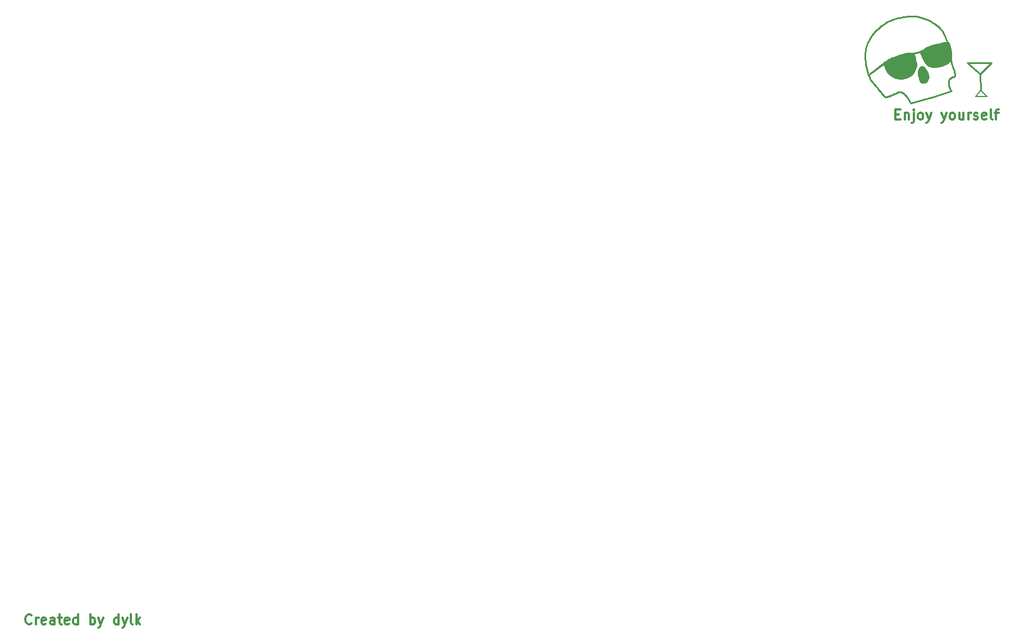
<source format=gbr>
%TF.GenerationSoftware,KiCad,Pcbnew,(6.0.1)*%
%TF.CreationDate,2022-02-12T16:29:40-05:00*%
%TF.ProjectId,PCB,5043422e-6b69-4636-9164-5f7063625858,rev?*%
%TF.SameCoordinates,Original*%
%TF.FileFunction,Legend,Top*%
%TF.FilePolarity,Positive*%
%FSLAX46Y46*%
G04 Gerber Fmt 4.6, Leading zero omitted, Abs format (unit mm)*
G04 Created by KiCad (PCBNEW (6.0.1)) date 2022-02-12 16:29:40*
%MOMM*%
%LPD*%
G01*
G04 APERTURE LIST*
%ADD10C,0.264582*%
%ADD11C,0.003102*%
%ADD12C,0.012285*%
%ADD13C,0.012260*%
%ADD14C,0.264999*%
%ADD15C,0.002893*%
%ADD16C,0.018283*%
%ADD17C,0.175372*%
%ADD18C,0.300000*%
G04 APERTURE END LIST*
D10*
X499591077Y-208704731D02*
X499591077Y-208704731D01*
X496677628Y-204798632D02*
X496661383Y-204780867D01*
X499503340Y-201067140D02*
X499125890Y-201155743D01*
X496765634Y-202009834D02*
X496633921Y-202100374D01*
X487964690Y-204568571D02*
X488036793Y-204922421D01*
X499313619Y-201618466D02*
X499313619Y-201618466D01*
X499858384Y-204265737D02*
X499973119Y-204214329D01*
X490703183Y-209116684D02*
X490735638Y-209142736D01*
X496989674Y-205210802D02*
X496982642Y-205200038D01*
X500185398Y-200981943D02*
X500126704Y-200979213D01*
X496768969Y-206996606D02*
X496818411Y-206983382D01*
X496097407Y-204817175D02*
X496071876Y-204846674D01*
X495516906Y-204494952D02*
X495518165Y-204483413D01*
X501301433Y-206109422D02*
X501327847Y-206067282D01*
X499373031Y-199169583D02*
X499256712Y-199022625D01*
X487861407Y-203855369D02*
X487906096Y-204211447D01*
X493033929Y-197256579D02*
X492747753Y-197325368D01*
X491893590Y-203331593D02*
X491787430Y-203377406D01*
X496230231Y-197224434D02*
X495859471Y-197135281D01*
X499933964Y-200218127D02*
X499886752Y-200102013D01*
X496367609Y-207015626D02*
X496392883Y-207020789D01*
X500121041Y-201653160D02*
X500107731Y-201631957D01*
X500736978Y-202844747D02*
X500737271Y-202683578D01*
X500739263Y-202529072D02*
X500739263Y-202529072D01*
X500405560Y-201091070D02*
X500393486Y-201072588D01*
X495148423Y-197031299D02*
X494816659Y-197017793D01*
X494685251Y-202635920D02*
X494487201Y-202638549D01*
X494506421Y-197030827D02*
X494506421Y-197030827D01*
X500726255Y-203419026D02*
X500726255Y-203419026D01*
X505127172Y-205723881D02*
X505244100Y-208179409D01*
X496400627Y-204623342D02*
X496383511Y-204626311D01*
X495499258Y-204566090D02*
X495505732Y-204547037D01*
X493391356Y-206401170D02*
X493474246Y-206392320D01*
X495171448Y-205354663D02*
X495202283Y-205290549D01*
X494487201Y-202638549D02*
X494386696Y-202641924D01*
X495152639Y-202645374D02*
X495152639Y-202645374D01*
X491775202Y-205963887D02*
X491837635Y-206008733D01*
X496661383Y-204780867D02*
X496643061Y-204761736D01*
X496214000Y-206942594D02*
X496232854Y-206957360D01*
X500365949Y-201992050D02*
X500303343Y-201894917D01*
X500716998Y-203068968D02*
X500704155Y-202954361D01*
X496435043Y-203107348D02*
X496482058Y-203221357D01*
X495519064Y-204471395D02*
X495519590Y-204458852D01*
X496765064Y-204912102D02*
X496729785Y-204863486D01*
X497305797Y-205985964D02*
X497289286Y-205921865D01*
X500733265Y-203584205D02*
X500726725Y-203498884D01*
X495529558Y-202551376D02*
X495262935Y-202619012D01*
X493919413Y-206296766D02*
X494009063Y-206268275D01*
X497073652Y-206826841D02*
X497089993Y-206808681D01*
X495900117Y-205163417D02*
X495885199Y-205213429D01*
X500621871Y-201756065D02*
X500592952Y-201637504D01*
X493140047Y-206409959D02*
X493224117Y-206409953D01*
X500683445Y-203565103D02*
X500695418Y-203527752D01*
X500292442Y-201254024D02*
X500283641Y-201199487D01*
X499256712Y-199022625D02*
X499131918Y-198880152D01*
X501357227Y-205959039D02*
X501361234Y-205893945D01*
X498954268Y-204569791D02*
X499049673Y-204548383D01*
X500737158Y-206340153D02*
X500825992Y-206288516D01*
X493224117Y-206409953D02*
X493307933Y-206407035D01*
X500705797Y-203489256D02*
X500714544Y-203449586D01*
X495311922Y-205025794D02*
X495411321Y-204759174D01*
X497218510Y-205617866D02*
X497208086Y-205581082D01*
X492638122Y-206350869D02*
X492720781Y-206367576D01*
X496162023Y-202356167D02*
X496162023Y-202356167D01*
X497284421Y-206462090D02*
X497299225Y-206416974D01*
X500005596Y-200982146D02*
X499942434Y-200987553D01*
X497715355Y-197813363D02*
X497352288Y-197632607D01*
X497299225Y-206416974D02*
X497311773Y-206372776D01*
X499049673Y-204548383D02*
X499143318Y-204524570D01*
X500140241Y-202245869D02*
X500140241Y-202245869D01*
X492921994Y-208455451D02*
X492973682Y-208444936D01*
X500450426Y-201176809D02*
X500428706Y-201131938D01*
X499410751Y-204442561D02*
X499574846Y-204382942D01*
X500337386Y-204008319D02*
X500399329Y-203960085D01*
X500052266Y-204177015D02*
X500128560Y-204137997D01*
X493022104Y-208439895D02*
X493045581Y-208439427D01*
X500660079Y-206398774D02*
X500737158Y-206340153D01*
X497058958Y-204167567D02*
X497119161Y-204230763D01*
X497677432Y-204583201D02*
X497758580Y-204604557D01*
X500251908Y-201069741D02*
X500228212Y-200993673D01*
X487906096Y-204211447D02*
X487964690Y-204568571D01*
X498267982Y-204659785D02*
X498316211Y-204656728D01*
X492556187Y-206331503D02*
X492638122Y-206350869D01*
X496347673Y-202883192D02*
X496435043Y-203107348D01*
X496498920Y-207030441D02*
X496553718Y-207029429D01*
X497041149Y-205276791D02*
X497027588Y-205261066D01*
X496729955Y-203723957D02*
X496781548Y-203804377D01*
X497286771Y-201698625D02*
X497197367Y-201741521D01*
X496910619Y-205097538D02*
X496910619Y-205097538D01*
X505127172Y-205723881D02*
X505127172Y-205723881D01*
X500096448Y-201578277D02*
X500102209Y-201570496D01*
X488886777Y-206944859D02*
X488886777Y-206944859D01*
X492032405Y-206130071D02*
X492099835Y-206165571D01*
X490735638Y-209142736D02*
X490771524Y-209163685D01*
X492099835Y-206165571D02*
X492168527Y-206198325D01*
X500636136Y-202618380D02*
X500603579Y-202509383D01*
X493556463Y-206380451D02*
X493647418Y-206364063D01*
X488731112Y-206734872D02*
X488886777Y-206944859D01*
X500505868Y-207683824D02*
X500454348Y-207507098D01*
X492168527Y-206198325D02*
X492238485Y-206228169D01*
X497450330Y-204486497D02*
X497523426Y-204523934D01*
X500396205Y-207135730D02*
X500394530Y-207042864D01*
X493753679Y-208805605D02*
X493859951Y-208910272D01*
X500066895Y-200979323D02*
X500005596Y-200982146D01*
X494208627Y-197060934D02*
X493911804Y-197098348D01*
X490794835Y-204003636D02*
X490794835Y-204003636D01*
X500566053Y-202402077D02*
X500523544Y-202296575D01*
X490605565Y-204192356D02*
X490662972Y-204344321D01*
X497976980Y-201463055D02*
X497740823Y-201534189D01*
X497208086Y-205581082D02*
X497197025Y-205545263D01*
X493055863Y-206407089D02*
X493140047Y-206409959D01*
X497114870Y-201785151D02*
X497038128Y-201829387D01*
X491580781Y-203479837D02*
X491481728Y-203534559D01*
X496123287Y-204789846D02*
X496097407Y-204817175D01*
X496888266Y-203958145D02*
X496943629Y-204031020D01*
X497056997Y-205294322D02*
X497041149Y-205276791D01*
X500813221Y-208291491D02*
X500795623Y-208274441D01*
X493214497Y-208474517D02*
X493270108Y-208496882D01*
X495231505Y-205225368D02*
X495259356Y-205159356D01*
X498165353Y-204660961D02*
X498217925Y-204661291D01*
X496162023Y-202356167D02*
X496213894Y-202511058D01*
X496717101Y-207008257D02*
X496768969Y-206996606D01*
X489616006Y-199056179D02*
X489426144Y-199245568D01*
X496416067Y-202233704D02*
X496333425Y-202276976D01*
X496825025Y-204990764D02*
X496791899Y-204947798D01*
X496530610Y-203333761D02*
X496580187Y-203442393D01*
X500580156Y-203766836D02*
X500600930Y-203735727D01*
X497326473Y-206073295D02*
X497320376Y-206044826D01*
X491319854Y-205549512D02*
X491372529Y-205605186D01*
X491426407Y-205660080D02*
X491481492Y-205714030D01*
X494228796Y-209381164D02*
X494306885Y-209500962D01*
X500603579Y-202509383D02*
X500566053Y-202402077D01*
X493115425Y-208446243D02*
X493163458Y-208457638D01*
X501169042Y-206181866D02*
X501222551Y-206167218D01*
X495515303Y-204506058D02*
X495516906Y-204494952D01*
X495518165Y-204483413D02*
X495519064Y-204471395D01*
X497000486Y-204100907D02*
X497058958Y-204167567D01*
X501238463Y-205280539D02*
X501170531Y-205069705D01*
X496022525Y-204912272D02*
X495999037Y-204948413D01*
X495027103Y-205595681D02*
X495066827Y-205538218D01*
X497337517Y-206222046D02*
X497338525Y-206190106D01*
X499663653Y-201032481D02*
X499503340Y-201067140D01*
X494889974Y-205753575D02*
X494889974Y-205753575D01*
X497320376Y-206044826D02*
X497305797Y-205985964D01*
X498759356Y-204603845D02*
X498857398Y-204588407D01*
X496492928Y-202189761D02*
X496416067Y-202233704D01*
X495015038Y-202640468D02*
X494866385Y-202637195D01*
X500295157Y-201381431D02*
X500297818Y-201344566D01*
X491452310Y-209086130D02*
X491575146Y-209036644D01*
X497267402Y-206507728D02*
X497284421Y-206462090D01*
X492802554Y-208492894D02*
X492865474Y-208471438D01*
X496718236Y-204846851D02*
X496711198Y-204837986D01*
X496946692Y-206931375D02*
X496966138Y-206919207D01*
X497352288Y-197632607D02*
X496980902Y-197473759D01*
X499724842Y-204322971D02*
X499858384Y-204265737D01*
X493738373Y-206344655D02*
X493829111Y-206322224D01*
X496344513Y-204638002D02*
X496322965Y-204646769D01*
X495859617Y-205788507D02*
X495868738Y-205863389D01*
D11*
X496678983Y-206961331D02*
X496655308Y-206965591D01*
X496655308Y-206965591D02*
X496629616Y-206969276D01*
X496629616Y-206969276D02*
X496602629Y-206972354D01*
X496602629Y-206972354D02*
X496575073Y-206974794D01*
X496575073Y-206974794D02*
X496547670Y-206976562D01*
X496547670Y-206976562D02*
X496521145Y-206977629D01*
X496521145Y-206977629D02*
X496496221Y-206977961D01*
X496496221Y-206977961D02*
X496473623Y-206977528D01*
X496473623Y-206977528D02*
X496455493Y-206976521D01*
X496455493Y-206976521D02*
X496437907Y-206975005D01*
X496437907Y-206975005D02*
X496420887Y-206972986D01*
X496420887Y-206972986D02*
X496404453Y-206970469D01*
X496404453Y-206970469D02*
X496388628Y-206967462D01*
X496388628Y-206967462D02*
X496373435Y-206963969D01*
X496373435Y-206963969D02*
X496358894Y-206959998D01*
X496358894Y-206959998D02*
X496345029Y-206955554D01*
X496345029Y-206955554D02*
X496331861Y-206950644D01*
X496331861Y-206950644D02*
X496319412Y-206945273D01*
X496319412Y-206945273D02*
X496307703Y-206939448D01*
X496307703Y-206939448D02*
X496296758Y-206933176D01*
X496296758Y-206933176D02*
X496286597Y-206926461D01*
X496286597Y-206926461D02*
X496277244Y-206919311D01*
X496277244Y-206919311D02*
X496268719Y-206911732D01*
X496268719Y-206911732D02*
X496261045Y-206903729D01*
X496261045Y-206903729D02*
X496257424Y-206899560D01*
X496257424Y-206899560D02*
X496254057Y-206895433D01*
X496254057Y-206895433D02*
X496250879Y-206891203D01*
X496250879Y-206891203D02*
X496247826Y-206886727D01*
X496247826Y-206886727D02*
X496244831Y-206881862D01*
X496244831Y-206881862D02*
X496241831Y-206876463D01*
X496241831Y-206876463D02*
X496238761Y-206870387D01*
X496238761Y-206870387D02*
X496235555Y-206863489D01*
X496235555Y-206863489D02*
X496232149Y-206855627D01*
X496232149Y-206855627D02*
X496228478Y-206846657D01*
X496228478Y-206846657D02*
X496224476Y-206836434D01*
X496224476Y-206836434D02*
X496220080Y-206824816D01*
X496220080Y-206824816D02*
X496215224Y-206811658D01*
X496215224Y-206811658D02*
X496209843Y-206796817D01*
X496209843Y-206796817D02*
X496197248Y-206761509D01*
X496197248Y-206761509D02*
X496156891Y-206646589D01*
X496156891Y-206646589D02*
X496141474Y-206601301D01*
X496141474Y-206601301D02*
X496127668Y-206559249D01*
X496127668Y-206559249D02*
X496114301Y-206516775D01*
X496114301Y-206516775D02*
X496100201Y-206470220D01*
X496100201Y-206470220D02*
X496065114Y-206350231D01*
X496065114Y-206350231D02*
X496028880Y-206223562D01*
X496028880Y-206223562D02*
X496016371Y-206177670D01*
X496016371Y-206177670D02*
X496006390Y-206138395D01*
X496006390Y-206138395D02*
X495998031Y-206101979D01*
X495998031Y-206101979D02*
X495990387Y-206064664D01*
X495990387Y-206064664D02*
X495973615Y-205972302D01*
X495973615Y-205972302D02*
X495964926Y-205919471D01*
X495964926Y-205919471D02*
X495956996Y-205865043D01*
X495956996Y-205865043D02*
X495949919Y-205809927D01*
X495949919Y-205809927D02*
X495943790Y-205755036D01*
X495943790Y-205755036D02*
X495938701Y-205701282D01*
X495938701Y-205701282D02*
X495934747Y-205649575D01*
X495934747Y-205649575D02*
X495932020Y-205600827D01*
X495932020Y-205600827D02*
X495930616Y-205555950D01*
X495930616Y-205555950D02*
X495930812Y-205504944D01*
X495930812Y-205504944D02*
X495932894Y-205454839D01*
X495932894Y-205454839D02*
X495936852Y-205405672D01*
X495936852Y-205405672D02*
X495942673Y-205357481D01*
X495942673Y-205357481D02*
X495950349Y-205310302D01*
X495950349Y-205310302D02*
X495959868Y-205264174D01*
X495959868Y-205264174D02*
X495971220Y-205219133D01*
X495971220Y-205219133D02*
X495984395Y-205175216D01*
X495984395Y-205175216D02*
X495999382Y-205132461D01*
X495999382Y-205132461D02*
X496016171Y-205090905D01*
X496016171Y-205090905D02*
X496034751Y-205050586D01*
X496034751Y-205050586D02*
X496055111Y-205011540D01*
X496055111Y-205011540D02*
X496077242Y-204973805D01*
X496077242Y-204973805D02*
X496101132Y-204937419D01*
X496101132Y-204937419D02*
X496126771Y-204902418D01*
X496126771Y-204902418D02*
X496154149Y-204868839D01*
X496154149Y-204868839D02*
X496164950Y-204856587D01*
X496164950Y-204856587D02*
X496176166Y-204844461D01*
X496176166Y-204844461D02*
X496187743Y-204832505D01*
X496187743Y-204832505D02*
X496199625Y-204820764D01*
X496199625Y-204820764D02*
X496211756Y-204809284D01*
X496211756Y-204809284D02*
X496224081Y-204798110D01*
X496224081Y-204798110D02*
X496236544Y-204787287D01*
X496236544Y-204787287D02*
X496249090Y-204776860D01*
X496249090Y-204776860D02*
X496261665Y-204766875D01*
X496261665Y-204766875D02*
X496274211Y-204757376D01*
X496274211Y-204757376D02*
X496286674Y-204748409D01*
X496286674Y-204748409D02*
X496298998Y-204740019D01*
X496298998Y-204740019D02*
X496311128Y-204732251D01*
X496311128Y-204732251D02*
X496323009Y-204725150D01*
X496323009Y-204725150D02*
X496334585Y-204718762D01*
X496334585Y-204718762D02*
X496345800Y-204713131D01*
X496345800Y-204713131D02*
X496376528Y-204698855D01*
X496376528Y-204698855D02*
X496381721Y-204696617D01*
X496381721Y-204696617D02*
X496386177Y-204694877D01*
X496386177Y-204694877D02*
X496390027Y-204693620D01*
X496390027Y-204693620D02*
X496393400Y-204692830D01*
X496393400Y-204692830D02*
X496396426Y-204692490D01*
X496396426Y-204692490D02*
X496399235Y-204692583D01*
X496399235Y-204692583D02*
X496401956Y-204693094D01*
X496401956Y-204693094D02*
X496404720Y-204694005D01*
X496404720Y-204694005D02*
X496407657Y-204695300D01*
X496407657Y-204695300D02*
X496410895Y-204696964D01*
X496410895Y-204696964D02*
X496418798Y-204701328D01*
X496418798Y-204701328D02*
X496432287Y-204709314D01*
X496432287Y-204709314D02*
X496445748Y-204717999D01*
X496445748Y-204717999D02*
X496459219Y-204727424D01*
X496459219Y-204727424D02*
X496472744Y-204737630D01*
X496472744Y-204737630D02*
X496486362Y-204748659D01*
X496486362Y-204748659D02*
X496500117Y-204760553D01*
X496500117Y-204760553D02*
X496514048Y-204773352D01*
X496514048Y-204773352D02*
X496528197Y-204787099D01*
X496528197Y-204787099D02*
X496542605Y-204801834D01*
X496542605Y-204801834D02*
X496557314Y-204817599D01*
X496557314Y-204817599D02*
X496572365Y-204834436D01*
X496572365Y-204834436D02*
X496587799Y-204852385D01*
X496587799Y-204852385D02*
X496603658Y-204871489D01*
X496603658Y-204871489D02*
X496619983Y-204891788D01*
X496619983Y-204891788D02*
X496636815Y-204913324D01*
X496636815Y-204913324D02*
X496654195Y-204936138D01*
X496654195Y-204936138D02*
X496681476Y-204972075D01*
X496681476Y-204972075D02*
X496713441Y-205013745D01*
X496713441Y-205013745D02*
X496746150Y-205055989D01*
X496746150Y-205055989D02*
X496775663Y-205093647D01*
X496775663Y-205093647D02*
X496803945Y-205130129D01*
X496803945Y-205130129D02*
X496833392Y-205169113D01*
X496833392Y-205169113D02*
X496860560Y-205205935D01*
X496860560Y-205205935D02*
X496882001Y-205235928D01*
X496882001Y-205235928D02*
X496896632Y-205256953D01*
X496896632Y-205256953D02*
X496909447Y-205274982D01*
X496909447Y-205274982D02*
X496921186Y-205290958D01*
X496921186Y-205290958D02*
X496932592Y-205305820D01*
X496932592Y-205305820D02*
X496944407Y-205320510D01*
X496944407Y-205320510D02*
X496957373Y-205335969D01*
X496957373Y-205335969D02*
X496972233Y-205353138D01*
X496972233Y-205353138D02*
X496989728Y-205372959D01*
X496989728Y-205372959D02*
X496995561Y-205379488D01*
X496995561Y-205379488D02*
X497001481Y-205386336D01*
X497001481Y-205386336D02*
X497007330Y-205393299D01*
X497007330Y-205393299D02*
X497012953Y-205400171D01*
X497012953Y-205400171D02*
X497018191Y-205406749D01*
X497018191Y-205406749D02*
X497022888Y-205412825D01*
X497022888Y-205412825D02*
X497026885Y-205418197D01*
X497026885Y-205418197D02*
X497030027Y-205422657D01*
X497030027Y-205422657D02*
X497037910Y-205434781D01*
X497037910Y-205434781D02*
X497045810Y-205448466D01*
X497045810Y-205448466D02*
X497053728Y-205463714D01*
X497053728Y-205463714D02*
X497061664Y-205480527D01*
X497061664Y-205480527D02*
X497069618Y-205498907D01*
X497069618Y-205498907D02*
X497077592Y-205518856D01*
X497077592Y-205518856D02*
X497085585Y-205540377D01*
X497085585Y-205540377D02*
X497093599Y-205563470D01*
X497093599Y-205563470D02*
X497101633Y-205588138D01*
X497101633Y-205588138D02*
X497109688Y-205614384D01*
X497109688Y-205614384D02*
X497117766Y-205642209D01*
X497117766Y-205642209D02*
X497125865Y-205671614D01*
X497125865Y-205671614D02*
X497142134Y-205735177D01*
X497142134Y-205735177D02*
X497158498Y-205805088D01*
X497158498Y-205805088D02*
X497181238Y-205904828D01*
X497181238Y-205904828D02*
X497193641Y-205958235D01*
X497193641Y-205958235D02*
X497205098Y-206005146D01*
X497205098Y-206005146D02*
X497223108Y-206082699D01*
X497223108Y-206082699D02*
X497229303Y-206111484D01*
X497229303Y-206111484D02*
X497233973Y-206135217D01*
X497233973Y-206135217D02*
X497237377Y-206155103D01*
X497237377Y-206155103D02*
X497239775Y-206172350D01*
X497239775Y-206172350D02*
X497241428Y-206188162D01*
X497241428Y-206188162D02*
X497242597Y-206203747D01*
X497242597Y-206203747D02*
X497242948Y-206221528D01*
X497242948Y-206221528D02*
X497242509Y-206239974D01*
X497242509Y-206239974D02*
X497241288Y-206259058D01*
X497241288Y-206259058D02*
X497239293Y-206278750D01*
X497239293Y-206278750D02*
X497236533Y-206299022D01*
X497236533Y-206299022D02*
X497233016Y-206319845D01*
X497233016Y-206319845D02*
X497228751Y-206341190D01*
X497228751Y-206341190D02*
X497223746Y-206363029D01*
X497223746Y-206363029D02*
X497218009Y-206385331D01*
X497218009Y-206385331D02*
X497211551Y-206408070D01*
X497211551Y-206408070D02*
X497204377Y-206431215D01*
X497204377Y-206431215D02*
X497196498Y-206454738D01*
X497196498Y-206454738D02*
X497187922Y-206478611D01*
X497187922Y-206478611D02*
X497178657Y-206502804D01*
X497178657Y-206502804D02*
X497168711Y-206527289D01*
X497168711Y-206527289D02*
X497158094Y-206552036D01*
X497158094Y-206552036D02*
X497149080Y-206571320D01*
X497149080Y-206571320D02*
X497137777Y-206593743D01*
X497137777Y-206593743D02*
X497124834Y-206618145D01*
X497124834Y-206618145D02*
X497110907Y-206643365D01*
X497110907Y-206643365D02*
X497096646Y-206668242D01*
X497096646Y-206668242D02*
X497082705Y-206691615D01*
X497082705Y-206691615D02*
X497069737Y-206712324D01*
X497069737Y-206712324D02*
X497058393Y-206729206D01*
X497058393Y-206729206D02*
X497047654Y-206743966D01*
X497047654Y-206743966D02*
X497036576Y-206758407D01*
X497036576Y-206758407D02*
X497025204Y-206772488D01*
X497025204Y-206772488D02*
X497013578Y-206786170D01*
X497013578Y-206786170D02*
X497001743Y-206799411D01*
X497001743Y-206799411D02*
X496989741Y-206812172D01*
X496989741Y-206812172D02*
X496977614Y-206824411D01*
X496977614Y-206824411D02*
X496965407Y-206836088D01*
X496965407Y-206836088D02*
X496953160Y-206847164D01*
X496953160Y-206847164D02*
X496940919Y-206857597D01*
X496940919Y-206857597D02*
X496928724Y-206867347D01*
X496928724Y-206867347D02*
X496916619Y-206876374D01*
X496916619Y-206876374D02*
X496904647Y-206884637D01*
X496904647Y-206884637D02*
X496892850Y-206892095D01*
X496892850Y-206892095D02*
X496881272Y-206898709D01*
X496881272Y-206898709D02*
X496869954Y-206904438D01*
X496869954Y-206904438D02*
X496858181Y-206908917D01*
X496858181Y-206908917D02*
X496837045Y-206915794D01*
X496837045Y-206915794D02*
X496778476Y-206933401D01*
X496778476Y-206933401D02*
X496717815Y-206950576D01*
X496717815Y-206950576D02*
X496694066Y-206956913D01*
X496694066Y-206956913D02*
X496678632Y-206960636D01*
X496678632Y-206960636D02*
X496678983Y-206961331D01*
X496678983Y-206961331D02*
X496678983Y-206961331D01*
G36*
X496399235Y-204692583D02*
G01*
X496401956Y-204693094D01*
X496404720Y-204694005D01*
X496407657Y-204695300D01*
X496410895Y-204696964D01*
X496418798Y-204701328D01*
X496432287Y-204709314D01*
X496445748Y-204717999D01*
X496459219Y-204727424D01*
X496472744Y-204737630D01*
X496486362Y-204748659D01*
X496500117Y-204760553D01*
X496514048Y-204773352D01*
X496528197Y-204787099D01*
X496542605Y-204801834D01*
X496557314Y-204817599D01*
X496572365Y-204834436D01*
X496587799Y-204852385D01*
X496603658Y-204871489D01*
X496619983Y-204891788D01*
X496636815Y-204913324D01*
X496654195Y-204936138D01*
X496681476Y-204972075D01*
X496713441Y-205013745D01*
X496746150Y-205055989D01*
X496775663Y-205093647D01*
X496803945Y-205130129D01*
X496833392Y-205169113D01*
X496860560Y-205205935D01*
X496882001Y-205235928D01*
X496896632Y-205256953D01*
X496909447Y-205274982D01*
X496921186Y-205290958D01*
X496932592Y-205305820D01*
X496944407Y-205320510D01*
X496957373Y-205335969D01*
X496972233Y-205353138D01*
X496989728Y-205372959D01*
X496995561Y-205379488D01*
X497001481Y-205386336D01*
X497007330Y-205393299D01*
X497012953Y-205400171D01*
X497018191Y-205406749D01*
X497022888Y-205412825D01*
X497026885Y-205418197D01*
X497030027Y-205422657D01*
X497037910Y-205434781D01*
X497045810Y-205448466D01*
X497053728Y-205463714D01*
X497061664Y-205480527D01*
X497069618Y-205498907D01*
X497077592Y-205518856D01*
X497085585Y-205540377D01*
X497093599Y-205563470D01*
X497101633Y-205588138D01*
X497109688Y-205614384D01*
X497117766Y-205642209D01*
X497125865Y-205671614D01*
X497142134Y-205735177D01*
X497158498Y-205805088D01*
X497181238Y-205904828D01*
X497193641Y-205958235D01*
X497205098Y-206005146D01*
X497223108Y-206082699D01*
X497229303Y-206111484D01*
X497233973Y-206135217D01*
X497237377Y-206155103D01*
X497239775Y-206172350D01*
X497241428Y-206188162D01*
X497242597Y-206203747D01*
X497242948Y-206221528D01*
X497242509Y-206239974D01*
X497241288Y-206259058D01*
X497239293Y-206278750D01*
X497236533Y-206299022D01*
X497233016Y-206319845D01*
X497228751Y-206341190D01*
X497223746Y-206363029D01*
X497218009Y-206385331D01*
X497211551Y-206408070D01*
X497204377Y-206431215D01*
X497196498Y-206454738D01*
X497187922Y-206478611D01*
X497178657Y-206502804D01*
X497168711Y-206527289D01*
X497158094Y-206552036D01*
X497149080Y-206571320D01*
X497137777Y-206593743D01*
X497124834Y-206618145D01*
X497110907Y-206643365D01*
X497096646Y-206668242D01*
X497082705Y-206691615D01*
X497069737Y-206712324D01*
X497058393Y-206729206D01*
X497047654Y-206743966D01*
X497036576Y-206758407D01*
X497025204Y-206772488D01*
X497013578Y-206786170D01*
X497001743Y-206799411D01*
X496989741Y-206812172D01*
X496977614Y-206824411D01*
X496965407Y-206836088D01*
X496953160Y-206847164D01*
X496940919Y-206857597D01*
X496928724Y-206867347D01*
X496916619Y-206876374D01*
X496904647Y-206884637D01*
X496892850Y-206892095D01*
X496881272Y-206898709D01*
X496869954Y-206904438D01*
X496858181Y-206908917D01*
X496837045Y-206915794D01*
X496778476Y-206933401D01*
X496717815Y-206950576D01*
X496694066Y-206956913D01*
X496678632Y-206960636D01*
X496678983Y-206961331D01*
X496655308Y-206965591D01*
X496629616Y-206969276D01*
X496602629Y-206972354D01*
X496575073Y-206974794D01*
X496547670Y-206976562D01*
X496521145Y-206977629D01*
X496496221Y-206977961D01*
X496473623Y-206977528D01*
X496455493Y-206976521D01*
X496437907Y-206975005D01*
X496420887Y-206972986D01*
X496404453Y-206970469D01*
X496388628Y-206967462D01*
X496373435Y-206963969D01*
X496358894Y-206959998D01*
X496345029Y-206955554D01*
X496331861Y-206950644D01*
X496319412Y-206945273D01*
X496307703Y-206939448D01*
X496296758Y-206933176D01*
X496286597Y-206926461D01*
X496277244Y-206919311D01*
X496268719Y-206911732D01*
X496261045Y-206903729D01*
X496257424Y-206899560D01*
X496254057Y-206895433D01*
X496250879Y-206891203D01*
X496247826Y-206886727D01*
X496244831Y-206881862D01*
X496241831Y-206876463D01*
X496238761Y-206870387D01*
X496235555Y-206863489D01*
X496232149Y-206855627D01*
X496228478Y-206846657D01*
X496224476Y-206836434D01*
X496220080Y-206824816D01*
X496215224Y-206811658D01*
X496209843Y-206796817D01*
X496197248Y-206761509D01*
X496156891Y-206646589D01*
X496141474Y-206601301D01*
X496127668Y-206559249D01*
X496114301Y-206516775D01*
X496100201Y-206470220D01*
X496065114Y-206350231D01*
X496028880Y-206223562D01*
X496016371Y-206177670D01*
X496006390Y-206138395D01*
X495998031Y-206101979D01*
X495990387Y-206064664D01*
X495973615Y-205972302D01*
X495964926Y-205919471D01*
X495956996Y-205865043D01*
X495949919Y-205809927D01*
X495943790Y-205755036D01*
X495938701Y-205701282D01*
X495934747Y-205649575D01*
X495932020Y-205600827D01*
X495930616Y-205555950D01*
X495930812Y-205504944D01*
X495932894Y-205454839D01*
X495936852Y-205405672D01*
X495942673Y-205357481D01*
X495950349Y-205310302D01*
X495959868Y-205264174D01*
X495971220Y-205219133D01*
X495984395Y-205175216D01*
X495999382Y-205132461D01*
X496016171Y-205090905D01*
X496034751Y-205050586D01*
X496055111Y-205011540D01*
X496077242Y-204973805D01*
X496101132Y-204937419D01*
X496126771Y-204902418D01*
X496154149Y-204868839D01*
X496164950Y-204856587D01*
X496176166Y-204844461D01*
X496187743Y-204832505D01*
X496199625Y-204820764D01*
X496211756Y-204809284D01*
X496224081Y-204798110D01*
X496236544Y-204787287D01*
X496249090Y-204776860D01*
X496261665Y-204766875D01*
X496274211Y-204757376D01*
X496286674Y-204748409D01*
X496298998Y-204740019D01*
X496311128Y-204732251D01*
X496323009Y-204725150D01*
X496334585Y-204718762D01*
X496345800Y-204713131D01*
X496376528Y-204698855D01*
X496381721Y-204696617D01*
X496386177Y-204694877D01*
X496390027Y-204693620D01*
X496393400Y-204692830D01*
X496396426Y-204692490D01*
X496399235Y-204692583D01*
G37*
X496399235Y-204692583D02*
X496401956Y-204693094D01*
X496404720Y-204694005D01*
X496407657Y-204695300D01*
X496410895Y-204696964D01*
X496418798Y-204701328D01*
X496432287Y-204709314D01*
X496445748Y-204717999D01*
X496459219Y-204727424D01*
X496472744Y-204737630D01*
X496486362Y-204748659D01*
X496500117Y-204760553D01*
X496514048Y-204773352D01*
X496528197Y-204787099D01*
X496542605Y-204801834D01*
X496557314Y-204817599D01*
X496572365Y-204834436D01*
X496587799Y-204852385D01*
X496603658Y-204871489D01*
X496619983Y-204891788D01*
X496636815Y-204913324D01*
X496654195Y-204936138D01*
X496681476Y-204972075D01*
X496713441Y-205013745D01*
X496746150Y-205055989D01*
X496775663Y-205093647D01*
X496803945Y-205130129D01*
X496833392Y-205169113D01*
X496860560Y-205205935D01*
X496882001Y-205235928D01*
X496896632Y-205256953D01*
X496909447Y-205274982D01*
X496921186Y-205290958D01*
X496932592Y-205305820D01*
X496944407Y-205320510D01*
X496957373Y-205335969D01*
X496972233Y-205353138D01*
X496989728Y-205372959D01*
X496995561Y-205379488D01*
X497001481Y-205386336D01*
X497007330Y-205393299D01*
X497012953Y-205400171D01*
X497018191Y-205406749D01*
X497022888Y-205412825D01*
X497026885Y-205418197D01*
X497030027Y-205422657D01*
X497037910Y-205434781D01*
X497045810Y-205448466D01*
X497053728Y-205463714D01*
X497061664Y-205480527D01*
X497069618Y-205498907D01*
X497077592Y-205518856D01*
X497085585Y-205540377D01*
X497093599Y-205563470D01*
X497101633Y-205588138D01*
X497109688Y-205614384D01*
X497117766Y-205642209D01*
X497125865Y-205671614D01*
X497142134Y-205735177D01*
X497158498Y-205805088D01*
X497181238Y-205904828D01*
X497193641Y-205958235D01*
X497205098Y-206005146D01*
X497223108Y-206082699D01*
X497229303Y-206111484D01*
X497233973Y-206135217D01*
X497237377Y-206155103D01*
X497239775Y-206172350D01*
X497241428Y-206188162D01*
X497242597Y-206203747D01*
X497242948Y-206221528D01*
X497242509Y-206239974D01*
X497241288Y-206259058D01*
X497239293Y-206278750D01*
X497236533Y-206299022D01*
X497233016Y-206319845D01*
X497228751Y-206341190D01*
X497223746Y-206363029D01*
X497218009Y-206385331D01*
X497211551Y-206408070D01*
X497204377Y-206431215D01*
X497196498Y-206454738D01*
X497187922Y-206478611D01*
X497178657Y-206502804D01*
X497168711Y-206527289D01*
X497158094Y-206552036D01*
X497149080Y-206571320D01*
X497137777Y-206593743D01*
X497124834Y-206618145D01*
X497110907Y-206643365D01*
X497096646Y-206668242D01*
X497082705Y-206691615D01*
X497069737Y-206712324D01*
X497058393Y-206729206D01*
X497047654Y-206743966D01*
X497036576Y-206758407D01*
X497025204Y-206772488D01*
X497013578Y-206786170D01*
X497001743Y-206799411D01*
X496989741Y-206812172D01*
X496977614Y-206824411D01*
X496965407Y-206836088D01*
X496953160Y-206847164D01*
X496940919Y-206857597D01*
X496928724Y-206867347D01*
X496916619Y-206876374D01*
X496904647Y-206884637D01*
X496892850Y-206892095D01*
X496881272Y-206898709D01*
X496869954Y-206904438D01*
X496858181Y-206908917D01*
X496837045Y-206915794D01*
X496778476Y-206933401D01*
X496717815Y-206950576D01*
X496694066Y-206956913D01*
X496678632Y-206960636D01*
X496678983Y-206961331D01*
X496655308Y-206965591D01*
X496629616Y-206969276D01*
X496602629Y-206972354D01*
X496575073Y-206974794D01*
X496547670Y-206976562D01*
X496521145Y-206977629D01*
X496496221Y-206977961D01*
X496473623Y-206977528D01*
X496455493Y-206976521D01*
X496437907Y-206975005D01*
X496420887Y-206972986D01*
X496404453Y-206970469D01*
X496388628Y-206967462D01*
X496373435Y-206963969D01*
X496358894Y-206959998D01*
X496345029Y-206955554D01*
X496331861Y-206950644D01*
X496319412Y-206945273D01*
X496307703Y-206939448D01*
X496296758Y-206933176D01*
X496286597Y-206926461D01*
X496277244Y-206919311D01*
X496268719Y-206911732D01*
X496261045Y-206903729D01*
X496257424Y-206899560D01*
X496254057Y-206895433D01*
X496250879Y-206891203D01*
X496247826Y-206886727D01*
X496244831Y-206881862D01*
X496241831Y-206876463D01*
X496238761Y-206870387D01*
X496235555Y-206863489D01*
X496232149Y-206855627D01*
X496228478Y-206846657D01*
X496224476Y-206836434D01*
X496220080Y-206824816D01*
X496215224Y-206811658D01*
X496209843Y-206796817D01*
X496197248Y-206761509D01*
X496156891Y-206646589D01*
X496141474Y-206601301D01*
X496127668Y-206559249D01*
X496114301Y-206516775D01*
X496100201Y-206470220D01*
X496065114Y-206350231D01*
X496028880Y-206223562D01*
X496016371Y-206177670D01*
X496006390Y-206138395D01*
X495998031Y-206101979D01*
X495990387Y-206064664D01*
X495973615Y-205972302D01*
X495964926Y-205919471D01*
X495956996Y-205865043D01*
X495949919Y-205809927D01*
X495943790Y-205755036D01*
X495938701Y-205701282D01*
X495934747Y-205649575D01*
X495932020Y-205600827D01*
X495930616Y-205555950D01*
X495930812Y-205504944D01*
X495932894Y-205454839D01*
X495936852Y-205405672D01*
X495942673Y-205357481D01*
X495950349Y-205310302D01*
X495959868Y-205264174D01*
X495971220Y-205219133D01*
X495984395Y-205175216D01*
X495999382Y-205132461D01*
X496016171Y-205090905D01*
X496034751Y-205050586D01*
X496055111Y-205011540D01*
X496077242Y-204973805D01*
X496101132Y-204937419D01*
X496126771Y-204902418D01*
X496154149Y-204868839D01*
X496164950Y-204856587D01*
X496176166Y-204844461D01*
X496187743Y-204832505D01*
X496199625Y-204820764D01*
X496211756Y-204809284D01*
X496224081Y-204798110D01*
X496236544Y-204787287D01*
X496249090Y-204776860D01*
X496261665Y-204766875D01*
X496274211Y-204757376D01*
X496286674Y-204748409D01*
X496298998Y-204740019D01*
X496311128Y-204732251D01*
X496323009Y-204725150D01*
X496334585Y-204718762D01*
X496345800Y-204713131D01*
X496376528Y-204698855D01*
X496381721Y-204696617D01*
X496386177Y-204694877D01*
X496390027Y-204693620D01*
X496393400Y-204692830D01*
X496396426Y-204692490D01*
X496399235Y-204692583D01*
D10*
X500289440Y-201413261D02*
X500295157Y-201381431D01*
X488054774Y-201450925D02*
X487975329Y-201712245D01*
X498363302Y-204652404D02*
X498456815Y-204641086D01*
X500399329Y-203960085D02*
X500456949Y-203908949D01*
X488145385Y-201198336D02*
X488054774Y-201450925D01*
X500654857Y-203636488D02*
X500669912Y-203601338D01*
X491237597Y-205457397D02*
X491268377Y-205493221D01*
X496429311Y-204623036D02*
X496429311Y-204623036D01*
X495381412Y-203607009D02*
X495317426Y-203319486D01*
X490992374Y-203852222D02*
X490886455Y-203931282D01*
X498231363Y-201390222D02*
X497976980Y-201463055D01*
X495921395Y-206148595D02*
X495938524Y-206218372D01*
X495202987Y-202843104D02*
X495152578Y-202645146D01*
X491213369Y-209164114D02*
X491331144Y-209129291D01*
X499665815Y-199636540D02*
X499578116Y-199476623D01*
X500592952Y-201637504D02*
X500564580Y-201528797D01*
X500457301Y-206690379D02*
X500493367Y-206610181D01*
D12*
X498875631Y-204551632D02*
X498791730Y-204564088D01*
X498791730Y-204564088D02*
X498694572Y-204576543D01*
X498694572Y-204576543D02*
X498590275Y-204588415D01*
X498590275Y-204588415D02*
X498484956Y-204599120D01*
X498484956Y-204599120D02*
X498384733Y-204608077D01*
X498384733Y-204608077D02*
X498295722Y-204614704D01*
X498295722Y-204614704D02*
X498224042Y-204618416D01*
X498224042Y-204618416D02*
X498175809Y-204618633D01*
X498175809Y-204618633D02*
X498121611Y-204614556D01*
X498121611Y-204614556D02*
X498061962Y-204607831D01*
X498061962Y-204607831D02*
X497998977Y-204598838D01*
X497998977Y-204598838D02*
X497934766Y-204587956D01*
X497934766Y-204587956D02*
X497871444Y-204575564D01*
X497871444Y-204575564D02*
X497811123Y-204562043D01*
X497811123Y-204562043D02*
X497755916Y-204547772D01*
X497755916Y-204547772D02*
X497707937Y-204533131D01*
X497707937Y-204533131D02*
X497649175Y-204511199D01*
X497649175Y-204511199D02*
X497590730Y-204485049D01*
X497590730Y-204485049D02*
X497532616Y-204454694D01*
X497532616Y-204454694D02*
X497474846Y-204420147D01*
X497474846Y-204420147D02*
X497417434Y-204381422D01*
X497417434Y-204381422D02*
X497360395Y-204338530D01*
X497360395Y-204338530D02*
X497303741Y-204291486D01*
X497303741Y-204291486D02*
X497247487Y-204240303D01*
X497247487Y-204240303D02*
X497191647Y-204184994D01*
X497191647Y-204184994D02*
X497136233Y-204125571D01*
X497136233Y-204125571D02*
X497081261Y-204062048D01*
X497081261Y-204062048D02*
X497026743Y-203994438D01*
X497026743Y-203994438D02*
X496972694Y-203922754D01*
X496972694Y-203922754D02*
X496919128Y-203847010D01*
X496919128Y-203847010D02*
X496866057Y-203767218D01*
X496866057Y-203767218D02*
X496813497Y-203683392D01*
X496813497Y-203683392D02*
X496790023Y-203643751D01*
X496790023Y-203643751D02*
X496765903Y-203600772D01*
X496765903Y-203600772D02*
X496715770Y-203504920D01*
X496715770Y-203504920D02*
X496663201Y-203396075D01*
X496663201Y-203396075D02*
X496608299Y-203274476D01*
X496608299Y-203274476D02*
X496551163Y-203140364D01*
X496551163Y-203140364D02*
X496491898Y-202993977D01*
X496491898Y-202993977D02*
X496430604Y-202835556D01*
X496430604Y-202835556D02*
X496367383Y-202665341D01*
X496367383Y-202665341D02*
X496302996Y-202488161D01*
X496302996Y-202488161D02*
X496284482Y-202435422D01*
X496284482Y-202435422D02*
X496273517Y-202401082D01*
X496273517Y-202401082D02*
X496270497Y-202389522D01*
X496270497Y-202389522D02*
X496268923Y-202381013D01*
X496268923Y-202381013D02*
X496268647Y-202375041D01*
X496268647Y-202375041D02*
X496269521Y-202371088D01*
X496269521Y-202371088D02*
X496271400Y-202368640D01*
X496271400Y-202368640D02*
X496274134Y-202367180D01*
X496274134Y-202367180D02*
X496281583Y-202365162D01*
X496281583Y-202365162D02*
X496294025Y-202360650D01*
X496294025Y-202360650D02*
X496310630Y-202353165D01*
X496310630Y-202353165D02*
X496331091Y-202342897D01*
X496331091Y-202342897D02*
X496355099Y-202330035D01*
X496355099Y-202330035D02*
X496412523Y-202297288D01*
X496412523Y-202297288D02*
X496480438Y-202256438D01*
X496480438Y-202256438D02*
X496556375Y-202209003D01*
X496556375Y-202209003D02*
X496637868Y-202156496D01*
X496637868Y-202156496D02*
X496722452Y-202100434D01*
X496722452Y-202100434D02*
X496807660Y-202042332D01*
X496807660Y-202042332D02*
X496967741Y-201933565D01*
X496967741Y-201933565D02*
X497039568Y-201887156D01*
X497039568Y-201887156D02*
X497108338Y-201845070D01*
X497108338Y-201845070D02*
X497175863Y-201806559D01*
X497175863Y-201806559D02*
X497243957Y-201770878D01*
X497243957Y-201770878D02*
X497314432Y-201737280D01*
X497314432Y-201737280D02*
X497389101Y-201705020D01*
X497389101Y-201705020D02*
X497469778Y-201673351D01*
X497469778Y-201673351D02*
X497558276Y-201641528D01*
X497558276Y-201641528D02*
X497656407Y-201608804D01*
X497656407Y-201608804D02*
X497765985Y-201574433D01*
X497765985Y-201574433D02*
X497888822Y-201537670D01*
X497888822Y-201537670D02*
X498026733Y-201497767D01*
X498026733Y-201497767D02*
X498355024Y-201405560D01*
X498355024Y-201405560D02*
X498641493Y-201327164D01*
X498641493Y-201327164D02*
X498922220Y-201252574D01*
X498922220Y-201252574D02*
X499164969Y-201190222D01*
X499164969Y-201190222D02*
X499337507Y-201148541D01*
X499337507Y-201148541D02*
X499566840Y-201096128D01*
X499566840Y-201096128D02*
X499686979Y-201067341D01*
X499686979Y-201067341D02*
X499729276Y-201055439D01*
X499729276Y-201055439D02*
X499769079Y-201164166D01*
X499769079Y-201164166D02*
X499800727Y-201248210D01*
X499800727Y-201248210D02*
X499830241Y-201323635D01*
X499830241Y-201323635D02*
X499857456Y-201390075D01*
X499857456Y-201390075D02*
X499882209Y-201447161D01*
X499882209Y-201447161D02*
X499904337Y-201494526D01*
X499904337Y-201494526D02*
X499923675Y-201531802D01*
X499923675Y-201531802D02*
X499940060Y-201558622D01*
X499940060Y-201558622D02*
X499947094Y-201567997D01*
X499947094Y-201567997D02*
X499953328Y-201574619D01*
X499953328Y-201574619D02*
X499968674Y-201588444D01*
X499968674Y-201588444D02*
X499987741Y-201605408D01*
X499987741Y-201605408D02*
X500027326Y-201640316D01*
X500027326Y-201640316D02*
X500054594Y-201665879D01*
X500054594Y-201665879D02*
X500083087Y-201695692D01*
X500083087Y-201695692D02*
X500112590Y-201729415D01*
X500112590Y-201729415D02*
X500142886Y-201766708D01*
X500142886Y-201766708D02*
X500173760Y-201807231D01*
X500173760Y-201807231D02*
X500204996Y-201850643D01*
X500204996Y-201850643D02*
X500236379Y-201896604D01*
X500236379Y-201896604D02*
X500267691Y-201944774D01*
X500267691Y-201944774D02*
X500298718Y-201994813D01*
X500298718Y-201994813D02*
X500329243Y-202046381D01*
X500329243Y-202046381D02*
X500359051Y-202099137D01*
X500359051Y-202099137D02*
X500387925Y-202152741D01*
X500387925Y-202152741D02*
X500415651Y-202206854D01*
X500415651Y-202206854D02*
X500442011Y-202261135D01*
X500442011Y-202261135D02*
X500466791Y-202315243D01*
X500466791Y-202315243D02*
X500489774Y-202368839D01*
X500489774Y-202368839D02*
X500515084Y-202433798D01*
X500515084Y-202433798D02*
X500539043Y-202502695D01*
X500539043Y-202502695D02*
X500561537Y-202574816D01*
X500561537Y-202574816D02*
X500582452Y-202649448D01*
X500582452Y-202649448D02*
X500601673Y-202725878D01*
X500601673Y-202725878D02*
X500619085Y-202803393D01*
X500619085Y-202803393D02*
X500634573Y-202881279D01*
X500634573Y-202881279D02*
X500648024Y-202958823D01*
X500648024Y-202958823D02*
X500659322Y-203035313D01*
X500659322Y-203035313D02*
X500668353Y-203110034D01*
X500668353Y-203110034D02*
X500675003Y-203182273D01*
X500675003Y-203182273D02*
X500679156Y-203251317D01*
X500679156Y-203251317D02*
X500680699Y-203316454D01*
X500680699Y-203316454D02*
X500679516Y-203376969D01*
X500679516Y-203376969D02*
X500675493Y-203432149D01*
X500675493Y-203432149D02*
X500668515Y-203481281D01*
X500668515Y-203481281D02*
X500663110Y-203506221D01*
X500663110Y-203506221D02*
X500655971Y-203532185D01*
X500655971Y-203532185D02*
X500647213Y-203558968D01*
X500647213Y-203558968D02*
X500636952Y-203586370D01*
X500636952Y-203586370D02*
X500625301Y-203614185D01*
X500625301Y-203614185D02*
X500612376Y-203642211D01*
X500612376Y-203642211D02*
X500598292Y-203670245D01*
X500598292Y-203670245D02*
X500583164Y-203698084D01*
X500583164Y-203698084D02*
X500567105Y-203725524D01*
X500567105Y-203725524D02*
X500550232Y-203752362D01*
X500550232Y-203752362D02*
X500532659Y-203778396D01*
X500532659Y-203778396D02*
X500514501Y-203803421D01*
X500514501Y-203803421D02*
X500495872Y-203827235D01*
X500495872Y-203827235D02*
X500476889Y-203849635D01*
X500476889Y-203849635D02*
X500457664Y-203870417D01*
X500457664Y-203870417D02*
X500438314Y-203889378D01*
X500438314Y-203889378D02*
X500408368Y-203916096D01*
X500408368Y-203916096D02*
X500376304Y-203942584D01*
X500376304Y-203942584D02*
X500342008Y-203968906D01*
X500342008Y-203968906D02*
X500305363Y-203995125D01*
X500305363Y-203995125D02*
X500266255Y-204021302D01*
X500266255Y-204021302D02*
X500224569Y-204047501D01*
X500224569Y-204047501D02*
X500180190Y-204073785D01*
X500180190Y-204073785D02*
X500133003Y-204100217D01*
X500133003Y-204100217D02*
X500082892Y-204126859D01*
X500082892Y-204126859D02*
X500029744Y-204153774D01*
X500029744Y-204153774D02*
X499973443Y-204181025D01*
X499973443Y-204181025D02*
X499913873Y-204208675D01*
X499913873Y-204208675D02*
X499850921Y-204236787D01*
X499850921Y-204236787D02*
X499784470Y-204265423D01*
X499784470Y-204265423D02*
X499714407Y-204294647D01*
X499714407Y-204294647D02*
X499640615Y-204324520D01*
X499640615Y-204324520D02*
X499558974Y-204355166D01*
X499558974Y-204355166D02*
X499461038Y-204388808D01*
X499461038Y-204388808D02*
X499352941Y-204423620D01*
X499352941Y-204423620D02*
X499240817Y-204457778D01*
X499240817Y-204457778D02*
X499130802Y-204489455D01*
X499130802Y-204489455D02*
X499029028Y-204516825D01*
X499029028Y-204516825D02*
X498941631Y-204538063D01*
X498941631Y-204538063D02*
X498874746Y-204551342D01*
X498874746Y-204551342D02*
X498875631Y-204551632D01*
X498875631Y-204551632D02*
X498875631Y-204551632D01*
G36*
X499769079Y-201164166D02*
G01*
X499800727Y-201248210D01*
X499830241Y-201323635D01*
X499857456Y-201390075D01*
X499882209Y-201447161D01*
X499904337Y-201494526D01*
X499923675Y-201531802D01*
X499940060Y-201558622D01*
X499947094Y-201567997D01*
X499953328Y-201574619D01*
X499968674Y-201588444D01*
X499987741Y-201605408D01*
X500027326Y-201640316D01*
X500054594Y-201665879D01*
X500083087Y-201695692D01*
X500112590Y-201729415D01*
X500142886Y-201766708D01*
X500173760Y-201807231D01*
X500204996Y-201850643D01*
X500236379Y-201896604D01*
X500267691Y-201944774D01*
X500298718Y-201994813D01*
X500329243Y-202046381D01*
X500359051Y-202099137D01*
X500387925Y-202152741D01*
X500415651Y-202206854D01*
X500442011Y-202261135D01*
X500466791Y-202315243D01*
X500489774Y-202368839D01*
X500515084Y-202433798D01*
X500539043Y-202502695D01*
X500561537Y-202574816D01*
X500582452Y-202649448D01*
X500601673Y-202725878D01*
X500619085Y-202803393D01*
X500634573Y-202881279D01*
X500648024Y-202958823D01*
X500659322Y-203035313D01*
X500668353Y-203110034D01*
X500675003Y-203182273D01*
X500679156Y-203251317D01*
X500680699Y-203316454D01*
X500679516Y-203376969D01*
X500675493Y-203432149D01*
X500668515Y-203481281D01*
X500663110Y-203506221D01*
X500655971Y-203532185D01*
X500647213Y-203558968D01*
X500636952Y-203586370D01*
X500625301Y-203614185D01*
X500612376Y-203642211D01*
X500598292Y-203670245D01*
X500583164Y-203698084D01*
X500567105Y-203725524D01*
X500550232Y-203752362D01*
X500532659Y-203778396D01*
X500514501Y-203803421D01*
X500495872Y-203827235D01*
X500476889Y-203849635D01*
X500457664Y-203870417D01*
X500438314Y-203889378D01*
X500408368Y-203916096D01*
X500376304Y-203942584D01*
X500342008Y-203968906D01*
X500305363Y-203995125D01*
X500266255Y-204021302D01*
X500224569Y-204047501D01*
X500180190Y-204073785D01*
X500133003Y-204100217D01*
X500082892Y-204126859D01*
X500029744Y-204153774D01*
X499973443Y-204181025D01*
X499913873Y-204208675D01*
X499850921Y-204236787D01*
X499784470Y-204265423D01*
X499714407Y-204294647D01*
X499640615Y-204324520D01*
X499558974Y-204355166D01*
X499461038Y-204388808D01*
X499352941Y-204423620D01*
X499240817Y-204457778D01*
X499130802Y-204489455D01*
X499029028Y-204516825D01*
X498941631Y-204538063D01*
X498874746Y-204551342D01*
X498875631Y-204551632D01*
X498791730Y-204564088D01*
X498694572Y-204576543D01*
X498590275Y-204588415D01*
X498484956Y-204599120D01*
X498384733Y-204608077D01*
X498295722Y-204614704D01*
X498224042Y-204618416D01*
X498175809Y-204618633D01*
X498121611Y-204614556D01*
X498061962Y-204607831D01*
X497998977Y-204598838D01*
X497934766Y-204587956D01*
X497871444Y-204575564D01*
X497811123Y-204562043D01*
X497755916Y-204547772D01*
X497707937Y-204533131D01*
X497649175Y-204511199D01*
X497590730Y-204485049D01*
X497532616Y-204454694D01*
X497474846Y-204420147D01*
X497417434Y-204381422D01*
X497360395Y-204338530D01*
X497303741Y-204291486D01*
X497247487Y-204240303D01*
X497191647Y-204184994D01*
X497136233Y-204125571D01*
X497081261Y-204062048D01*
X497026743Y-203994438D01*
X496972694Y-203922754D01*
X496919128Y-203847010D01*
X496866057Y-203767218D01*
X496813497Y-203683392D01*
X496790023Y-203643751D01*
X496765903Y-203600772D01*
X496715770Y-203504920D01*
X496663201Y-203396075D01*
X496608299Y-203274476D01*
X496551163Y-203140364D01*
X496491898Y-202993977D01*
X496430604Y-202835556D01*
X496367383Y-202665341D01*
X496302996Y-202488161D01*
X496284482Y-202435422D01*
X496273517Y-202401082D01*
X496270497Y-202389522D01*
X496268923Y-202381013D01*
X496268647Y-202375041D01*
X496269521Y-202371088D01*
X496271400Y-202368640D01*
X496274134Y-202367180D01*
X496281583Y-202365162D01*
X496294025Y-202360650D01*
X496310630Y-202353165D01*
X496331091Y-202342897D01*
X496355099Y-202330035D01*
X496412523Y-202297288D01*
X496480438Y-202256438D01*
X496556375Y-202209003D01*
X496637868Y-202156496D01*
X496722452Y-202100434D01*
X496807660Y-202042332D01*
X496967741Y-201933565D01*
X497039568Y-201887156D01*
X497108338Y-201845070D01*
X497175863Y-201806559D01*
X497243957Y-201770878D01*
X497314432Y-201737280D01*
X497389101Y-201705020D01*
X497469778Y-201673351D01*
X497558276Y-201641528D01*
X497656407Y-201608804D01*
X497765985Y-201574433D01*
X497888822Y-201537670D01*
X498026733Y-201497767D01*
X498355024Y-201405560D01*
X498641493Y-201327164D01*
X498922220Y-201252574D01*
X499164969Y-201190222D01*
X499337507Y-201148541D01*
X499566840Y-201096128D01*
X499686979Y-201067341D01*
X499729276Y-201055439D01*
X499769079Y-201164166D01*
G37*
X499769079Y-201164166D02*
X499800727Y-201248210D01*
X499830241Y-201323635D01*
X499857456Y-201390075D01*
X499882209Y-201447161D01*
X499904337Y-201494526D01*
X499923675Y-201531802D01*
X499940060Y-201558622D01*
X499947094Y-201567997D01*
X499953328Y-201574619D01*
X499968674Y-201588444D01*
X499987741Y-201605408D01*
X500027326Y-201640316D01*
X500054594Y-201665879D01*
X500083087Y-201695692D01*
X500112590Y-201729415D01*
X500142886Y-201766708D01*
X500173760Y-201807231D01*
X500204996Y-201850643D01*
X500236379Y-201896604D01*
X500267691Y-201944774D01*
X500298718Y-201994813D01*
X500329243Y-202046381D01*
X500359051Y-202099137D01*
X500387925Y-202152741D01*
X500415651Y-202206854D01*
X500442011Y-202261135D01*
X500466791Y-202315243D01*
X500489774Y-202368839D01*
X500515084Y-202433798D01*
X500539043Y-202502695D01*
X500561537Y-202574816D01*
X500582452Y-202649448D01*
X500601673Y-202725878D01*
X500619085Y-202803393D01*
X500634573Y-202881279D01*
X500648024Y-202958823D01*
X500659322Y-203035313D01*
X500668353Y-203110034D01*
X500675003Y-203182273D01*
X500679156Y-203251317D01*
X500680699Y-203316454D01*
X500679516Y-203376969D01*
X500675493Y-203432149D01*
X500668515Y-203481281D01*
X500663110Y-203506221D01*
X500655971Y-203532185D01*
X500647213Y-203558968D01*
X500636952Y-203586370D01*
X500625301Y-203614185D01*
X500612376Y-203642211D01*
X500598292Y-203670245D01*
X500583164Y-203698084D01*
X500567105Y-203725524D01*
X500550232Y-203752362D01*
X500532659Y-203778396D01*
X500514501Y-203803421D01*
X500495872Y-203827235D01*
X500476889Y-203849635D01*
X500457664Y-203870417D01*
X500438314Y-203889378D01*
X500408368Y-203916096D01*
X500376304Y-203942584D01*
X500342008Y-203968906D01*
X500305363Y-203995125D01*
X500266255Y-204021302D01*
X500224569Y-204047501D01*
X500180190Y-204073785D01*
X500133003Y-204100217D01*
X500082892Y-204126859D01*
X500029744Y-204153774D01*
X499973443Y-204181025D01*
X499913873Y-204208675D01*
X499850921Y-204236787D01*
X499784470Y-204265423D01*
X499714407Y-204294647D01*
X499640615Y-204324520D01*
X499558974Y-204355166D01*
X499461038Y-204388808D01*
X499352941Y-204423620D01*
X499240817Y-204457778D01*
X499130802Y-204489455D01*
X499029028Y-204516825D01*
X498941631Y-204538063D01*
X498874746Y-204551342D01*
X498875631Y-204551632D01*
X498791730Y-204564088D01*
X498694572Y-204576543D01*
X498590275Y-204588415D01*
X498484956Y-204599120D01*
X498384733Y-204608077D01*
X498295722Y-204614704D01*
X498224042Y-204618416D01*
X498175809Y-204618633D01*
X498121611Y-204614556D01*
X498061962Y-204607831D01*
X497998977Y-204598838D01*
X497934766Y-204587956D01*
X497871444Y-204575564D01*
X497811123Y-204562043D01*
X497755916Y-204547772D01*
X497707937Y-204533131D01*
X497649175Y-204511199D01*
X497590730Y-204485049D01*
X497532616Y-204454694D01*
X497474846Y-204420147D01*
X497417434Y-204381422D01*
X497360395Y-204338530D01*
X497303741Y-204291486D01*
X497247487Y-204240303D01*
X497191647Y-204184994D01*
X497136233Y-204125571D01*
X497081261Y-204062048D01*
X497026743Y-203994438D01*
X496972694Y-203922754D01*
X496919128Y-203847010D01*
X496866057Y-203767218D01*
X496813497Y-203683392D01*
X496790023Y-203643751D01*
X496765903Y-203600772D01*
X496715770Y-203504920D01*
X496663201Y-203396075D01*
X496608299Y-203274476D01*
X496551163Y-203140364D01*
X496491898Y-202993977D01*
X496430604Y-202835556D01*
X496367383Y-202665341D01*
X496302996Y-202488161D01*
X496284482Y-202435422D01*
X496273517Y-202401082D01*
X496270497Y-202389522D01*
X496268923Y-202381013D01*
X496268647Y-202375041D01*
X496269521Y-202371088D01*
X496271400Y-202368640D01*
X496274134Y-202367180D01*
X496281583Y-202365162D01*
X496294025Y-202360650D01*
X496310630Y-202353165D01*
X496331091Y-202342897D01*
X496355099Y-202330035D01*
X496412523Y-202297288D01*
X496480438Y-202256438D01*
X496556375Y-202209003D01*
X496637868Y-202156496D01*
X496722452Y-202100434D01*
X496807660Y-202042332D01*
X496967741Y-201933565D01*
X497039568Y-201887156D01*
X497108338Y-201845070D01*
X497175863Y-201806559D01*
X497243957Y-201770878D01*
X497314432Y-201737280D01*
X497389101Y-201705020D01*
X497469778Y-201673351D01*
X497558276Y-201641528D01*
X497656407Y-201608804D01*
X497765985Y-201574433D01*
X497888822Y-201537670D01*
X498026733Y-201497767D01*
X498355024Y-201405560D01*
X498641493Y-201327164D01*
X498922220Y-201252574D01*
X499164969Y-201190222D01*
X499337507Y-201148541D01*
X499566840Y-201096128D01*
X499686979Y-201067341D01*
X499729276Y-201055439D01*
X499769079Y-201164166D01*
D10*
X500737271Y-202683578D02*
X500739263Y-202529072D01*
X497335341Y-206130312D02*
X497331523Y-206101657D01*
X494020217Y-202674722D02*
X493947210Y-202688938D01*
X494386696Y-202641924D02*
X494287800Y-202646990D01*
X501358813Y-205822209D02*
X501350485Y-205744334D01*
X496834278Y-203882518D02*
X496888266Y-203958145D01*
X490794835Y-204003636D02*
X490794835Y-204003636D01*
X495861557Y-205320636D02*
X495853165Y-205377875D01*
X500669912Y-203601338D02*
X500683445Y-203565103D01*
X500393486Y-201072588D02*
X500381098Y-201055646D01*
X491682921Y-203427137D02*
X491580781Y-203479837D01*
X496554410Y-204683066D02*
X496542158Y-204674177D01*
X491653317Y-197686492D02*
X491395653Y-197799339D01*
X495846334Y-205631573D02*
X495852143Y-205711372D01*
X497289286Y-205921865D02*
X497280775Y-205886850D01*
D13*
X493703763Y-206294781D02*
X493639250Y-206307150D01*
X493639250Y-206307150D02*
X493575804Y-206317933D01*
X493575804Y-206317933D02*
X493513291Y-206327131D01*
X493513291Y-206327131D02*
X493451574Y-206334744D01*
X493451574Y-206334744D02*
X493390520Y-206340774D01*
X493390520Y-206340774D02*
X493329991Y-206345221D01*
X493329991Y-206345221D02*
X493269853Y-206348085D01*
X493269853Y-206348085D02*
X493209970Y-206349368D01*
X493209970Y-206349368D02*
X493150207Y-206349070D01*
X493150207Y-206349070D02*
X493090428Y-206347192D01*
X493090428Y-206347192D02*
X493030498Y-206343735D01*
X493030498Y-206343735D02*
X492970282Y-206338699D01*
X492970282Y-206338699D02*
X492909644Y-206332086D01*
X492909644Y-206332086D02*
X492848449Y-206323895D01*
X492848449Y-206323895D02*
X492786560Y-206314127D01*
X492786560Y-206314127D02*
X492723844Y-206302784D01*
X492723844Y-206302784D02*
X492625431Y-206282121D01*
X492625431Y-206282121D02*
X492530051Y-206258246D01*
X492530051Y-206258246D02*
X492437442Y-206231004D01*
X492437442Y-206231004D02*
X492347341Y-206200241D01*
X492347341Y-206200241D02*
X492259487Y-206165801D01*
X492259487Y-206165801D02*
X492173619Y-206127531D01*
X492173619Y-206127531D02*
X492089476Y-206085274D01*
X492089476Y-206085274D02*
X492006794Y-206038878D01*
X492006794Y-206038878D02*
X491925314Y-205988186D01*
X491925314Y-205988186D02*
X491844772Y-205933043D01*
X491844772Y-205933043D02*
X491764909Y-205873296D01*
X491764909Y-205873296D02*
X491685461Y-205808790D01*
X491685461Y-205808790D02*
X491606168Y-205739369D01*
X491606168Y-205739369D02*
X491526767Y-205664879D01*
X491526767Y-205664879D02*
X491446997Y-205585165D01*
X491446997Y-205585165D02*
X491366597Y-205500073D01*
X491366597Y-205500073D02*
X491333607Y-205463491D01*
X491333607Y-205463491D02*
X491301780Y-205426679D01*
X491301780Y-205426679D02*
X491270980Y-205389422D01*
X491270980Y-205389422D02*
X491241069Y-205351502D01*
X491241069Y-205351502D02*
X491211911Y-205312702D01*
X491211911Y-205312702D02*
X491183366Y-205272806D01*
X491183366Y-205272806D02*
X491155299Y-205231597D01*
X491155299Y-205231597D02*
X491127571Y-205188857D01*
X491127571Y-205188857D02*
X491100046Y-205144371D01*
X491100046Y-205144371D02*
X491072586Y-205097921D01*
X491072586Y-205097921D02*
X491045053Y-205049292D01*
X491045053Y-205049292D02*
X491017311Y-204998265D01*
X491017311Y-204998265D02*
X490989221Y-204944624D01*
X490989221Y-204944624D02*
X490960646Y-204888152D01*
X490960646Y-204888152D02*
X490901494Y-204765850D01*
X490901494Y-204765850D02*
X490869429Y-204695486D01*
X490869429Y-204695486D02*
X490830481Y-204606566D01*
X490830481Y-204606566D02*
X490746035Y-204407042D01*
X490746035Y-204407042D02*
X490676353Y-204235249D01*
X490676353Y-204235249D02*
X490655860Y-204180994D01*
X490655860Y-204180994D02*
X490650743Y-204165493D01*
X490650743Y-204165493D02*
X490649633Y-204159161D01*
X490649633Y-204159161D02*
X490650808Y-204157988D01*
X490650808Y-204157988D02*
X490653532Y-204155636D01*
X490653532Y-204155636D02*
X490663296Y-204147648D01*
X490663296Y-204147648D02*
X490697814Y-204120299D01*
X490697814Y-204120299D02*
X490747980Y-204081157D01*
X490747980Y-204081157D02*
X490808584Y-204034260D01*
X490808584Y-204034260D02*
X490966118Y-203915616D01*
X490966118Y-203915616D02*
X491118891Y-203806855D01*
X491118891Y-203806855D02*
X491267313Y-203707734D01*
X491267313Y-203707734D02*
X491411795Y-203618007D01*
X491411795Y-203618007D02*
X491552747Y-203537429D01*
X491552747Y-203537429D02*
X491622027Y-203500494D01*
X491622027Y-203500494D02*
X491690579Y-203465755D01*
X491690579Y-203465755D02*
X491758453Y-203433181D01*
X491758453Y-203433181D02*
X491825701Y-203402741D01*
X491825701Y-203402741D02*
X491892374Y-203374404D01*
X491892374Y-203374404D02*
X491958524Y-203348141D01*
X491958524Y-203348141D02*
X492075233Y-203305047D01*
X492075233Y-203305047D02*
X492215427Y-203256083D01*
X492215427Y-203256083D02*
X492376662Y-203202030D01*
X492376662Y-203202030D02*
X492556495Y-203143671D01*
X492556495Y-203143671D02*
X492962179Y-203017169D01*
X492962179Y-203017169D02*
X493412931Y-202882839D01*
X493412931Y-202882839D02*
X493824122Y-202763837D01*
X493824122Y-202763837D02*
X493960023Y-202727624D01*
X493960023Y-202727624D02*
X494016604Y-202714159D01*
X494016604Y-202714159D02*
X494067913Y-202703339D01*
X494067913Y-202703339D02*
X494115680Y-202694826D01*
X494115680Y-202694826D02*
X494161633Y-202688284D01*
X494161633Y-202688284D02*
X494207503Y-202683374D01*
X494207503Y-202683374D02*
X494255021Y-202679760D01*
X494255021Y-202679760D02*
X494361917Y-202675069D01*
X494361917Y-202675069D02*
X494496160Y-202671513D01*
X494496160Y-202671513D02*
X494671626Y-202669030D01*
X494671626Y-202669030D02*
X494868636Y-202668889D01*
X494868636Y-202668889D02*
X495031346Y-202670810D01*
X495031346Y-202670810D02*
X495082387Y-202672456D01*
X495082387Y-202672456D02*
X495103910Y-202674511D01*
X495103910Y-202674511D02*
X495110628Y-202696439D01*
X495110628Y-202696439D02*
X495125737Y-202754663D01*
X495125737Y-202754663D02*
X495173360Y-202948151D01*
X495173360Y-202948151D02*
X495231231Y-203191265D01*
X495231231Y-203191265D02*
X495283803Y-203420300D01*
X495283803Y-203420300D02*
X495351687Y-203740686D01*
X495351687Y-203740686D02*
X495407934Y-204037253D01*
X495407934Y-204037253D02*
X495429890Y-204166428D01*
X495429890Y-204166428D02*
X495446771Y-204277437D01*
X495446771Y-204277437D02*
X495457856Y-204366210D01*
X495457856Y-204366210D02*
X495462423Y-204428677D01*
X495462423Y-204428677D02*
X495462301Y-204434046D01*
X495462301Y-204434046D02*
X495461792Y-204440132D01*
X495461792Y-204440132D02*
X495460914Y-204446867D01*
X495460914Y-204446867D02*
X495459685Y-204454182D01*
X495459685Y-204454182D02*
X495458125Y-204462009D01*
X495458125Y-204462009D02*
X495456252Y-204470280D01*
X495456252Y-204470280D02*
X495454084Y-204478927D01*
X495454084Y-204478927D02*
X495451641Y-204487881D01*
X495451641Y-204487881D02*
X495448941Y-204497074D01*
X495448941Y-204497074D02*
X495446003Y-204506439D01*
X495446003Y-204506439D02*
X495442846Y-204515906D01*
X495442846Y-204515906D02*
X495439488Y-204525408D01*
X495439488Y-204525408D02*
X495435947Y-204534876D01*
X495435947Y-204534876D02*
X495432243Y-204544243D01*
X495432243Y-204544243D02*
X495428395Y-204553439D01*
X495428395Y-204553439D02*
X495424421Y-204562397D01*
X495424421Y-204562397D02*
X495414608Y-204584799D01*
X495414608Y-204584799D02*
X495401666Y-204615823D01*
X495401666Y-204615823D02*
X495368605Y-204698128D01*
X495368605Y-204698128D02*
X495329669Y-204798097D01*
X495329669Y-204798097D02*
X495289289Y-204904514D01*
X495289289Y-204904514D02*
X495245039Y-205020888D01*
X495245039Y-205020888D02*
X495204510Y-205123193D01*
X495204510Y-205123193D02*
X495166931Y-205213081D01*
X495166931Y-205213081D02*
X495131535Y-205292208D01*
X495131535Y-205292208D02*
X495097551Y-205362226D01*
X495097551Y-205362226D02*
X495064212Y-205424788D01*
X495064212Y-205424788D02*
X495030747Y-205481548D01*
X495030747Y-205481548D02*
X494996389Y-205534161D01*
X494996389Y-205534161D02*
X494949640Y-205596813D01*
X494949640Y-205596813D02*
X494896035Y-205658807D01*
X494896035Y-205658807D02*
X494836072Y-205719850D01*
X494836072Y-205719850D02*
X494770245Y-205779652D01*
X494770245Y-205779652D02*
X494699053Y-205837921D01*
X494699053Y-205837921D02*
X494622990Y-205894364D01*
X494622990Y-205894364D02*
X494542554Y-205948689D01*
X494542554Y-205948689D02*
X494458241Y-206000606D01*
X494458241Y-206000606D02*
X494370547Y-206049821D01*
X494370547Y-206049821D02*
X494279968Y-206096044D01*
X494279968Y-206096044D02*
X494187002Y-206138983D01*
X494187002Y-206138983D02*
X494092144Y-206178345D01*
X494092144Y-206178345D02*
X493995891Y-206213839D01*
X493995891Y-206213839D02*
X493898739Y-206245173D01*
X493898739Y-206245173D02*
X493801185Y-206272055D01*
X493801185Y-206272055D02*
X493703725Y-206294193D01*
X493703725Y-206294193D02*
X493703763Y-206294781D01*
X493703763Y-206294781D02*
X493703763Y-206294781D01*
G36*
X495031346Y-202670810D02*
G01*
X495082387Y-202672456D01*
X495103910Y-202674511D01*
X495110628Y-202696439D01*
X495125737Y-202754663D01*
X495173360Y-202948151D01*
X495231231Y-203191265D01*
X495283803Y-203420300D01*
X495351687Y-203740686D01*
X495407934Y-204037253D01*
X495429890Y-204166428D01*
X495446771Y-204277437D01*
X495457856Y-204366210D01*
X495462423Y-204428677D01*
X495462301Y-204434046D01*
X495461792Y-204440132D01*
X495460914Y-204446867D01*
X495459685Y-204454182D01*
X495458125Y-204462009D01*
X495456252Y-204470280D01*
X495454084Y-204478927D01*
X495451641Y-204487881D01*
X495448941Y-204497074D01*
X495446003Y-204506439D01*
X495442846Y-204515906D01*
X495439488Y-204525408D01*
X495435947Y-204534876D01*
X495432243Y-204544243D01*
X495428395Y-204553439D01*
X495424421Y-204562397D01*
X495414608Y-204584799D01*
X495401666Y-204615823D01*
X495368605Y-204698128D01*
X495329669Y-204798097D01*
X495289289Y-204904514D01*
X495245039Y-205020888D01*
X495204510Y-205123193D01*
X495166931Y-205213081D01*
X495131535Y-205292208D01*
X495097551Y-205362226D01*
X495064212Y-205424788D01*
X495030747Y-205481548D01*
X494996389Y-205534161D01*
X494949640Y-205596813D01*
X494896035Y-205658807D01*
X494836072Y-205719850D01*
X494770245Y-205779652D01*
X494699053Y-205837921D01*
X494622990Y-205894364D01*
X494542554Y-205948689D01*
X494458241Y-206000606D01*
X494370547Y-206049821D01*
X494279968Y-206096044D01*
X494187002Y-206138983D01*
X494092144Y-206178345D01*
X493995891Y-206213839D01*
X493898739Y-206245173D01*
X493801185Y-206272055D01*
X493703725Y-206294193D01*
X493703763Y-206294781D01*
X493639250Y-206307150D01*
X493575804Y-206317933D01*
X493513291Y-206327131D01*
X493451574Y-206334744D01*
X493390520Y-206340774D01*
X493329991Y-206345221D01*
X493269853Y-206348085D01*
X493209970Y-206349368D01*
X493150207Y-206349070D01*
X493090428Y-206347192D01*
X493030498Y-206343735D01*
X492970282Y-206338699D01*
X492909644Y-206332086D01*
X492848449Y-206323895D01*
X492786560Y-206314127D01*
X492723844Y-206302784D01*
X492625431Y-206282121D01*
X492530051Y-206258246D01*
X492437442Y-206231004D01*
X492347341Y-206200241D01*
X492259487Y-206165801D01*
X492173619Y-206127531D01*
X492089476Y-206085274D01*
X492006794Y-206038878D01*
X491925314Y-205988186D01*
X491844772Y-205933043D01*
X491764909Y-205873296D01*
X491685461Y-205808790D01*
X491606168Y-205739369D01*
X491526767Y-205664879D01*
X491446997Y-205585165D01*
X491366597Y-205500073D01*
X491333607Y-205463491D01*
X491301780Y-205426679D01*
X491270980Y-205389422D01*
X491241069Y-205351502D01*
X491211911Y-205312702D01*
X491183366Y-205272806D01*
X491155299Y-205231597D01*
X491127571Y-205188857D01*
X491100046Y-205144371D01*
X491072586Y-205097921D01*
X491045053Y-205049292D01*
X491017311Y-204998265D01*
X490989221Y-204944624D01*
X490960646Y-204888152D01*
X490901494Y-204765850D01*
X490869429Y-204695486D01*
X490830481Y-204606566D01*
X490746035Y-204407042D01*
X490676353Y-204235249D01*
X490655860Y-204180994D01*
X490650743Y-204165493D01*
X490649633Y-204159161D01*
X490650808Y-204157988D01*
X490653532Y-204155636D01*
X490663296Y-204147648D01*
X490697814Y-204120299D01*
X490747980Y-204081157D01*
X490808584Y-204034260D01*
X490966118Y-203915616D01*
X491118891Y-203806855D01*
X491267313Y-203707734D01*
X491411795Y-203618007D01*
X491552747Y-203537429D01*
X491622027Y-203500494D01*
X491690579Y-203465755D01*
X491758453Y-203433181D01*
X491825701Y-203402741D01*
X491892374Y-203374404D01*
X491958524Y-203348141D01*
X492075233Y-203305047D01*
X492215427Y-203256083D01*
X492376662Y-203202030D01*
X492556495Y-203143671D01*
X492962179Y-203017169D01*
X493412931Y-202882839D01*
X493824122Y-202763837D01*
X493960023Y-202727624D01*
X494016604Y-202714159D01*
X494067913Y-202703339D01*
X494115680Y-202694826D01*
X494161633Y-202688284D01*
X494207503Y-202683374D01*
X494255021Y-202679760D01*
X494361917Y-202675069D01*
X494496160Y-202671513D01*
X494671626Y-202669030D01*
X494868636Y-202668889D01*
X495031346Y-202670810D01*
G37*
X495031346Y-202670810D02*
X495082387Y-202672456D01*
X495103910Y-202674511D01*
X495110628Y-202696439D01*
X495125737Y-202754663D01*
X495173360Y-202948151D01*
X495231231Y-203191265D01*
X495283803Y-203420300D01*
X495351687Y-203740686D01*
X495407934Y-204037253D01*
X495429890Y-204166428D01*
X495446771Y-204277437D01*
X495457856Y-204366210D01*
X495462423Y-204428677D01*
X495462301Y-204434046D01*
X495461792Y-204440132D01*
X495460914Y-204446867D01*
X495459685Y-204454182D01*
X495458125Y-204462009D01*
X495456252Y-204470280D01*
X495454084Y-204478927D01*
X495451641Y-204487881D01*
X495448941Y-204497074D01*
X495446003Y-204506439D01*
X495442846Y-204515906D01*
X495439488Y-204525408D01*
X495435947Y-204534876D01*
X495432243Y-204544243D01*
X495428395Y-204553439D01*
X495424421Y-204562397D01*
X495414608Y-204584799D01*
X495401666Y-204615823D01*
X495368605Y-204698128D01*
X495329669Y-204798097D01*
X495289289Y-204904514D01*
X495245039Y-205020888D01*
X495204510Y-205123193D01*
X495166931Y-205213081D01*
X495131535Y-205292208D01*
X495097551Y-205362226D01*
X495064212Y-205424788D01*
X495030747Y-205481548D01*
X494996389Y-205534161D01*
X494949640Y-205596813D01*
X494896035Y-205658807D01*
X494836072Y-205719850D01*
X494770245Y-205779652D01*
X494699053Y-205837921D01*
X494622990Y-205894364D01*
X494542554Y-205948689D01*
X494458241Y-206000606D01*
X494370547Y-206049821D01*
X494279968Y-206096044D01*
X494187002Y-206138983D01*
X494092144Y-206178345D01*
X493995891Y-206213839D01*
X493898739Y-206245173D01*
X493801185Y-206272055D01*
X493703725Y-206294193D01*
X493703763Y-206294781D01*
X493639250Y-206307150D01*
X493575804Y-206317933D01*
X493513291Y-206327131D01*
X493451574Y-206334744D01*
X493390520Y-206340774D01*
X493329991Y-206345221D01*
X493269853Y-206348085D01*
X493209970Y-206349368D01*
X493150207Y-206349070D01*
X493090428Y-206347192D01*
X493030498Y-206343735D01*
X492970282Y-206338699D01*
X492909644Y-206332086D01*
X492848449Y-206323895D01*
X492786560Y-206314127D01*
X492723844Y-206302784D01*
X492625431Y-206282121D01*
X492530051Y-206258246D01*
X492437442Y-206231004D01*
X492347341Y-206200241D01*
X492259487Y-206165801D01*
X492173619Y-206127531D01*
X492089476Y-206085274D01*
X492006794Y-206038878D01*
X491925314Y-205988186D01*
X491844772Y-205933043D01*
X491764909Y-205873296D01*
X491685461Y-205808790D01*
X491606168Y-205739369D01*
X491526767Y-205664879D01*
X491446997Y-205585165D01*
X491366597Y-205500073D01*
X491333607Y-205463491D01*
X491301780Y-205426679D01*
X491270980Y-205389422D01*
X491241069Y-205351502D01*
X491211911Y-205312702D01*
X491183366Y-205272806D01*
X491155299Y-205231597D01*
X491127571Y-205188857D01*
X491100046Y-205144371D01*
X491072586Y-205097921D01*
X491045053Y-205049292D01*
X491017311Y-204998265D01*
X490989221Y-204944624D01*
X490960646Y-204888152D01*
X490901494Y-204765850D01*
X490869429Y-204695486D01*
X490830481Y-204606566D01*
X490746035Y-204407042D01*
X490676353Y-204235249D01*
X490655860Y-204180994D01*
X490650743Y-204165493D01*
X490649633Y-204159161D01*
X490650808Y-204157988D01*
X490653532Y-204155636D01*
X490663296Y-204147648D01*
X490697814Y-204120299D01*
X490747980Y-204081157D01*
X490808584Y-204034260D01*
X490966118Y-203915616D01*
X491118891Y-203806855D01*
X491267313Y-203707734D01*
X491411795Y-203618007D01*
X491552747Y-203537429D01*
X491622027Y-203500494D01*
X491690579Y-203465755D01*
X491758453Y-203433181D01*
X491825701Y-203402741D01*
X491892374Y-203374404D01*
X491958524Y-203348141D01*
X492075233Y-203305047D01*
X492215427Y-203256083D01*
X492376662Y-203202030D01*
X492556495Y-203143671D01*
X492962179Y-203017169D01*
X493412931Y-202882839D01*
X493824122Y-202763837D01*
X493960023Y-202727624D01*
X494016604Y-202714159D01*
X494067913Y-202703339D01*
X494115680Y-202694826D01*
X494161633Y-202688284D01*
X494207503Y-202683374D01*
X494255021Y-202679760D01*
X494361917Y-202675069D01*
X494496160Y-202671513D01*
X494671626Y-202669030D01*
X494868636Y-202668889D01*
X495031346Y-202670810D01*
D10*
X500428706Y-201131938D02*
X500405560Y-201091070D01*
X497337737Y-206159662D02*
X497335341Y-206130312D01*
X500544529Y-201449434D02*
X500520804Y-201367514D01*
X496529758Y-204665738D02*
X496517245Y-204657820D01*
X500725987Y-202311103D02*
X500715200Y-202230019D01*
X497379680Y-204444174D02*
X497450330Y-204486497D01*
X499738017Y-201018010D02*
X499663653Y-201032481D01*
D14*
X498991834Y-201452915D02*
X499319169Y-201350222D01*
X499319169Y-201350222D02*
X499422537Y-201319969D01*
X499422537Y-201319969D02*
X499499750Y-201300152D01*
X499499750Y-201300152D02*
X499561345Y-201288051D01*
X499561345Y-201288051D02*
X499617854Y-201280947D01*
X499617854Y-201280947D02*
X499757757Y-201270847D01*
X499757757Y-201270847D02*
X499816788Y-201267479D01*
X499816788Y-201267479D02*
X499878052Y-201265655D01*
X499878052Y-201265655D02*
X499939485Y-201265418D01*
X499939485Y-201265418D02*
X499999026Y-201266811D01*
X499999026Y-201266811D02*
X500054613Y-201269877D01*
X500054613Y-201269877D02*
X500104185Y-201274659D01*
X500104185Y-201274659D02*
X500126071Y-201277708D01*
X500126071Y-201277708D02*
X500145681Y-201281202D01*
X500145681Y-201281202D02*
X500162755Y-201285146D01*
X500162755Y-201285146D02*
X500177038Y-201289547D01*
X500177038Y-201289547D02*
X500192767Y-201296142D01*
X500192767Y-201296142D02*
X500207773Y-201304251D01*
X500207773Y-201304251D02*
X500222082Y-201313794D01*
X500222082Y-201313794D02*
X500235719Y-201324693D01*
X500235719Y-201324693D02*
X500248709Y-201336868D01*
X500248709Y-201336868D02*
X500261079Y-201350240D01*
X500261079Y-201350240D02*
X500272854Y-201364730D01*
X500272854Y-201364730D02*
X500284059Y-201380260D01*
X500284059Y-201380260D02*
X500294720Y-201396750D01*
X500294720Y-201396750D02*
X500304862Y-201414121D01*
X500304862Y-201414121D02*
X500323692Y-201451190D01*
X500323692Y-201451190D02*
X500340753Y-201490835D01*
X500340753Y-201490835D02*
X500356250Y-201532423D01*
X500356250Y-201532423D02*
X500370387Y-201575323D01*
X500370387Y-201575323D02*
X500383368Y-201618902D01*
X500383368Y-201618902D02*
X500406678Y-201705566D01*
X500406678Y-201705566D02*
X500427813Y-201787358D01*
X500427813Y-201787358D02*
X500438076Y-201824846D01*
X500438076Y-201824846D02*
X500448407Y-201859219D01*
X500448407Y-201859219D02*
X500486599Y-201978624D01*
X500486599Y-201978624D02*
X500505833Y-202043885D01*
X500505833Y-202043885D02*
X500514717Y-202077098D01*
X500514717Y-202077098D02*
X500522820Y-202110393D01*
X500522820Y-202110393D02*
X500529922Y-202143538D01*
X500529922Y-202143538D02*
X500535805Y-202176304D01*
X500535805Y-202176304D02*
X500540249Y-202208459D01*
X500540249Y-202208459D02*
X500543035Y-202239774D01*
X500543035Y-202239774D02*
X500543943Y-202270017D01*
X500543943Y-202270017D02*
X500542754Y-202298959D01*
X500542754Y-202298959D02*
X500539249Y-202326369D01*
X500539249Y-202326369D02*
X500536559Y-202339428D01*
X500536559Y-202339428D02*
X500533208Y-202352017D01*
X500533208Y-202352017D02*
X500531052Y-202357393D01*
X500531052Y-202357393D02*
X500528489Y-202360509D01*
X500528489Y-202360509D02*
X500525528Y-202361480D01*
X500525528Y-202361480D02*
X500522180Y-202360418D01*
X500522180Y-202360418D02*
X500518453Y-202357436D01*
X500518453Y-202357436D02*
X500514357Y-202352650D01*
X500514357Y-202352650D02*
X500505095Y-202338115D01*
X500505095Y-202338115D02*
X500494469Y-202317720D01*
X500494469Y-202317720D02*
X500482554Y-202292375D01*
X500482554Y-202292375D02*
X500455158Y-202230467D01*
X500455158Y-202230467D02*
X500423508Y-202159657D01*
X500423508Y-202159657D02*
X500406276Y-202123186D01*
X500406276Y-202123186D02*
X500388206Y-202087214D01*
X500388206Y-202087214D02*
X500369373Y-202052651D01*
X500369373Y-202052651D02*
X500349852Y-202020404D01*
X500349852Y-202020404D02*
X500329719Y-201991383D01*
X500329719Y-201991383D02*
X500319447Y-201978366D01*
X500319447Y-201978366D02*
X500309049Y-201966496D01*
X500309049Y-201966496D02*
X500217241Y-201867461D01*
X500217241Y-201867461D02*
X500165677Y-201814495D01*
X500165677Y-201814495D02*
X500138608Y-201788106D01*
X500138608Y-201788106D02*
X500110729Y-201762144D01*
X500110729Y-201762144D02*
X500082076Y-201736882D01*
X500082076Y-201736882D02*
X500052687Y-201712593D01*
X500052687Y-201712593D02*
X500022596Y-201689551D01*
X500022596Y-201689551D02*
X499991842Y-201668028D01*
X499991842Y-201668028D02*
X499960460Y-201648298D01*
X499960460Y-201648298D02*
X499928487Y-201630634D01*
X499928487Y-201630634D02*
X499912290Y-201622662D01*
X499912290Y-201622662D02*
X499895959Y-201615309D01*
X499895959Y-201615309D02*
X499879498Y-201608609D01*
X499879498Y-201608609D02*
X499862912Y-201602596D01*
X499862912Y-201602596D02*
X499829046Y-201592391D01*
X499829046Y-201592391D02*
X499794162Y-201584285D01*
X499794162Y-201584285D02*
X499758452Y-201578073D01*
X499758452Y-201578073D02*
X499722111Y-201573544D01*
X499722111Y-201573544D02*
X499685331Y-201570491D01*
X499685331Y-201570491D02*
X499648305Y-201568706D01*
X499648305Y-201568706D02*
X499611228Y-201567981D01*
X499611228Y-201567981D02*
X499574292Y-201568108D01*
X499574292Y-201568108D02*
X499501618Y-201570083D01*
X499501618Y-201570083D02*
X499431830Y-201572966D01*
X499431830Y-201572966D02*
X499366474Y-201575091D01*
X499366474Y-201575091D02*
X499335941Y-201575350D01*
X499335941Y-201575350D02*
X499307096Y-201574795D01*
X499307096Y-201574795D02*
X499241866Y-201573050D01*
X499241866Y-201573050D02*
X499169411Y-201572047D01*
X499169411Y-201572047D02*
X499012499Y-201570691D01*
X499012499Y-201570691D02*
X498932880Y-201569546D01*
X498932880Y-201569546D02*
X498855709Y-201567563D01*
X498855709Y-201567563D02*
X498783406Y-201564345D01*
X498783406Y-201564345D02*
X498718389Y-201559498D01*
X498718389Y-201559498D02*
X498711655Y-201558585D01*
X498711655Y-201558585D02*
X498706840Y-201557359D01*
X498706840Y-201557359D02*
X498703850Y-201555834D01*
X498703850Y-201555834D02*
X498702593Y-201554027D01*
X498702593Y-201554027D02*
X498702975Y-201551953D01*
X498702975Y-201551953D02*
X498704903Y-201549628D01*
X498704903Y-201549628D02*
X498708284Y-201547068D01*
X498708284Y-201547068D02*
X498713023Y-201544290D01*
X498713023Y-201544290D02*
X498726206Y-201538138D01*
X498726206Y-201538138D02*
X498743705Y-201531300D01*
X498743705Y-201531300D02*
X498788667Y-201516070D01*
X498788667Y-201516070D02*
X498897539Y-201482937D01*
X498897539Y-201482937D02*
X498949504Y-201467060D01*
X498949504Y-201467060D02*
X498991857Y-201452992D01*
X498991857Y-201452992D02*
X498991834Y-201452915D01*
X498991834Y-201452915D02*
X498991834Y-201452915D01*
G36*
X499999026Y-201266811D02*
G01*
X500054613Y-201269877D01*
X500104185Y-201274659D01*
X500126071Y-201277708D01*
X500145681Y-201281202D01*
X500162755Y-201285146D01*
X500177038Y-201289547D01*
X500192767Y-201296142D01*
X500207773Y-201304251D01*
X500222082Y-201313794D01*
X500235719Y-201324693D01*
X500248709Y-201336868D01*
X500261079Y-201350240D01*
X500272854Y-201364730D01*
X500284059Y-201380260D01*
X500294720Y-201396750D01*
X500304862Y-201414121D01*
X500323692Y-201451190D01*
X500340753Y-201490835D01*
X500356250Y-201532423D01*
X500370387Y-201575323D01*
X500383368Y-201618902D01*
X500406678Y-201705566D01*
X500427813Y-201787358D01*
X500438076Y-201824846D01*
X500448407Y-201859219D01*
X500486599Y-201978624D01*
X500505833Y-202043885D01*
X500514717Y-202077098D01*
X500522820Y-202110393D01*
X500529922Y-202143538D01*
X500535805Y-202176304D01*
X500540249Y-202208459D01*
X500543035Y-202239774D01*
X500543943Y-202270017D01*
X500542754Y-202298959D01*
X500539249Y-202326369D01*
X500536559Y-202339428D01*
X500533208Y-202352017D01*
X500531052Y-202357393D01*
X500528489Y-202360509D01*
X500525528Y-202361480D01*
X500522180Y-202360418D01*
X500518453Y-202357436D01*
X500514357Y-202352650D01*
X500505095Y-202338115D01*
X500494469Y-202317720D01*
X500482554Y-202292375D01*
X500455158Y-202230467D01*
X500423508Y-202159657D01*
X500406276Y-202123186D01*
X500388206Y-202087214D01*
X500369373Y-202052651D01*
X500349852Y-202020404D01*
X500329719Y-201991383D01*
X500319447Y-201978366D01*
X500309049Y-201966496D01*
X500217241Y-201867461D01*
X500165677Y-201814495D01*
X500138608Y-201788106D01*
X500110729Y-201762144D01*
X500082076Y-201736882D01*
X500052687Y-201712593D01*
X500022596Y-201689551D01*
X499991842Y-201668028D01*
X499960460Y-201648298D01*
X499928487Y-201630634D01*
X499912290Y-201622662D01*
X499895959Y-201615309D01*
X499879498Y-201608609D01*
X499862912Y-201602596D01*
X499829046Y-201592391D01*
X499794162Y-201584285D01*
X499758452Y-201578073D01*
X499722111Y-201573544D01*
X499685331Y-201570491D01*
X499648305Y-201568706D01*
X499611228Y-201567981D01*
X499574292Y-201568108D01*
X499501618Y-201570083D01*
X499431830Y-201572966D01*
X499366474Y-201575091D01*
X499335941Y-201575350D01*
X499307096Y-201574795D01*
X499241866Y-201573050D01*
X499169411Y-201572047D01*
X499012499Y-201570691D01*
X498932880Y-201569546D01*
X498855709Y-201567563D01*
X498783406Y-201564345D01*
X498718389Y-201559498D01*
X498711655Y-201558585D01*
X498706840Y-201557359D01*
X498703850Y-201555834D01*
X498702593Y-201554027D01*
X498702975Y-201551953D01*
X498704903Y-201549628D01*
X498708284Y-201547068D01*
X498713023Y-201544290D01*
X498726206Y-201538138D01*
X498743705Y-201531300D01*
X498788667Y-201516070D01*
X498897539Y-201482937D01*
X498949504Y-201467060D01*
X498991857Y-201452992D01*
X498991834Y-201452915D01*
X499319169Y-201350222D01*
X499422537Y-201319969D01*
X499499750Y-201300152D01*
X499561345Y-201288051D01*
X499617854Y-201280947D01*
X499757757Y-201270847D01*
X499816788Y-201267479D01*
X499878052Y-201265655D01*
X499939485Y-201265418D01*
X499999026Y-201266811D01*
G37*
X499999026Y-201266811D02*
X500054613Y-201269877D01*
X500104185Y-201274659D01*
X500126071Y-201277708D01*
X500145681Y-201281202D01*
X500162755Y-201285146D01*
X500177038Y-201289547D01*
X500192767Y-201296142D01*
X500207773Y-201304251D01*
X500222082Y-201313794D01*
X500235719Y-201324693D01*
X500248709Y-201336868D01*
X500261079Y-201350240D01*
X500272854Y-201364730D01*
X500284059Y-201380260D01*
X500294720Y-201396750D01*
X500304862Y-201414121D01*
X500323692Y-201451190D01*
X500340753Y-201490835D01*
X500356250Y-201532423D01*
X500370387Y-201575323D01*
X500383368Y-201618902D01*
X500406678Y-201705566D01*
X500427813Y-201787358D01*
X500438076Y-201824846D01*
X500448407Y-201859219D01*
X500486599Y-201978624D01*
X500505833Y-202043885D01*
X500514717Y-202077098D01*
X500522820Y-202110393D01*
X500529922Y-202143538D01*
X500535805Y-202176304D01*
X500540249Y-202208459D01*
X500543035Y-202239774D01*
X500543943Y-202270017D01*
X500542754Y-202298959D01*
X500539249Y-202326369D01*
X500536559Y-202339428D01*
X500533208Y-202352017D01*
X500531052Y-202357393D01*
X500528489Y-202360509D01*
X500525528Y-202361480D01*
X500522180Y-202360418D01*
X500518453Y-202357436D01*
X500514357Y-202352650D01*
X500505095Y-202338115D01*
X500494469Y-202317720D01*
X500482554Y-202292375D01*
X500455158Y-202230467D01*
X500423508Y-202159657D01*
X500406276Y-202123186D01*
X500388206Y-202087214D01*
X500369373Y-202052651D01*
X500349852Y-202020404D01*
X500329719Y-201991383D01*
X500319447Y-201978366D01*
X500309049Y-201966496D01*
X500217241Y-201867461D01*
X500165677Y-201814495D01*
X500138608Y-201788106D01*
X500110729Y-201762144D01*
X500082076Y-201736882D01*
X500052687Y-201712593D01*
X500022596Y-201689551D01*
X499991842Y-201668028D01*
X499960460Y-201648298D01*
X499928487Y-201630634D01*
X499912290Y-201622662D01*
X499895959Y-201615309D01*
X499879498Y-201608609D01*
X499862912Y-201602596D01*
X499829046Y-201592391D01*
X499794162Y-201584285D01*
X499758452Y-201578073D01*
X499722111Y-201573544D01*
X499685331Y-201570491D01*
X499648305Y-201568706D01*
X499611228Y-201567981D01*
X499574292Y-201568108D01*
X499501618Y-201570083D01*
X499431830Y-201572966D01*
X499366474Y-201575091D01*
X499335941Y-201575350D01*
X499307096Y-201574795D01*
X499241866Y-201573050D01*
X499169411Y-201572047D01*
X499012499Y-201570691D01*
X498932880Y-201569546D01*
X498855709Y-201567563D01*
X498783406Y-201564345D01*
X498718389Y-201559498D01*
X498711655Y-201558585D01*
X498706840Y-201557359D01*
X498703850Y-201555834D01*
X498702593Y-201554027D01*
X498702975Y-201551953D01*
X498704903Y-201549628D01*
X498708284Y-201547068D01*
X498713023Y-201544290D01*
X498726206Y-201538138D01*
X498743705Y-201531300D01*
X498788667Y-201516070D01*
X498897539Y-201482937D01*
X498949504Y-201467060D01*
X498991857Y-201452992D01*
X498991834Y-201452915D01*
X499319169Y-201350222D01*
X499422537Y-201319969D01*
X499499750Y-201300152D01*
X499561345Y-201288051D01*
X499617854Y-201280947D01*
X499757757Y-201270847D01*
X499816788Y-201267479D01*
X499878052Y-201265655D01*
X499939485Y-201265418D01*
X499999026Y-201266811D01*
D10*
X497255497Y-205771259D02*
X497237776Y-205693652D01*
X496046860Y-204878366D02*
X496022525Y-204912272D01*
X494600082Y-205983597D02*
X494676686Y-205930700D01*
X496954496Y-205156048D02*
X496945819Y-205143461D01*
X494693937Y-210116810D02*
X494693937Y-210116810D01*
X500654794Y-201902037D02*
X500621871Y-201756065D01*
X488758043Y-200050994D02*
X488614984Y-200266508D01*
X497181217Y-204290259D02*
X497245242Y-204345818D01*
X495844070Y-205499732D02*
X495843699Y-205564394D01*
X496711198Y-204837986D02*
X496691526Y-204814457D01*
X492064585Y-203267667D02*
X491893590Y-203331593D01*
X500433298Y-207415542D02*
X500416190Y-207322704D01*
X498999183Y-198742247D02*
X498859039Y-198608992D01*
X490021556Y-198688695D02*
X489814552Y-198870700D01*
X496175429Y-204741615D02*
X496149350Y-204764667D01*
X498109578Y-204658513D02*
X498165353Y-204660961D01*
X490728737Y-204507779D02*
X490813884Y-204706000D01*
X500739263Y-202529072D02*
X500738563Y-202462073D01*
X500416190Y-207322704D02*
X500403626Y-207229222D01*
X500271414Y-204053889D02*
X500337386Y-204008319D01*
X494611970Y-210002590D02*
X494655827Y-210068070D01*
X500558044Y-203797010D02*
X500580156Y-203766836D01*
X496791899Y-204947798D02*
X496765064Y-204912102D01*
X488330235Y-205921130D02*
X488452448Y-206218689D01*
X500128560Y-204137997D02*
X500201707Y-204097035D01*
X499313619Y-201618466D02*
X500140241Y-202245869D01*
X505127172Y-205723881D02*
X503186132Y-204063458D01*
X493463531Y-208590807D02*
X493524351Y-208627312D01*
X498857398Y-204588407D02*
X498954268Y-204569791D01*
X497758580Y-204604557D02*
X497758580Y-204604557D01*
X494889974Y-205753575D02*
X494938920Y-205703597D01*
X494506421Y-197030827D02*
X494208627Y-197060934D01*
X495519726Y-204445741D02*
X495519460Y-204432017D01*
X500107731Y-201631957D02*
X500098998Y-201614297D01*
X495852143Y-205711372D02*
X495859617Y-205788507D01*
X492971705Y-206401380D02*
X493055863Y-206407089D01*
X497311773Y-206372776D02*
X497321841Y-206330847D01*
X496553718Y-207029429D02*
X496608798Y-207025104D01*
X496364751Y-204631191D02*
X496344513Y-204638002D01*
X492865474Y-208471438D02*
X492921994Y-208455451D01*
X500594155Y-206463743D02*
X500660079Y-206398774D01*
X496864558Y-205040758D02*
X496825025Y-204990764D01*
X490662972Y-204344321D02*
X490728737Y-204507779D01*
X500198787Y-200909571D02*
X500163251Y-200817005D01*
X500110640Y-201564112D02*
X500121357Y-201558698D01*
X495856107Y-202459645D02*
X495691366Y-202507449D01*
X495843699Y-205564394D02*
X495846334Y-205631573D01*
X506857740Y-204063458D02*
X506857740Y-204063458D01*
X491918034Y-197582886D02*
X491653317Y-197686492D01*
X500257766Y-201482841D02*
X500270363Y-201463538D01*
X498859039Y-198608992D02*
X498712019Y-198480471D01*
X493829111Y-206322224D02*
X493919413Y-206296766D01*
X494145046Y-209260000D02*
X494228796Y-209381164D01*
X489245190Y-199439306D02*
X489073372Y-199637831D01*
X487814695Y-202836597D02*
X487815313Y-203163624D01*
X494097843Y-206236749D02*
X494185536Y-206202182D01*
X500228212Y-200993673D02*
X500198787Y-200909571D01*
X495433298Y-204706198D02*
X495444115Y-204682945D01*
X497245242Y-204345818D02*
X497311357Y-204397202D01*
X497039595Y-206860988D02*
X497056851Y-206844293D01*
X499830643Y-199974655D02*
X499759167Y-199823714D01*
X491386477Y-203590354D02*
X491295748Y-203646273D01*
X496073396Y-206655854D02*
X496130208Y-206818714D01*
X496729955Y-203723957D02*
X496729955Y-203723957D01*
X500687358Y-202063870D02*
X500654794Y-201902037D01*
X492475117Y-206309514D02*
X492556187Y-206331503D01*
X497538154Y-201599931D02*
X497384237Y-201656590D01*
X500121357Y-201558698D02*
X500148128Y-201549062D01*
X496864751Y-206969021D02*
X496864751Y-206969021D01*
X499665853Y-199636845D02*
X499665815Y-199636540D01*
X500201707Y-204097035D02*
X500271414Y-204053889D01*
X496276597Y-204670250D02*
X496252110Y-204685008D01*
X497203507Y-206643833D02*
X497226902Y-206598994D01*
X493401319Y-208558079D02*
X493401319Y-208558079D01*
X500195897Y-201531159D02*
X500212323Y-201522556D01*
X495066827Y-205538218D02*
X495103963Y-205478735D01*
X496965987Y-201874101D02*
X496897293Y-201919165D01*
X492747753Y-197325368D02*
X492465928Y-197402539D01*
X496140258Y-206843833D02*
X496151987Y-206867090D01*
X494821849Y-205815693D02*
X494889974Y-205753575D01*
X490449050Y-198347444D02*
X490236791Y-198509724D01*
X497159168Y-205445308D02*
X497144712Y-205415057D01*
X492731666Y-208519817D02*
X492802554Y-208492894D01*
X499942434Y-200987553D02*
X499877033Y-200995418D01*
X491046832Y-209196313D02*
X491100707Y-209188586D01*
X498316211Y-204656728D02*
X498363302Y-204652404D01*
X496580187Y-203442393D02*
X496630278Y-203545081D01*
X494938920Y-205703597D02*
X494984548Y-205650887D01*
X496504653Y-204650496D02*
X496492014Y-204643836D01*
X500399200Y-206951261D02*
X500410818Y-206861555D01*
X500686408Y-202840983D02*
X500663740Y-202728952D01*
X499665853Y-199636845D02*
X499665853Y-199636845D01*
X500162923Y-201707905D02*
X500139312Y-201678333D01*
X494984548Y-205650887D02*
X495027103Y-205595681D01*
X488219959Y-205603020D02*
X488330235Y-205921130D01*
X488386998Y-205827755D02*
X490605565Y-204192356D01*
X496273991Y-206982342D02*
X496296104Y-206992667D01*
X500228364Y-201511922D02*
X500243639Y-201498826D01*
X495411321Y-204759174D02*
X495411321Y-204759174D01*
X497985667Y-204646124D02*
X498049912Y-204653662D01*
X494055647Y-209139665D02*
X494145046Y-209260000D01*
X500163251Y-200817005D02*
X500163251Y-200817005D01*
X494192458Y-202653986D02*
X494102615Y-202663151D01*
X497015987Y-205246876D02*
X497006019Y-205233950D01*
X497758580Y-204604557D02*
X497840689Y-204621856D01*
X500470608Y-201224242D02*
X500450426Y-201176809D01*
X498065842Y-198015367D02*
X497715355Y-197813363D01*
X503186132Y-204063458D02*
X506857740Y-204063458D01*
X501222551Y-206167218D02*
X501266508Y-206142902D01*
X500303343Y-201894917D02*
X500235673Y-201800164D01*
X496885849Y-206961362D02*
X496906543Y-206952502D01*
X493583777Y-208667319D02*
X493641808Y-208710553D01*
X500300939Y-200996433D02*
X500243351Y-200987641D01*
X496201360Y-204720670D02*
X496175429Y-204741615D01*
X497197367Y-201741521D02*
X497114870Y-201785151D01*
X500564580Y-201528797D02*
X500544529Y-201449434D01*
X497384237Y-201656590D02*
X497384237Y-201656590D01*
X496333425Y-202276976D02*
X496243849Y-202319449D01*
X500394530Y-207042864D02*
X500399200Y-206951261D01*
D15*
X496683820Y-206878742D02*
X496655087Y-206883705D01*
X496655087Y-206883705D02*
X496627083Y-206887829D01*
X496627083Y-206887829D02*
X496599838Y-206891118D01*
X496599838Y-206891118D02*
X496573381Y-206893573D01*
X496573381Y-206893573D02*
X496547745Y-206895194D01*
X496547745Y-206895194D02*
X496522960Y-206895985D01*
X496522960Y-206895985D02*
X496499055Y-206895946D01*
X496499055Y-206895946D02*
X496476062Y-206895080D01*
X496476062Y-206895080D02*
X496454011Y-206893387D01*
X496454011Y-206893387D02*
X496432933Y-206890870D01*
X496432933Y-206890870D02*
X496412858Y-206887529D01*
X496412858Y-206887529D02*
X496393817Y-206883368D01*
X496393817Y-206883368D02*
X496375841Y-206878386D01*
X496375841Y-206878386D02*
X496358959Y-206872587D01*
X496358959Y-206872587D02*
X496343203Y-206865971D01*
X496343203Y-206865971D02*
X496328603Y-206858540D01*
X496328603Y-206858540D02*
X496323976Y-206855896D01*
X496323976Y-206855896D02*
X496319571Y-206853246D01*
X496319571Y-206853246D02*
X496315375Y-206850575D01*
X496315375Y-206850575D02*
X496311374Y-206847873D01*
X496311374Y-206847873D02*
X496307554Y-206845127D01*
X496307554Y-206845127D02*
X496303902Y-206842324D01*
X496303902Y-206842324D02*
X496300402Y-206839453D01*
X496300402Y-206839453D02*
X496297042Y-206836502D01*
X496297042Y-206836502D02*
X496293807Y-206833458D01*
X496293807Y-206833458D02*
X496290684Y-206830310D01*
X496290684Y-206830310D02*
X496287658Y-206827044D01*
X496287658Y-206827044D02*
X496284716Y-206823650D01*
X496284716Y-206823650D02*
X496281843Y-206820114D01*
X496281843Y-206820114D02*
X496279026Y-206816424D01*
X496279026Y-206816424D02*
X496276251Y-206812569D01*
X496276251Y-206812569D02*
X496273504Y-206808537D01*
X496273504Y-206808537D02*
X496271295Y-206804836D01*
X496271295Y-206804836D02*
X496268692Y-206799738D01*
X496268692Y-206799738D02*
X496265658Y-206793135D01*
X496265658Y-206793135D02*
X496262152Y-206784920D01*
X496262152Y-206784920D02*
X496253566Y-206763233D01*
X496253566Y-206763233D02*
X496242621Y-206733825D01*
X496242621Y-206733825D02*
X496229001Y-206695843D01*
X496229001Y-206695843D02*
X496212391Y-206648436D01*
X496212391Y-206648436D02*
X496192477Y-206590751D01*
X496192477Y-206590751D02*
X496168943Y-206521938D01*
X496168943Y-206521938D02*
X496155102Y-206479642D01*
X496155102Y-206479642D02*
X496138640Y-206426706D01*
X496138640Y-206426706D02*
X496102416Y-206304690D01*
X496102416Y-206304690D02*
X496069394Y-206187431D01*
X496069394Y-206187431D02*
X496056934Y-206140442D01*
X496056934Y-206140442D02*
X496048696Y-206106472D01*
X496048696Y-206106472D02*
X496034385Y-206038339D01*
X496034385Y-206038339D02*
X496021673Y-205971318D01*
X496021673Y-205971318D02*
X496010557Y-205905379D01*
X496010557Y-205905379D02*
X496001034Y-205840493D01*
X496001034Y-205840493D02*
X495993100Y-205776631D01*
X495993100Y-205776631D02*
X495986751Y-205713761D01*
X495986751Y-205713761D02*
X495981984Y-205651856D01*
X495981984Y-205651856D02*
X495978795Y-205590885D01*
X495978795Y-205590885D02*
X495977855Y-205553465D01*
X495977855Y-205553465D02*
X495978031Y-205516394D01*
X495978031Y-205516394D02*
X495979316Y-205479706D01*
X495979316Y-205479706D02*
X495981703Y-205443432D01*
X495981703Y-205443432D02*
X495985187Y-205407605D01*
X495985187Y-205407605D02*
X495989760Y-205372259D01*
X495989760Y-205372259D02*
X495995415Y-205337426D01*
X495995415Y-205337426D02*
X496002146Y-205303139D01*
X496002146Y-205303139D02*
X496009946Y-205269430D01*
X496009946Y-205269430D02*
X496018808Y-205236333D01*
X496018808Y-205236333D02*
X496028726Y-205203880D01*
X496028726Y-205203880D02*
X496039693Y-205172104D01*
X496039693Y-205172104D02*
X496051702Y-205141038D01*
X496051702Y-205141038D02*
X496064747Y-205110715D01*
X496064747Y-205110715D02*
X496078820Y-205081166D01*
X496078820Y-205081166D02*
X496093915Y-205052426D01*
X496093915Y-205052426D02*
X496108219Y-205027602D01*
X496108219Y-205027602D02*
X496123477Y-205003318D01*
X496123477Y-205003318D02*
X496139610Y-204979650D01*
X496139610Y-204979650D02*
X496156539Y-204956674D01*
X496156539Y-204956674D02*
X496174187Y-204934467D01*
X496174187Y-204934467D02*
X496192474Y-204913104D01*
X496192474Y-204913104D02*
X496211321Y-204892662D01*
X496211321Y-204892662D02*
X496230649Y-204873217D01*
X496230649Y-204873217D02*
X496250380Y-204854845D01*
X496250380Y-204854845D02*
X496270435Y-204837622D01*
X496270435Y-204837622D02*
X496290736Y-204821624D01*
X496290736Y-204821624D02*
X496311202Y-204806928D01*
X496311202Y-204806928D02*
X496331756Y-204793610D01*
X496331756Y-204793610D02*
X496352319Y-204781746D01*
X496352319Y-204781746D02*
X496372812Y-204771412D01*
X496372812Y-204771412D02*
X496393155Y-204762684D01*
X496393155Y-204762684D02*
X496414052Y-204754681D01*
X496414052Y-204754681D02*
X496441953Y-204770382D01*
X496441953Y-204770382D02*
X496448610Y-204774262D01*
X496448610Y-204774262D02*
X496455348Y-204778445D01*
X496455348Y-204778445D02*
X496462170Y-204782934D01*
X496462170Y-204782934D02*
X496469083Y-204787733D01*
X496469083Y-204787733D02*
X496476091Y-204792848D01*
X496476091Y-204792848D02*
X496483200Y-204798282D01*
X496483200Y-204798282D02*
X496490414Y-204804040D01*
X496490414Y-204804040D02*
X496497739Y-204810126D01*
X496497739Y-204810126D02*
X496505180Y-204816545D01*
X496505180Y-204816545D02*
X496512742Y-204823301D01*
X496512742Y-204823301D02*
X496520430Y-204830397D01*
X496520430Y-204830397D02*
X496528249Y-204837840D01*
X496528249Y-204837840D02*
X496536205Y-204845632D01*
X496536205Y-204845632D02*
X496544302Y-204853778D01*
X496544302Y-204853778D02*
X496560941Y-204871151D01*
X496560941Y-204871151D02*
X496573780Y-204884863D01*
X496573780Y-204884863D02*
X496584001Y-204895973D01*
X496584001Y-204895973D02*
X496588542Y-204901065D01*
X496588542Y-204901065D02*
X496592923Y-204906124D01*
X496592923Y-204906124D02*
X496597309Y-204911354D01*
X496597309Y-204911354D02*
X496601866Y-204916962D01*
X496601866Y-204916962D02*
X496606758Y-204923152D01*
X496606758Y-204923152D02*
X496612150Y-204930130D01*
X496612150Y-204930130D02*
X496625094Y-204947272D01*
X496625094Y-204947272D02*
X496664243Y-205000057D01*
X496664243Y-205000057D02*
X496687426Y-205030865D01*
X496687426Y-205030865D02*
X496715605Y-205067565D01*
X496715605Y-205067565D02*
X496745228Y-205105551D01*
X496745228Y-205105551D02*
X496772741Y-205140217D01*
X496772741Y-205140217D02*
X496799857Y-205174636D01*
X496799857Y-205174636D02*
X496824666Y-205207209D01*
X496824666Y-205207209D02*
X496835720Y-205222156D01*
X496835720Y-205222156D02*
X496845613Y-205235865D01*
X496845613Y-205235865D02*
X496854152Y-205248077D01*
X496854152Y-205248077D02*
X496861142Y-205258534D01*
X496861142Y-205258534D02*
X496873260Y-205277065D01*
X496873260Y-205277065D02*
X496884532Y-205293709D01*
X496884532Y-205293709D02*
X496895359Y-205308984D01*
X496895359Y-205308984D02*
X496906142Y-205323411D01*
X496906142Y-205323411D02*
X496917281Y-205337511D01*
X496917281Y-205337511D02*
X496929177Y-205351805D01*
X496929177Y-205351805D02*
X496942232Y-205366812D01*
X496942232Y-205366812D02*
X496956846Y-205383053D01*
X496956846Y-205383053D02*
X496963635Y-205390601D01*
X496963635Y-205390601D02*
X496970456Y-205398328D01*
X496970456Y-205398328D02*
X496977125Y-205406017D01*
X496977125Y-205406017D02*
X496983458Y-205413453D01*
X496983458Y-205413453D02*
X496989270Y-205420421D01*
X496989270Y-205420421D02*
X496994378Y-205426703D01*
X496994378Y-205426703D02*
X496998598Y-205432086D01*
X496998598Y-205432086D02*
X497001745Y-205436352D01*
X497001745Y-205436352D02*
X497009689Y-205448373D01*
X497009689Y-205448373D02*
X497017619Y-205461893D01*
X497017619Y-205461893D02*
X497025533Y-205476898D01*
X497025533Y-205476898D02*
X497033425Y-205493375D01*
X497033425Y-205493375D02*
X497041292Y-205511311D01*
X497041292Y-205511311D02*
X497049129Y-205530694D01*
X497049129Y-205530694D02*
X497056933Y-205551511D01*
X497056933Y-205551511D02*
X497064700Y-205573749D01*
X497064700Y-205573749D02*
X497072426Y-205597394D01*
X497072426Y-205597394D02*
X497080106Y-205622435D01*
X497080106Y-205622435D02*
X497087737Y-205648857D01*
X497087737Y-205648857D02*
X497095315Y-205676649D01*
X497095315Y-205676649D02*
X497102835Y-205705797D01*
X497102835Y-205705797D02*
X497110294Y-205736289D01*
X497110294Y-205736289D02*
X497125013Y-205801251D01*
X497125013Y-205801251D02*
X497135859Y-205850428D01*
X497135859Y-205850428D02*
X497148572Y-205905701D01*
X497148572Y-205905701D02*
X497163780Y-205969751D01*
X497163780Y-205969751D02*
X497182111Y-206045262D01*
X497182111Y-206045262D02*
X497187966Y-206069794D01*
X497187966Y-206069794D02*
X497192765Y-206091350D01*
X497192765Y-206091350D02*
X497196597Y-206110504D01*
X497196597Y-206110504D02*
X497199549Y-206127831D01*
X497199549Y-206127831D02*
X497201709Y-206143906D01*
X497201709Y-206143906D02*
X497203164Y-206159305D01*
X497203164Y-206159305D02*
X497204003Y-206174602D01*
X497204003Y-206174602D02*
X497204313Y-206190373D01*
X497204313Y-206190373D02*
X497203874Y-206209474D01*
X497203874Y-206209474D02*
X497202426Y-206229623D01*
X497202426Y-206229623D02*
X497199997Y-206250716D01*
X497199997Y-206250716D02*
X497196619Y-206272650D01*
X497196619Y-206272650D02*
X497192323Y-206295323D01*
X497192323Y-206295323D02*
X497187139Y-206318630D01*
X497187139Y-206318630D02*
X497181098Y-206342469D01*
X497181098Y-206342469D02*
X497174230Y-206366737D01*
X497174230Y-206366737D02*
X497166567Y-206391330D01*
X497166567Y-206391330D02*
X497158138Y-206416146D01*
X497158138Y-206416146D02*
X497148976Y-206441082D01*
X497148976Y-206441082D02*
X497139109Y-206466034D01*
X497139109Y-206466034D02*
X497128570Y-206490900D01*
X497128570Y-206490900D02*
X497117388Y-206515575D01*
X497117388Y-206515575D02*
X497105595Y-206539959D01*
X497105595Y-206539959D02*
X497093221Y-206563946D01*
X497093221Y-206563946D02*
X497081089Y-206586153D01*
X497081089Y-206586153D02*
X497068868Y-206607410D01*
X497068868Y-206607410D02*
X497056543Y-206627734D01*
X497056543Y-206627734D02*
X497044097Y-206647144D01*
X497044097Y-206647144D02*
X497031514Y-206665661D01*
X497031514Y-206665661D02*
X497018778Y-206683302D01*
X497018778Y-206683302D02*
X497005873Y-206700086D01*
X497005873Y-206700086D02*
X496992783Y-206716032D01*
X496992783Y-206716032D02*
X496979491Y-206731160D01*
X496979491Y-206731160D02*
X496965982Y-206745488D01*
X496965982Y-206745488D02*
X496952239Y-206759034D01*
X496952239Y-206759034D02*
X496938246Y-206771819D01*
X496938246Y-206771819D02*
X496923987Y-206783861D01*
X496923987Y-206783861D02*
X496909446Y-206795178D01*
X496909446Y-206795178D02*
X496894607Y-206805790D01*
X496894607Y-206805790D02*
X496879453Y-206815716D01*
X496879453Y-206815716D02*
X496875556Y-206818138D01*
X496875556Y-206818138D02*
X496871924Y-206820333D01*
X496871924Y-206820333D02*
X496868438Y-206822344D01*
X496868438Y-206822344D02*
X496864982Y-206824218D01*
X496864982Y-206824218D02*
X496861438Y-206825997D01*
X496861438Y-206825997D02*
X496857689Y-206827727D01*
X496857689Y-206827727D02*
X496853617Y-206829453D01*
X496853617Y-206829453D02*
X496849104Y-206831218D01*
X496849104Y-206831218D02*
X496844034Y-206833067D01*
X496844034Y-206833067D02*
X496838288Y-206835046D01*
X496838288Y-206835046D02*
X496831750Y-206837198D01*
X496831750Y-206837198D02*
X496824301Y-206839567D01*
X496824301Y-206839567D02*
X496806204Y-206845138D01*
X496806204Y-206845138D02*
X496783056Y-206852116D01*
X496783056Y-206852116D02*
X496752510Y-206861098D01*
X496752510Y-206861098D02*
X496723632Y-206869153D01*
X496723632Y-206869153D02*
X496699667Y-206875390D01*
X496699667Y-206875390D02*
X496690540Y-206877548D01*
X496690540Y-206877548D02*
X496683858Y-206878918D01*
X496683858Y-206878918D02*
X496683820Y-206878742D01*
X496683820Y-206878742D02*
X496683820Y-206878742D01*
G36*
X496441953Y-204770382D02*
G01*
X496448610Y-204774262D01*
X496455348Y-204778445D01*
X496462170Y-204782934D01*
X496469083Y-204787733D01*
X496476091Y-204792848D01*
X496483200Y-204798282D01*
X496490414Y-204804040D01*
X496497739Y-204810126D01*
X496505180Y-204816545D01*
X496512742Y-204823301D01*
X496520430Y-204830397D01*
X496528249Y-204837840D01*
X496536205Y-204845632D01*
X496544302Y-204853778D01*
X496560941Y-204871151D01*
X496573780Y-204884863D01*
X496584001Y-204895973D01*
X496588542Y-204901065D01*
X496592923Y-204906124D01*
X496597309Y-204911354D01*
X496601866Y-204916962D01*
X496606758Y-204923152D01*
X496612150Y-204930130D01*
X496625094Y-204947272D01*
X496664243Y-205000057D01*
X496687426Y-205030865D01*
X496715605Y-205067565D01*
X496745228Y-205105551D01*
X496772741Y-205140217D01*
X496799857Y-205174636D01*
X496824666Y-205207209D01*
X496835720Y-205222156D01*
X496845613Y-205235865D01*
X496854152Y-205248077D01*
X496861142Y-205258534D01*
X496873260Y-205277065D01*
X496884532Y-205293709D01*
X496895359Y-205308984D01*
X496906142Y-205323411D01*
X496917281Y-205337511D01*
X496929177Y-205351805D01*
X496942232Y-205366812D01*
X496956846Y-205383053D01*
X496963635Y-205390601D01*
X496970456Y-205398328D01*
X496977125Y-205406017D01*
X496983458Y-205413453D01*
X496989270Y-205420421D01*
X496994378Y-205426703D01*
X496998598Y-205432086D01*
X497001745Y-205436352D01*
X497009689Y-205448373D01*
X497017619Y-205461893D01*
X497025533Y-205476898D01*
X497033425Y-205493375D01*
X497041292Y-205511311D01*
X497049129Y-205530694D01*
X497056933Y-205551511D01*
X497064700Y-205573749D01*
X497072426Y-205597394D01*
X497080106Y-205622435D01*
X497087737Y-205648857D01*
X497095315Y-205676649D01*
X497102835Y-205705797D01*
X497110294Y-205736289D01*
X497125013Y-205801251D01*
X497135859Y-205850428D01*
X497148572Y-205905701D01*
X497163780Y-205969751D01*
X497182111Y-206045262D01*
X497187966Y-206069794D01*
X497192765Y-206091350D01*
X497196597Y-206110504D01*
X497199549Y-206127831D01*
X497201709Y-206143906D01*
X497203164Y-206159305D01*
X497204003Y-206174602D01*
X497204313Y-206190373D01*
X497203874Y-206209474D01*
X497202426Y-206229623D01*
X497199997Y-206250716D01*
X497196619Y-206272650D01*
X497192323Y-206295323D01*
X497187139Y-206318630D01*
X497181098Y-206342469D01*
X497174230Y-206366737D01*
X497166567Y-206391330D01*
X497158138Y-206416146D01*
X497148976Y-206441082D01*
X497139109Y-206466034D01*
X497128570Y-206490900D01*
X497117388Y-206515575D01*
X497105595Y-206539959D01*
X497093221Y-206563946D01*
X497081089Y-206586153D01*
X497068868Y-206607410D01*
X497056543Y-206627734D01*
X497044097Y-206647144D01*
X497031514Y-206665661D01*
X497018778Y-206683302D01*
X497005873Y-206700086D01*
X496992783Y-206716032D01*
X496979491Y-206731160D01*
X496965982Y-206745488D01*
X496952239Y-206759034D01*
X496938246Y-206771819D01*
X496923987Y-206783861D01*
X496909446Y-206795178D01*
X496894607Y-206805790D01*
X496879453Y-206815716D01*
X496875556Y-206818138D01*
X496871924Y-206820333D01*
X496868438Y-206822344D01*
X496864982Y-206824218D01*
X496861438Y-206825997D01*
X496857689Y-206827727D01*
X496853617Y-206829453D01*
X496849104Y-206831218D01*
X496844034Y-206833067D01*
X496838288Y-206835046D01*
X496831750Y-206837198D01*
X496824301Y-206839567D01*
X496806204Y-206845138D01*
X496783056Y-206852116D01*
X496752510Y-206861098D01*
X496723632Y-206869153D01*
X496699667Y-206875390D01*
X496690540Y-206877548D01*
X496683858Y-206878918D01*
X496683820Y-206878742D01*
X496655087Y-206883705D01*
X496627083Y-206887829D01*
X496599838Y-206891118D01*
X496573381Y-206893573D01*
X496547745Y-206895194D01*
X496522960Y-206895985D01*
X496499055Y-206895946D01*
X496476062Y-206895080D01*
X496454011Y-206893387D01*
X496432933Y-206890870D01*
X496412858Y-206887529D01*
X496393817Y-206883368D01*
X496375841Y-206878386D01*
X496358959Y-206872587D01*
X496343203Y-206865971D01*
X496328603Y-206858540D01*
X496323976Y-206855896D01*
X496319571Y-206853246D01*
X496315375Y-206850575D01*
X496311374Y-206847873D01*
X496307554Y-206845127D01*
X496303902Y-206842324D01*
X496300402Y-206839453D01*
X496297042Y-206836502D01*
X496293807Y-206833458D01*
X496290684Y-206830310D01*
X496287658Y-206827044D01*
X496284716Y-206823650D01*
X496281843Y-206820114D01*
X496279026Y-206816424D01*
X496276251Y-206812569D01*
X496273504Y-206808537D01*
X496271295Y-206804836D01*
X496268692Y-206799738D01*
X496265658Y-206793135D01*
X496262152Y-206784920D01*
X496253566Y-206763233D01*
X496242621Y-206733825D01*
X496229001Y-206695843D01*
X496212391Y-206648436D01*
X496192477Y-206590751D01*
X496168943Y-206521938D01*
X496155102Y-206479642D01*
X496138640Y-206426706D01*
X496102416Y-206304690D01*
X496069394Y-206187431D01*
X496056934Y-206140442D01*
X496048696Y-206106472D01*
X496034385Y-206038339D01*
X496021673Y-205971318D01*
X496010557Y-205905379D01*
X496001034Y-205840493D01*
X495993100Y-205776631D01*
X495986751Y-205713761D01*
X495981984Y-205651856D01*
X495978795Y-205590885D01*
X495977855Y-205553465D01*
X495978031Y-205516394D01*
X495979316Y-205479706D01*
X495981703Y-205443432D01*
X495985187Y-205407605D01*
X495989760Y-205372259D01*
X495995415Y-205337426D01*
X496002146Y-205303139D01*
X496009946Y-205269430D01*
X496018808Y-205236333D01*
X496028726Y-205203880D01*
X496039693Y-205172104D01*
X496051702Y-205141038D01*
X496064747Y-205110715D01*
X496078820Y-205081166D01*
X496093915Y-205052426D01*
X496108219Y-205027602D01*
X496123477Y-205003318D01*
X496139610Y-204979650D01*
X496156539Y-204956674D01*
X496174187Y-204934467D01*
X496192474Y-204913104D01*
X496211321Y-204892662D01*
X496230649Y-204873217D01*
X496250380Y-204854845D01*
X496270435Y-204837622D01*
X496290736Y-204821624D01*
X496311202Y-204806928D01*
X496331756Y-204793610D01*
X496352319Y-204781746D01*
X496372812Y-204771412D01*
X496393155Y-204762684D01*
X496414052Y-204754681D01*
X496441953Y-204770382D01*
G37*
X496441953Y-204770382D02*
X496448610Y-204774262D01*
X496455348Y-204778445D01*
X496462170Y-204782934D01*
X496469083Y-204787733D01*
X496476091Y-204792848D01*
X496483200Y-204798282D01*
X496490414Y-204804040D01*
X496497739Y-204810126D01*
X496505180Y-204816545D01*
X496512742Y-204823301D01*
X496520430Y-204830397D01*
X496528249Y-204837840D01*
X496536205Y-204845632D01*
X496544302Y-204853778D01*
X496560941Y-204871151D01*
X496573780Y-204884863D01*
X496584001Y-204895973D01*
X496588542Y-204901065D01*
X496592923Y-204906124D01*
X496597309Y-204911354D01*
X496601866Y-204916962D01*
X496606758Y-204923152D01*
X496612150Y-204930130D01*
X496625094Y-204947272D01*
X496664243Y-205000057D01*
X496687426Y-205030865D01*
X496715605Y-205067565D01*
X496745228Y-205105551D01*
X496772741Y-205140217D01*
X496799857Y-205174636D01*
X496824666Y-205207209D01*
X496835720Y-205222156D01*
X496845613Y-205235865D01*
X496854152Y-205248077D01*
X496861142Y-205258534D01*
X496873260Y-205277065D01*
X496884532Y-205293709D01*
X496895359Y-205308984D01*
X496906142Y-205323411D01*
X496917281Y-205337511D01*
X496929177Y-205351805D01*
X496942232Y-205366812D01*
X496956846Y-205383053D01*
X496963635Y-205390601D01*
X496970456Y-205398328D01*
X496977125Y-205406017D01*
X496983458Y-205413453D01*
X496989270Y-205420421D01*
X496994378Y-205426703D01*
X496998598Y-205432086D01*
X497001745Y-205436352D01*
X497009689Y-205448373D01*
X497017619Y-205461893D01*
X497025533Y-205476898D01*
X497033425Y-205493375D01*
X497041292Y-205511311D01*
X497049129Y-205530694D01*
X497056933Y-205551511D01*
X497064700Y-205573749D01*
X497072426Y-205597394D01*
X497080106Y-205622435D01*
X497087737Y-205648857D01*
X497095315Y-205676649D01*
X497102835Y-205705797D01*
X497110294Y-205736289D01*
X497125013Y-205801251D01*
X497135859Y-205850428D01*
X497148572Y-205905701D01*
X497163780Y-205969751D01*
X497182111Y-206045262D01*
X497187966Y-206069794D01*
X497192765Y-206091350D01*
X497196597Y-206110504D01*
X497199549Y-206127831D01*
X497201709Y-206143906D01*
X497203164Y-206159305D01*
X497204003Y-206174602D01*
X497204313Y-206190373D01*
X497203874Y-206209474D01*
X497202426Y-206229623D01*
X497199997Y-206250716D01*
X497196619Y-206272650D01*
X497192323Y-206295323D01*
X497187139Y-206318630D01*
X497181098Y-206342469D01*
X497174230Y-206366737D01*
X497166567Y-206391330D01*
X497158138Y-206416146D01*
X497148976Y-206441082D01*
X497139109Y-206466034D01*
X497128570Y-206490900D01*
X497117388Y-206515575D01*
X497105595Y-206539959D01*
X497093221Y-206563946D01*
X497081089Y-206586153D01*
X497068868Y-206607410D01*
X497056543Y-206627734D01*
X497044097Y-206647144D01*
X497031514Y-206665661D01*
X497018778Y-206683302D01*
X497005873Y-206700086D01*
X496992783Y-206716032D01*
X496979491Y-206731160D01*
X496965982Y-206745488D01*
X496952239Y-206759034D01*
X496938246Y-206771819D01*
X496923987Y-206783861D01*
X496909446Y-206795178D01*
X496894607Y-206805790D01*
X496879453Y-206815716D01*
X496875556Y-206818138D01*
X496871924Y-206820333D01*
X496868438Y-206822344D01*
X496864982Y-206824218D01*
X496861438Y-206825997D01*
X496857689Y-206827727D01*
X496853617Y-206829453D01*
X496849104Y-206831218D01*
X496844034Y-206833067D01*
X496838288Y-206835046D01*
X496831750Y-206837198D01*
X496824301Y-206839567D01*
X496806204Y-206845138D01*
X496783056Y-206852116D01*
X496752510Y-206861098D01*
X496723632Y-206869153D01*
X496699667Y-206875390D01*
X496690540Y-206877548D01*
X496683858Y-206878918D01*
X496683820Y-206878742D01*
X496655087Y-206883705D01*
X496627083Y-206887829D01*
X496599838Y-206891118D01*
X496573381Y-206893573D01*
X496547745Y-206895194D01*
X496522960Y-206895985D01*
X496499055Y-206895946D01*
X496476062Y-206895080D01*
X496454011Y-206893387D01*
X496432933Y-206890870D01*
X496412858Y-206887529D01*
X496393817Y-206883368D01*
X496375841Y-206878386D01*
X496358959Y-206872587D01*
X496343203Y-206865971D01*
X496328603Y-206858540D01*
X496323976Y-206855896D01*
X496319571Y-206853246D01*
X496315375Y-206850575D01*
X496311374Y-206847873D01*
X496307554Y-206845127D01*
X496303902Y-206842324D01*
X496300402Y-206839453D01*
X496297042Y-206836502D01*
X496293807Y-206833458D01*
X496290684Y-206830310D01*
X496287658Y-206827044D01*
X496284716Y-206823650D01*
X496281843Y-206820114D01*
X496279026Y-206816424D01*
X496276251Y-206812569D01*
X496273504Y-206808537D01*
X496271295Y-206804836D01*
X496268692Y-206799738D01*
X496265658Y-206793135D01*
X496262152Y-206784920D01*
X496253566Y-206763233D01*
X496242621Y-206733825D01*
X496229001Y-206695843D01*
X496212391Y-206648436D01*
X496192477Y-206590751D01*
X496168943Y-206521938D01*
X496155102Y-206479642D01*
X496138640Y-206426706D01*
X496102416Y-206304690D01*
X496069394Y-206187431D01*
X496056934Y-206140442D01*
X496048696Y-206106472D01*
X496034385Y-206038339D01*
X496021673Y-205971318D01*
X496010557Y-205905379D01*
X496001034Y-205840493D01*
X495993100Y-205776631D01*
X495986751Y-205713761D01*
X495981984Y-205651856D01*
X495978795Y-205590885D01*
X495977855Y-205553465D01*
X495978031Y-205516394D01*
X495979316Y-205479706D01*
X495981703Y-205443432D01*
X495985187Y-205407605D01*
X495989760Y-205372259D01*
X495995415Y-205337426D01*
X496002146Y-205303139D01*
X496009946Y-205269430D01*
X496018808Y-205236333D01*
X496028726Y-205203880D01*
X496039693Y-205172104D01*
X496051702Y-205141038D01*
X496064747Y-205110715D01*
X496078820Y-205081166D01*
X496093915Y-205052426D01*
X496108219Y-205027602D01*
X496123477Y-205003318D01*
X496139610Y-204979650D01*
X496156539Y-204956674D01*
X496174187Y-204934467D01*
X496192474Y-204913104D01*
X496211321Y-204892662D01*
X496230649Y-204873217D01*
X496250380Y-204854845D01*
X496270435Y-204837622D01*
X496290736Y-204821624D01*
X496311202Y-204806928D01*
X496331756Y-204793610D01*
X496352319Y-204781746D01*
X496372812Y-204771412D01*
X496393155Y-204762684D01*
X496414052Y-204754681D01*
X496441953Y-204770382D01*
D10*
X500692525Y-208117141D02*
X500629766Y-207993932D01*
X497094655Y-205335890D02*
X497075460Y-205313931D01*
X490897613Y-209198434D02*
X490945070Y-209201488D01*
X500695418Y-203527752D02*
X500705797Y-203489256D01*
X500724951Y-203184692D02*
X500716998Y-203068968D01*
X493323780Y-197195955D02*
X493033929Y-197256579D01*
X490886455Y-203931282D02*
X490794835Y-204003636D01*
X493947210Y-202688938D02*
X493770402Y-202734526D01*
X495444115Y-204682945D02*
X495454662Y-204661371D01*
X497003742Y-206891908D02*
X497021890Y-206876876D01*
X497075460Y-205313931D02*
X497075460Y-205313931D01*
X496319135Y-207001619D02*
X496342998Y-207009254D01*
X497338525Y-206190106D02*
X497337737Y-206159662D01*
X500564580Y-201528797D02*
X500564580Y-201528797D01*
X499125890Y-201155743D02*
X499125890Y-201155743D01*
X500738563Y-202462073D02*
X500733956Y-202388935D01*
X498787479Y-208969578D02*
X499591077Y-208704731D01*
X496300270Y-204657510D02*
X496276597Y-204670250D01*
X500098998Y-201614297D02*
X500094461Y-201599749D01*
X496146184Y-202360996D02*
X496011730Y-202410112D01*
X497392324Y-209391781D02*
X497713257Y-209302021D01*
X501295265Y-205478924D02*
X501238463Y-205280539D01*
X505127172Y-205723881D02*
X505127172Y-205723881D01*
X496818411Y-206983382D02*
X496864751Y-206969021D01*
X494102615Y-202663151D02*
X494020217Y-202674722D01*
X491697929Y-208982843D02*
X491936449Y-208870349D01*
X496146184Y-202360996D02*
X496146184Y-202360996D01*
X497329363Y-206292016D02*
X497334526Y-206255883D01*
X496180144Y-206908239D02*
X496196402Y-206926238D01*
X498712019Y-198480471D02*
X498558657Y-198356764D01*
X505244100Y-208179409D02*
X505127172Y-205723881D01*
X497384237Y-201656590D02*
X497286771Y-201698625D01*
X500736130Y-203035448D02*
X500736978Y-202844747D01*
X495483514Y-204603122D02*
X495491813Y-204584665D01*
X492720781Y-206367576D02*
X492804024Y-206381587D01*
X491206842Y-205418500D02*
X491237597Y-205457397D01*
X499574846Y-204382942D02*
X499724842Y-204322971D01*
X499809018Y-201005613D02*
X499738017Y-201018010D01*
X495868738Y-205863389D02*
X495879493Y-205936427D01*
X500600930Y-203735727D02*
X500620330Y-203703653D01*
D16*
X500550435Y-202104122D02*
X500519979Y-202063220D01*
X500519979Y-202063220D02*
X500487045Y-202021252D01*
X500487045Y-202021252D02*
X500451996Y-201978580D01*
X500451996Y-201978580D02*
X500415196Y-201935568D01*
X500415196Y-201935568D02*
X500377009Y-201892577D01*
X500377009Y-201892577D02*
X500337798Y-201849969D01*
X500337798Y-201849969D02*
X500297925Y-201808108D01*
X500297925Y-201808108D02*
X500257755Y-201767355D01*
X500257755Y-201767355D02*
X500217650Y-201728073D01*
X500217650Y-201728073D02*
X500177974Y-201690624D01*
X500177974Y-201690624D02*
X500139091Y-201655370D01*
X500139091Y-201655370D02*
X500101363Y-201622674D01*
X500101363Y-201622674D02*
X500065154Y-201592899D01*
X500065154Y-201592899D02*
X500030827Y-201566405D01*
X500030827Y-201566405D02*
X499998746Y-201543557D01*
X499998746Y-201543557D02*
X499969274Y-201524716D01*
X499969274Y-201524716D02*
X499954087Y-201515546D01*
X499954087Y-201515546D02*
X499940455Y-201506935D01*
X499940455Y-201506935D02*
X499928174Y-201498595D01*
X499928174Y-201498595D02*
X499917040Y-201490237D01*
X499917040Y-201490237D02*
X499911840Y-201485961D01*
X499911840Y-201485961D02*
X499906850Y-201481572D01*
X499906850Y-201481572D02*
X499902046Y-201477036D01*
X499902046Y-201477036D02*
X499897401Y-201472315D01*
X499897401Y-201472315D02*
X499892890Y-201467373D01*
X499892890Y-201467373D02*
X499888488Y-201462175D01*
X499888488Y-201462175D02*
X499884170Y-201456685D01*
X499884170Y-201456685D02*
X499879910Y-201450866D01*
X499879910Y-201450866D02*
X499875682Y-201444683D01*
X499875682Y-201444683D02*
X499871461Y-201438099D01*
X499871461Y-201438099D02*
X499867222Y-201431079D01*
X499867222Y-201431079D02*
X499862939Y-201423586D01*
X499862939Y-201423586D02*
X499854140Y-201407039D01*
X499854140Y-201407039D02*
X499844861Y-201388171D01*
X499844861Y-201388171D02*
X499834898Y-201366692D01*
X499834898Y-201366692D02*
X499824048Y-201342316D01*
X499824048Y-201342316D02*
X499798871Y-201283718D01*
X499798871Y-201283718D02*
X499741294Y-201146346D01*
X499741294Y-201146346D02*
X499722538Y-201100333D01*
X499722538Y-201100333D02*
X499714170Y-201078388D01*
X499714170Y-201078388D02*
X499713658Y-201075679D01*
X499713658Y-201075679D02*
X499713631Y-201073061D01*
X499713631Y-201073061D02*
X499714103Y-201070532D01*
X499714103Y-201070532D02*
X499715088Y-201068090D01*
X499715088Y-201068090D02*
X499716600Y-201065733D01*
X499716600Y-201065733D02*
X499718651Y-201063457D01*
X499718651Y-201063457D02*
X499721256Y-201061261D01*
X499721256Y-201061261D02*
X499724429Y-201059141D01*
X499724429Y-201059141D02*
X499728183Y-201057096D01*
X499728183Y-201057096D02*
X499732531Y-201055123D01*
X499732531Y-201055123D02*
X499737488Y-201053219D01*
X499737488Y-201053219D02*
X499743067Y-201051381D01*
X499743067Y-201051381D02*
X499749282Y-201049608D01*
X499749282Y-201049608D02*
X499756147Y-201047897D01*
X499756147Y-201047897D02*
X499763674Y-201046245D01*
X499763674Y-201046245D02*
X499771879Y-201044649D01*
X499771879Y-201044649D02*
X499780773Y-201043108D01*
X499780773Y-201043108D02*
X499790372Y-201041619D01*
X499790372Y-201041619D02*
X499811738Y-201038785D01*
X499811738Y-201038785D02*
X499836083Y-201036128D01*
X499836083Y-201036128D02*
X499863519Y-201033628D01*
X499863519Y-201033628D02*
X499894155Y-201031264D01*
X499894155Y-201031264D02*
X499928099Y-201029017D01*
X499928099Y-201029017D02*
X499965462Y-201026866D01*
X499965462Y-201026866D02*
X500006353Y-201024792D01*
X500006353Y-201024792D02*
X500051253Y-201022771D01*
X500051253Y-201022771D02*
X500090906Y-201021485D01*
X500090906Y-201021485D02*
X500125800Y-201021240D01*
X500125800Y-201021240D02*
X500156425Y-201022338D01*
X500156425Y-201022338D02*
X500170290Y-201023486D01*
X500170290Y-201023486D02*
X500183271Y-201025085D01*
X500183271Y-201025085D02*
X500195430Y-201027171D01*
X500195430Y-201027171D02*
X500206828Y-201029784D01*
X500206828Y-201029784D02*
X500217526Y-201032960D01*
X500217526Y-201032960D02*
X500227584Y-201036739D01*
X500227584Y-201036739D02*
X500237065Y-201041159D01*
X500237065Y-201041159D02*
X500246030Y-201046256D01*
X500246030Y-201046256D02*
X500254540Y-201052070D01*
X500254540Y-201052070D02*
X500262655Y-201058638D01*
X500262655Y-201058638D02*
X500270437Y-201065999D01*
X500270437Y-201065999D02*
X500277948Y-201074190D01*
X500277948Y-201074190D02*
X500285248Y-201083249D01*
X500285248Y-201083249D02*
X500292399Y-201093215D01*
X500292399Y-201093215D02*
X500299462Y-201104125D01*
X500299462Y-201104125D02*
X500306498Y-201116018D01*
X500306498Y-201116018D02*
X500320734Y-201142903D01*
X500320734Y-201142903D02*
X500335597Y-201174175D01*
X500335597Y-201174175D02*
X500369161Y-201251095D01*
X500369161Y-201251095D02*
X500396461Y-201328359D01*
X500396461Y-201328359D02*
X500432017Y-201446954D01*
X500432017Y-201446954D02*
X500471891Y-201591315D01*
X500471891Y-201591315D02*
X500512147Y-201745875D01*
X500512147Y-201745875D02*
X500548850Y-201895070D01*
X500548850Y-201895070D02*
X500578064Y-202023332D01*
X500578064Y-202023332D02*
X500595853Y-202115096D01*
X500595853Y-202115096D02*
X500599232Y-202142427D01*
X500599232Y-202142427D02*
X500598279Y-202154797D01*
X500598279Y-202154797D02*
X500597856Y-202155006D01*
X500597856Y-202155006D02*
X500597336Y-202155073D01*
X500597336Y-202155073D02*
X500596724Y-202155001D01*
X500596724Y-202155001D02*
X500596021Y-202154792D01*
X500596021Y-202154792D02*
X500595230Y-202154448D01*
X500595230Y-202154448D02*
X500594355Y-202153974D01*
X500594355Y-202153974D02*
X500593397Y-202153370D01*
X500593397Y-202153370D02*
X500592359Y-202152640D01*
X500592359Y-202152640D02*
X500590056Y-202150812D01*
X500590056Y-202150812D02*
X500587467Y-202148510D01*
X500587467Y-202148510D02*
X500584613Y-202145757D01*
X500584613Y-202145757D02*
X500581517Y-202142572D01*
X500581517Y-202142572D02*
X500578198Y-202138977D01*
X500578198Y-202138977D02*
X500574680Y-202134992D01*
X500574680Y-202134992D02*
X500570984Y-202130640D01*
X500570984Y-202130640D02*
X500567130Y-202125942D01*
X500567130Y-202125942D02*
X500563142Y-202120917D01*
X500563142Y-202120917D02*
X500559040Y-202115588D01*
X500559040Y-202115588D02*
X500554845Y-202109975D01*
X500554845Y-202109975D02*
X500550580Y-202104099D01*
X500550580Y-202104099D02*
X500550435Y-202104122D01*
X500550435Y-202104122D02*
X500550435Y-202104122D01*
G36*
X500156425Y-201022338D02*
G01*
X500170290Y-201023486D01*
X500183271Y-201025085D01*
X500195430Y-201027171D01*
X500206828Y-201029784D01*
X500217526Y-201032960D01*
X500227584Y-201036739D01*
X500237065Y-201041159D01*
X500246030Y-201046256D01*
X500254540Y-201052070D01*
X500262655Y-201058638D01*
X500270437Y-201065999D01*
X500277948Y-201074190D01*
X500285248Y-201083249D01*
X500292399Y-201093215D01*
X500299462Y-201104125D01*
X500306498Y-201116018D01*
X500320734Y-201142903D01*
X500335597Y-201174175D01*
X500369161Y-201251095D01*
X500396461Y-201328359D01*
X500432017Y-201446954D01*
X500471891Y-201591315D01*
X500512147Y-201745875D01*
X500548850Y-201895070D01*
X500578064Y-202023332D01*
X500595853Y-202115096D01*
X500599232Y-202142427D01*
X500598279Y-202154797D01*
X500597856Y-202155006D01*
X500597336Y-202155073D01*
X500596724Y-202155001D01*
X500596021Y-202154792D01*
X500595230Y-202154448D01*
X500594355Y-202153974D01*
X500593397Y-202153370D01*
X500592359Y-202152640D01*
X500590056Y-202150812D01*
X500587467Y-202148510D01*
X500584613Y-202145757D01*
X500581517Y-202142572D01*
X500578198Y-202138977D01*
X500574680Y-202134992D01*
X500570984Y-202130640D01*
X500567130Y-202125942D01*
X500563142Y-202120917D01*
X500559040Y-202115588D01*
X500554845Y-202109975D01*
X500550580Y-202104099D01*
X500550435Y-202104122D01*
X500519979Y-202063220D01*
X500487045Y-202021252D01*
X500451996Y-201978580D01*
X500415196Y-201935568D01*
X500377009Y-201892577D01*
X500337798Y-201849969D01*
X500297925Y-201808108D01*
X500257755Y-201767355D01*
X500217650Y-201728073D01*
X500177974Y-201690624D01*
X500139091Y-201655370D01*
X500101363Y-201622674D01*
X500065154Y-201592899D01*
X500030827Y-201566405D01*
X499998746Y-201543557D01*
X499969274Y-201524716D01*
X499954087Y-201515546D01*
X499940455Y-201506935D01*
X499928174Y-201498595D01*
X499917040Y-201490237D01*
X499911840Y-201485961D01*
X499906850Y-201481572D01*
X499902046Y-201477036D01*
X499897401Y-201472315D01*
X499892890Y-201467373D01*
X499888488Y-201462175D01*
X499884170Y-201456685D01*
X499879910Y-201450866D01*
X499875682Y-201444683D01*
X499871461Y-201438099D01*
X499867222Y-201431079D01*
X499862939Y-201423586D01*
X499854140Y-201407039D01*
X499844861Y-201388171D01*
X499834898Y-201366692D01*
X499824048Y-201342316D01*
X499798871Y-201283718D01*
X499741294Y-201146346D01*
X499722538Y-201100333D01*
X499714170Y-201078388D01*
X499713658Y-201075679D01*
X499713631Y-201073061D01*
X499714103Y-201070532D01*
X499715088Y-201068090D01*
X499716600Y-201065733D01*
X499718651Y-201063457D01*
X499721256Y-201061261D01*
X499724429Y-201059141D01*
X499728183Y-201057096D01*
X499732531Y-201055123D01*
X499737488Y-201053219D01*
X499743067Y-201051381D01*
X499749282Y-201049608D01*
X499756147Y-201047897D01*
X499763674Y-201046245D01*
X499771879Y-201044649D01*
X499780773Y-201043108D01*
X499790372Y-201041619D01*
X499811738Y-201038785D01*
X499836083Y-201036128D01*
X499863519Y-201033628D01*
X499894155Y-201031264D01*
X499928099Y-201029017D01*
X499965462Y-201026866D01*
X500006353Y-201024792D01*
X500051253Y-201022771D01*
X500090906Y-201021485D01*
X500125800Y-201021240D01*
X500156425Y-201022338D01*
G37*
X500156425Y-201022338D02*
X500170290Y-201023486D01*
X500183271Y-201025085D01*
X500195430Y-201027171D01*
X500206828Y-201029784D01*
X500217526Y-201032960D01*
X500227584Y-201036739D01*
X500237065Y-201041159D01*
X500246030Y-201046256D01*
X500254540Y-201052070D01*
X500262655Y-201058638D01*
X500270437Y-201065999D01*
X500277948Y-201074190D01*
X500285248Y-201083249D01*
X500292399Y-201093215D01*
X500299462Y-201104125D01*
X500306498Y-201116018D01*
X500320734Y-201142903D01*
X500335597Y-201174175D01*
X500369161Y-201251095D01*
X500396461Y-201328359D01*
X500432017Y-201446954D01*
X500471891Y-201591315D01*
X500512147Y-201745875D01*
X500548850Y-201895070D01*
X500578064Y-202023332D01*
X500595853Y-202115096D01*
X500599232Y-202142427D01*
X500598279Y-202154797D01*
X500597856Y-202155006D01*
X500597336Y-202155073D01*
X500596724Y-202155001D01*
X500596021Y-202154792D01*
X500595230Y-202154448D01*
X500594355Y-202153974D01*
X500593397Y-202153370D01*
X500592359Y-202152640D01*
X500590056Y-202150812D01*
X500587467Y-202148510D01*
X500584613Y-202145757D01*
X500581517Y-202142572D01*
X500578198Y-202138977D01*
X500574680Y-202134992D01*
X500570984Y-202130640D01*
X500567130Y-202125942D01*
X500563142Y-202120917D01*
X500559040Y-202115588D01*
X500554845Y-202109975D01*
X500550580Y-202104099D01*
X500550435Y-202104122D01*
X500519979Y-202063220D01*
X500487045Y-202021252D01*
X500451996Y-201978580D01*
X500415196Y-201935568D01*
X500377009Y-201892577D01*
X500337798Y-201849969D01*
X500297925Y-201808108D01*
X500257755Y-201767355D01*
X500217650Y-201728073D01*
X500177974Y-201690624D01*
X500139091Y-201655370D01*
X500101363Y-201622674D01*
X500065154Y-201592899D01*
X500030827Y-201566405D01*
X499998746Y-201543557D01*
X499969274Y-201524716D01*
X499954087Y-201515546D01*
X499940455Y-201506935D01*
X499928174Y-201498595D01*
X499917040Y-201490237D01*
X499911840Y-201485961D01*
X499906850Y-201481572D01*
X499902046Y-201477036D01*
X499897401Y-201472315D01*
X499892890Y-201467373D01*
X499888488Y-201462175D01*
X499884170Y-201456685D01*
X499879910Y-201450866D01*
X499875682Y-201444683D01*
X499871461Y-201438099D01*
X499867222Y-201431079D01*
X499862939Y-201423586D01*
X499854140Y-201407039D01*
X499844861Y-201388171D01*
X499834898Y-201366692D01*
X499824048Y-201342316D01*
X499798871Y-201283718D01*
X499741294Y-201146346D01*
X499722538Y-201100333D01*
X499714170Y-201078388D01*
X499713658Y-201075679D01*
X499713631Y-201073061D01*
X499714103Y-201070532D01*
X499715088Y-201068090D01*
X499716600Y-201065733D01*
X499718651Y-201063457D01*
X499721256Y-201061261D01*
X499724429Y-201059141D01*
X499728183Y-201057096D01*
X499732531Y-201055123D01*
X499737488Y-201053219D01*
X499743067Y-201051381D01*
X499749282Y-201049608D01*
X499756147Y-201047897D01*
X499763674Y-201046245D01*
X499771879Y-201044649D01*
X499780773Y-201043108D01*
X499790372Y-201041619D01*
X499811738Y-201038785D01*
X499836083Y-201036128D01*
X499863519Y-201033628D01*
X499894155Y-201031264D01*
X499928099Y-201029017D01*
X499965462Y-201026866D01*
X500006353Y-201024792D01*
X500051253Y-201022771D01*
X500090906Y-201021485D01*
X500125800Y-201021240D01*
X500156425Y-201022338D01*
D10*
X493524351Y-208627312D02*
X493583777Y-208667319D01*
X493331859Y-208524735D02*
X493401319Y-208558079D01*
X492337087Y-208682125D02*
X492337087Y-208682125D01*
X499143318Y-204524570D02*
X499234909Y-204498738D01*
X495859471Y-197135281D02*
X495497448Y-197070682D01*
X496165311Y-206888541D02*
X496180144Y-206908239D01*
X496608798Y-207025104D02*
X496663485Y-207017902D01*
X496985156Y-206906035D02*
X497003742Y-206891908D01*
X490794835Y-204003636D02*
X490794835Y-204003636D01*
X491100707Y-209188586D02*
X491213369Y-209164114D01*
X496418736Y-207024798D02*
X496445083Y-207027706D01*
X494379300Y-209617197D02*
X494507057Y-209830196D01*
X498733753Y-201254227D02*
X498231363Y-201390222D01*
X495202283Y-205290549D02*
X495231505Y-205225368D01*
X491295748Y-203646273D02*
X491130718Y-203754689D01*
X496622932Y-204741816D02*
X496601267Y-204721680D01*
X498660436Y-204615719D02*
X498660436Y-204615719D01*
X488614984Y-200266508D02*
X488481962Y-200488561D01*
X500927184Y-206244499D02*
X501041333Y-206208737D01*
X496935832Y-205129694D02*
X496924208Y-205114477D01*
X495691366Y-202507449D02*
X495529558Y-202551376D01*
X496441673Y-204625290D02*
X496429311Y-204623036D01*
X498068630Y-209195917D02*
X498787479Y-208969578D01*
X496071876Y-204846674D02*
X496046860Y-204878366D01*
X494750681Y-205874734D02*
X494821849Y-205815693D01*
X496680372Y-203639659D02*
X496729955Y-203723957D01*
X501350485Y-205744334D02*
X501336770Y-205660826D01*
X500476034Y-202192994D02*
X500423507Y-202091447D01*
X498456815Y-204641086D02*
X498554026Y-204628101D01*
X491575146Y-209036644D02*
X491697929Y-208982843D01*
X497311773Y-206372776D02*
X497311773Y-206372776D01*
X491026340Y-205136074D02*
X491085324Y-205237718D01*
X496243849Y-202319449D02*
X496146184Y-202360996D01*
X495138756Y-205417471D02*
X495171448Y-205354663D01*
X493770402Y-202734526D02*
X493523453Y-202804656D01*
X500620330Y-203703653D02*
X500638318Y-203670583D01*
X489814552Y-198870700D02*
X489616006Y-199056179D01*
X496605462Y-197337481D02*
X496230231Y-197224434D01*
X501017936Y-204626829D02*
X500941605Y-204402856D01*
X497129197Y-205386623D02*
X497112539Y-205360177D01*
X499759167Y-199823714D02*
X499665853Y-199636845D01*
X492395050Y-206284938D02*
X492475117Y-206309514D01*
X492887712Y-206392867D02*
X492971705Y-206401380D01*
X493401319Y-208558079D02*
X493463531Y-208590807D01*
X495422328Y-204731488D02*
X495433298Y-204706198D01*
X501346272Y-206016986D02*
X501357227Y-205959039D01*
X496906543Y-206952502D02*
X496926825Y-206942490D01*
X500520804Y-201367514D02*
X500505908Y-201321035D01*
X494676686Y-205930700D02*
X494750681Y-205874734D01*
X487815313Y-203163624D02*
X487831015Y-203504654D01*
X494356790Y-206123911D02*
X494439917Y-206080198D01*
X493307933Y-206407035D02*
X493391356Y-206401170D01*
X495977429Y-206358970D02*
X496022428Y-206503702D01*
X487831015Y-203504654D02*
X487861407Y-203855369D01*
X488452448Y-206218689D02*
X488586205Y-206491376D01*
X496322965Y-204646769D02*
X496300270Y-204657510D01*
X495846334Y-205631573D02*
X495846334Y-205631573D01*
X496926825Y-206942490D02*
X496946692Y-206931375D01*
X500638318Y-203670583D02*
X500654857Y-203636488D01*
X491395653Y-197799339D02*
X491145719Y-197921643D01*
X495454662Y-204661371D02*
X495474478Y-204621818D01*
X500281048Y-201440487D02*
X500289440Y-201413261D01*
X497006019Y-205233950D02*
X496997357Y-205222015D01*
X495517659Y-204402546D02*
X495517659Y-204402546D01*
X495474478Y-204621818D02*
X495483514Y-204603122D01*
X495519460Y-204432017D02*
X495518776Y-204417633D01*
X496864751Y-206969021D02*
X496885849Y-206961362D01*
X500715200Y-202230019D02*
X500687358Y-202063870D01*
X491595305Y-205818443D02*
X491654042Y-205868578D01*
X500429985Y-206774382D02*
X500457301Y-206690379D01*
X495103963Y-205478735D02*
X495138756Y-205417471D01*
X498544233Y-201504566D02*
X499313619Y-201618466D01*
X496213894Y-202511058D02*
X496272592Y-202678645D01*
X496781548Y-203804377D02*
X496834278Y-203882518D01*
X496718236Y-204846851D02*
X496718236Y-204846851D01*
X493960611Y-209022357D02*
X494055647Y-209139665D01*
X493474246Y-206392320D02*
X493556463Y-206380451D01*
X496471839Y-207029569D02*
X496498920Y-207030441D01*
X503186132Y-204063458D02*
X503186132Y-204063458D01*
X490994882Y-209200697D02*
X491046832Y-209196313D01*
X499877033Y-200995418D02*
X499809018Y-201005613D01*
X497119161Y-204230763D02*
X497181217Y-204290259D01*
X497121274Y-206770434D02*
X497150649Y-206729947D01*
X490945070Y-209201488D02*
X490994882Y-209200697D01*
X500140241Y-202245869D02*
X500140241Y-202245869D01*
X496729785Y-204863486D02*
X496718236Y-204846851D01*
X489385772Y-207531766D02*
X489761021Y-207966746D01*
X492238485Y-206228169D02*
X492316126Y-206257811D01*
X496130208Y-206818714D02*
X496130208Y-206818714D01*
X500870807Y-204182572D02*
X500809707Y-203970012D01*
X499125890Y-201155743D02*
X498733753Y-201254227D01*
X495935317Y-205070470D02*
X495916878Y-205115771D01*
X497185240Y-205510581D02*
X497172649Y-205477206D01*
X495152578Y-202645146D02*
X496162023Y-202356167D01*
X487907277Y-201982731D02*
X487907277Y-201982731D01*
X495519590Y-204458852D02*
X495519726Y-204445741D01*
X492250783Y-208719555D02*
X492337087Y-208682125D01*
X497027588Y-205261066D02*
X497015987Y-205246876D01*
X496022428Y-206503702D02*
X496073396Y-206655854D01*
X500212323Y-201522556D02*
X500228364Y-201511922D01*
X500762471Y-203769212D02*
X500745354Y-203674482D01*
X494521087Y-206033428D02*
X494600082Y-205983597D01*
X496252879Y-206970592D02*
X496273991Y-206982342D01*
X500714544Y-203449586D02*
X500721621Y-203408710D01*
X493859951Y-208910272D02*
X493960611Y-209022357D01*
X490671741Y-198195480D02*
X490449050Y-198347444D01*
X494287800Y-202646990D02*
X494192458Y-202653986D01*
X497321841Y-206330847D02*
X497329363Y-206292016D01*
X500733956Y-202388935D02*
X500725987Y-202311103D01*
X491654042Y-205868578D02*
X491714006Y-205917114D01*
X500726725Y-203498884D02*
X500726255Y-203419026D01*
D17*
X504510129Y-209141857D02*
X506161573Y-209102558D01*
D10*
X490914417Y-204921321D02*
X490969204Y-205029872D01*
X500726993Y-203366599D02*
X500730622Y-203323224D01*
X494439917Y-206080198D02*
X494521087Y-206033428D01*
X497272344Y-205849323D02*
X497255497Y-205771259D01*
X492465928Y-197402539D02*
X492189130Y-197488307D01*
X501170531Y-205069705D02*
X501017936Y-204626829D01*
X490794835Y-204003636D02*
X488386998Y-205827755D01*
X500403626Y-207229222D02*
X500396205Y-207135730D01*
X493698443Y-208756740D02*
X493753679Y-208805605D01*
X500139312Y-201678333D02*
X500121041Y-201653160D01*
X495885199Y-205213429D02*
X495872290Y-205265828D01*
X496542158Y-204674177D02*
X496529758Y-204665738D01*
X497523426Y-204523934D02*
X497599087Y-204556248D01*
X491085324Y-205237718D02*
X491145658Y-205332596D01*
X494271924Y-206164571D02*
X494356790Y-206123911D01*
X495511120Y-204527146D02*
X495515303Y-204506058D01*
X496966138Y-206919207D02*
X496985156Y-206906035D01*
X493523453Y-202804656D02*
X492913757Y-202989308D01*
X496445083Y-207027706D02*
X496471839Y-207029569D01*
X496479363Y-204637914D02*
X496466733Y-204632801D01*
X490771524Y-209163685D02*
X490810625Y-209179784D01*
X497713257Y-209302021D02*
X498068630Y-209195917D01*
X492973682Y-208444936D02*
X493022104Y-208439895D01*
X491936449Y-208870349D02*
X492154094Y-208764744D01*
X495491813Y-204584665D02*
X495499258Y-204566090D01*
X500283641Y-201199487D02*
X500270258Y-201138202D01*
X492337087Y-208682125D02*
X492731666Y-208519817D01*
X497089993Y-206808681D02*
X497121274Y-206770434D01*
X500728031Y-203301416D02*
X500724951Y-203184692D01*
X495879493Y-205936427D02*
X495891864Y-206008034D01*
X500721621Y-203408710D02*
X500726993Y-203366599D01*
X496149350Y-204764667D02*
X496123287Y-204789846D01*
X495262935Y-202619012D02*
X495152639Y-202645374D01*
X490146048Y-208425887D02*
X490383953Y-208719545D01*
X496011730Y-202410112D02*
X495856107Y-202459645D01*
X495152639Y-202645374D02*
X495015038Y-202640468D01*
X495152578Y-202645146D02*
X495152578Y-202645146D01*
X492316126Y-206257811D02*
X492395050Y-206284938D01*
X490236791Y-198509724D02*
X490236791Y-198509724D01*
X495976563Y-204986812D02*
X495955267Y-205027491D01*
X494866385Y-202637195D02*
X494685251Y-202635920D01*
X495999037Y-204948413D02*
X495976563Y-204986812D01*
X500704155Y-202954361D02*
X500686408Y-202840983D01*
X500826345Y-208298359D02*
X500826345Y-208298359D01*
X500381098Y-201055646D02*
X500368409Y-201040424D01*
X498558657Y-198356764D02*
X498399484Y-198237957D01*
X500523544Y-202296575D02*
X500476034Y-202192994D01*
X490674375Y-209085278D02*
X490674375Y-209085278D01*
X495853165Y-205377875D02*
X495847281Y-205437567D01*
X497197025Y-205545263D02*
X497185240Y-205510581D01*
X498217925Y-204661291D02*
X498267982Y-204659785D01*
X489160088Y-207268309D02*
X489385772Y-207531766D01*
X499234909Y-204498738D02*
X499410751Y-204442561D01*
X496924208Y-205114477D02*
X496910619Y-205097538D01*
X500270258Y-201138202D02*
X500251908Y-201069741D01*
X500094461Y-201599749D02*
X500093738Y-201587885D01*
X501361234Y-205893945D02*
X501358813Y-205822209D01*
X500749414Y-208212340D02*
X500692525Y-208117141D01*
X500795623Y-208274441D02*
X500749414Y-208212340D01*
X495905836Y-206078620D02*
X495921395Y-206148595D01*
X500730622Y-203323224D02*
X500732473Y-203278553D01*
X496980902Y-197473759D02*
X496605462Y-197337481D01*
X492189130Y-197488307D02*
X491918034Y-197582886D01*
X495411321Y-204759174D02*
X495422328Y-204731488D01*
X495497448Y-197070682D02*
X495148423Y-197031299D01*
X496342998Y-207009254D02*
X496367609Y-207015626D01*
X495517659Y-204402546D02*
X495505784Y-204293003D01*
X500093738Y-201587885D02*
X500096448Y-201578277D01*
X498399484Y-198237957D02*
X498065842Y-198015367D01*
X497311357Y-204397202D02*
X497379680Y-204444174D01*
X500941605Y-204402856D02*
X500870807Y-204182572D01*
X491268377Y-205493221D02*
X491268377Y-205493221D01*
X500126704Y-200979213D02*
X500066895Y-200979323D01*
X489073372Y-199637831D02*
X488910914Y-199841581D01*
X499591077Y-208704731D02*
X500826345Y-208298359D01*
X500493367Y-206610181D02*
X500538785Y-206534424D01*
X500355433Y-201027104D02*
X500342184Y-201015865D01*
X497226902Y-206598994D02*
X497248215Y-206553494D01*
X501169042Y-206181866D02*
X501169042Y-206181866D01*
X493163458Y-208457638D02*
X493214497Y-208474517D01*
X500456949Y-203908949D02*
X500509952Y-203854671D01*
X488886777Y-206944859D02*
X489160088Y-207268309D01*
X496383511Y-204626311D02*
X496364751Y-204631191D01*
X495259356Y-205159356D02*
X495311922Y-205025794D01*
X497075460Y-205313931D02*
X497056997Y-205294322D01*
X497331523Y-206101657D02*
X497326473Y-206073295D01*
X500179468Y-201538158D02*
X500195897Y-201531159D01*
D17*
X506161573Y-209102558D02*
X506161573Y-209102558D01*
D10*
X496466733Y-204632801D02*
X496454159Y-204628569D01*
X500314923Y-201000350D02*
X500300939Y-200996433D01*
X500538785Y-206534424D02*
X500594155Y-206463743D01*
X500300939Y-200996433D02*
X500300939Y-200996433D01*
X496392883Y-207020789D02*
X496418736Y-207024798D01*
X494185536Y-206202182D02*
X494271924Y-206164571D01*
X500102209Y-201570496D02*
X500110640Y-201564112D01*
X493270108Y-208496882D02*
X493331859Y-208524735D01*
X499578116Y-199476623D02*
X499480344Y-199320943D01*
X500086923Y-200622439D02*
X500027579Y-200465998D01*
X494009063Y-206268275D02*
X494097843Y-206236749D01*
X495440711Y-203898047D02*
X495381412Y-203607009D01*
X496945819Y-205143461D02*
X496935832Y-205129694D01*
X495505732Y-204547037D02*
X495511120Y-204527146D01*
X492154094Y-208764744D02*
X492250783Y-208719555D01*
X496130208Y-206818714D02*
X496140258Y-206843833D01*
X490969204Y-205029872D02*
X491026340Y-205136074D01*
X490674375Y-209085278D02*
X490703183Y-209116684D01*
X496897293Y-201919165D02*
X496765634Y-202009834D01*
X494507057Y-209830196D02*
X494611970Y-210002590D01*
X497916155Y-204635617D02*
X497985667Y-204646124D01*
X506857740Y-204063458D02*
X505127172Y-205723881D01*
X490852727Y-209191283D02*
X490897613Y-209198434D01*
X497178075Y-206687615D02*
X497203507Y-206643833D01*
X500297040Y-201302240D02*
X500292442Y-201254024D01*
X490236791Y-198509724D02*
X490021556Y-198688695D01*
X497237776Y-205693652D02*
X497218510Y-205617866D01*
X498554026Y-204628101D02*
X498660436Y-204615719D01*
X500148128Y-201549062D02*
X500179468Y-201538158D01*
D14*
X493534932Y-203080876D02*
X493862268Y-202978177D01*
X493862268Y-202978177D02*
X493965635Y-202947923D01*
X493965635Y-202947923D02*
X494042849Y-202928105D01*
X494042849Y-202928105D02*
X494104443Y-202916003D01*
X494104443Y-202916003D02*
X494160952Y-202908897D01*
X494160952Y-202908897D02*
X494300855Y-202898792D01*
X494300855Y-202898792D02*
X494359884Y-202895424D01*
X494359884Y-202895424D02*
X494421145Y-202893600D01*
X494421145Y-202893600D02*
X494482576Y-202893363D01*
X494482576Y-202893363D02*
X494542115Y-202894755D01*
X494542115Y-202894755D02*
X494597703Y-202897822D01*
X494597703Y-202897822D02*
X494647276Y-202902604D01*
X494647276Y-202902604D02*
X494669164Y-202905653D01*
X494669164Y-202905653D02*
X494688774Y-202909147D01*
X494688774Y-202909147D02*
X494705851Y-202913091D01*
X494705851Y-202913091D02*
X494720136Y-202917492D01*
X494720136Y-202917492D02*
X494735865Y-202924087D01*
X494735865Y-202924087D02*
X494750871Y-202932196D01*
X494750871Y-202932196D02*
X494765180Y-202941739D01*
X494765180Y-202941739D02*
X494778817Y-202952638D01*
X494778817Y-202952638D02*
X494791807Y-202964813D01*
X494791807Y-202964813D02*
X494804177Y-202978185D01*
X494804177Y-202978185D02*
X494815951Y-202992676D01*
X494815951Y-202992676D02*
X494827156Y-203008206D01*
X494827156Y-203008206D02*
X494837817Y-203024696D01*
X494837817Y-203024696D02*
X494847958Y-203042067D01*
X494847958Y-203042067D02*
X494866788Y-203079137D01*
X494866788Y-203079137D02*
X494883848Y-203118782D01*
X494883848Y-203118782D02*
X494899345Y-203160371D01*
X494899345Y-203160371D02*
X494913481Y-203203271D01*
X494913481Y-203203271D02*
X494926461Y-203246850D01*
X494926461Y-203246850D02*
X494949770Y-203333514D01*
X494949770Y-203333514D02*
X494970904Y-203415305D01*
X494970904Y-203415305D02*
X494981167Y-203452792D01*
X494981167Y-203452792D02*
X494991498Y-203487164D01*
X494991498Y-203487164D02*
X495029648Y-203606570D01*
X495029648Y-203606570D02*
X495048880Y-203671833D01*
X495048880Y-203671833D02*
X495057767Y-203705047D01*
X495057767Y-203705047D02*
X495065873Y-203738342D01*
X495065873Y-203738342D02*
X495072981Y-203771489D01*
X495072981Y-203771489D02*
X495078870Y-203804256D01*
X495078870Y-203804256D02*
X495083320Y-203836412D01*
X495083320Y-203836412D02*
X495086112Y-203867728D01*
X495086112Y-203867728D02*
X495087025Y-203897973D01*
X495087025Y-203897973D02*
X495085841Y-203926917D01*
X495085841Y-203926917D02*
X495082338Y-203954328D01*
X495082338Y-203954328D02*
X495079650Y-203967387D01*
X495079650Y-203967387D02*
X495076299Y-203979977D01*
X495076299Y-203979977D02*
X495074143Y-203985353D01*
X495074143Y-203985353D02*
X495071580Y-203988470D01*
X495071580Y-203988470D02*
X495068619Y-203989440D01*
X495068619Y-203989440D02*
X495065271Y-203988378D01*
X495065271Y-203988378D02*
X495061544Y-203985397D01*
X495061544Y-203985397D02*
X495057449Y-203980610D01*
X495057449Y-203980610D02*
X495048187Y-203966075D01*
X495048187Y-203966075D02*
X495037561Y-203945680D01*
X495037561Y-203945680D02*
X495025647Y-203920335D01*
X495025647Y-203920335D02*
X494998252Y-203858426D01*
X494998252Y-203858426D02*
X494966604Y-203787616D01*
X494966604Y-203787616D02*
X494949373Y-203751143D01*
X494949373Y-203751143D02*
X494931303Y-203715171D01*
X494931303Y-203715171D02*
X494912471Y-203680607D01*
X494912471Y-203680607D02*
X494892951Y-203648359D01*
X494892951Y-203648359D02*
X494872818Y-203619337D01*
X494872818Y-203619337D02*
X494862545Y-203606319D01*
X494862545Y-203606319D02*
X494852147Y-203594448D01*
X494852147Y-203594448D02*
X494760335Y-203495414D01*
X494760335Y-203495414D02*
X494708770Y-203442448D01*
X494708770Y-203442448D02*
X494681701Y-203416059D01*
X494681701Y-203416059D02*
X494653821Y-203390097D01*
X494653821Y-203390097D02*
X494625169Y-203364835D01*
X494625169Y-203364835D02*
X494595780Y-203340546D01*
X494595780Y-203340546D02*
X494565690Y-203317503D01*
X494565690Y-203317503D02*
X494534936Y-203295981D01*
X494534936Y-203295981D02*
X494503555Y-203276251D01*
X494503555Y-203276251D02*
X494471583Y-203258586D01*
X494471583Y-203258586D02*
X494455387Y-203250615D01*
X494455387Y-203250615D02*
X494439056Y-203243262D01*
X494439056Y-203243262D02*
X494422596Y-203236562D01*
X494422596Y-203236562D02*
X494406011Y-203230549D01*
X494406011Y-203230549D02*
X494372144Y-203220360D01*
X494372144Y-203220360D02*
X494337258Y-203212267D01*
X494337258Y-203212267D02*
X494301547Y-203206062D01*
X494301547Y-203206062D02*
X494265205Y-203201538D01*
X494265205Y-203201538D02*
X494228424Y-203198488D01*
X494228424Y-203198488D02*
X494191398Y-203196703D01*
X494191398Y-203196703D02*
X494154320Y-203195975D01*
X494154320Y-203195975D02*
X494117383Y-203196098D01*
X494117383Y-203196098D02*
X494044708Y-203198061D01*
X494044708Y-203198061D02*
X493974918Y-203200932D01*
X493974918Y-203200932D02*
X493909559Y-203203048D01*
X493909559Y-203203048D02*
X493879025Y-203203304D01*
X493879025Y-203203304D02*
X493850179Y-203202747D01*
X493850179Y-203202747D02*
X493784954Y-203201002D01*
X493784954Y-203201002D02*
X493712500Y-203200000D01*
X493712500Y-203200000D02*
X493555588Y-203198644D01*
X493555588Y-203198644D02*
X493475967Y-203197499D01*
X493475967Y-203197499D02*
X493398794Y-203195515D01*
X493398794Y-203195515D02*
X493326490Y-203192298D01*
X493326490Y-203192298D02*
X493261472Y-203187451D01*
X493261472Y-203187451D02*
X493254747Y-203186538D01*
X493254747Y-203186538D02*
X493249939Y-203185311D01*
X493249939Y-203185311D02*
X493246956Y-203183786D01*
X493246956Y-203183786D02*
X493245705Y-203181979D01*
X493245705Y-203181979D02*
X493246092Y-203179905D01*
X493246092Y-203179905D02*
X493248023Y-203177581D01*
X493248023Y-203177581D02*
X493251407Y-203175021D01*
X493251407Y-203175021D02*
X493256148Y-203172242D01*
X493256148Y-203172242D02*
X493269333Y-203166091D01*
X493269333Y-203166091D02*
X493286832Y-203159252D01*
X493286832Y-203159252D02*
X493331787Y-203144022D01*
X493331787Y-203144022D02*
X493440636Y-203110890D01*
X493440636Y-203110890D02*
X493492591Y-203095012D01*
X493492591Y-203095012D02*
X493534940Y-203080944D01*
X493534940Y-203080944D02*
X493534932Y-203080876D01*
X493534932Y-203080876D02*
X493534932Y-203080876D01*
G36*
X494542115Y-202894755D02*
G01*
X494597703Y-202897822D01*
X494647276Y-202902604D01*
X494669164Y-202905653D01*
X494688774Y-202909147D01*
X494705851Y-202913091D01*
X494720136Y-202917492D01*
X494735865Y-202924087D01*
X494750871Y-202932196D01*
X494765180Y-202941739D01*
X494778817Y-202952638D01*
X494791807Y-202964813D01*
X494804177Y-202978185D01*
X494815951Y-202992676D01*
X494827156Y-203008206D01*
X494837817Y-203024696D01*
X494847958Y-203042067D01*
X494866788Y-203079137D01*
X494883848Y-203118782D01*
X494899345Y-203160371D01*
X494913481Y-203203271D01*
X494926461Y-203246850D01*
X494949770Y-203333514D01*
X494970904Y-203415305D01*
X494981167Y-203452792D01*
X494991498Y-203487164D01*
X495029648Y-203606570D01*
X495048880Y-203671833D01*
X495057767Y-203705047D01*
X495065873Y-203738342D01*
X495072981Y-203771489D01*
X495078870Y-203804256D01*
X495083320Y-203836412D01*
X495086112Y-203867728D01*
X495087025Y-203897973D01*
X495085841Y-203926917D01*
X495082338Y-203954328D01*
X495079650Y-203967387D01*
X495076299Y-203979977D01*
X495074143Y-203985353D01*
X495071580Y-203988470D01*
X495068619Y-203989440D01*
X495065271Y-203988378D01*
X495061544Y-203985397D01*
X495057449Y-203980610D01*
X495048187Y-203966075D01*
X495037561Y-203945680D01*
X495025647Y-203920335D01*
X494998252Y-203858426D01*
X494966604Y-203787616D01*
X494949373Y-203751143D01*
X494931303Y-203715171D01*
X494912471Y-203680607D01*
X494892951Y-203648359D01*
X494872818Y-203619337D01*
X494862545Y-203606319D01*
X494852147Y-203594448D01*
X494760335Y-203495414D01*
X494708770Y-203442448D01*
X494681701Y-203416059D01*
X494653821Y-203390097D01*
X494625169Y-203364835D01*
X494595780Y-203340546D01*
X494565690Y-203317503D01*
X494534936Y-203295981D01*
X494503555Y-203276251D01*
X494471583Y-203258586D01*
X494455387Y-203250615D01*
X494439056Y-203243262D01*
X494422596Y-203236562D01*
X494406011Y-203230549D01*
X494372144Y-203220360D01*
X494337258Y-203212267D01*
X494301547Y-203206062D01*
X494265205Y-203201538D01*
X494228424Y-203198488D01*
X494191398Y-203196703D01*
X494154320Y-203195975D01*
X494117383Y-203196098D01*
X494044708Y-203198061D01*
X493974918Y-203200932D01*
X493909559Y-203203048D01*
X493879025Y-203203304D01*
X493850179Y-203202747D01*
X493784954Y-203201002D01*
X493712500Y-203200000D01*
X493555588Y-203198644D01*
X493475967Y-203197499D01*
X493398794Y-203195515D01*
X493326490Y-203192298D01*
X493261472Y-203187451D01*
X493254747Y-203186538D01*
X493249939Y-203185311D01*
X493246956Y-203183786D01*
X493245705Y-203181979D01*
X493246092Y-203179905D01*
X493248023Y-203177581D01*
X493251407Y-203175021D01*
X493256148Y-203172242D01*
X493269333Y-203166091D01*
X493286832Y-203159252D01*
X493331787Y-203144022D01*
X493440636Y-203110890D01*
X493492591Y-203095012D01*
X493534940Y-203080944D01*
X493534932Y-203080876D01*
X493862268Y-202978177D01*
X493965635Y-202947923D01*
X494042849Y-202928105D01*
X494104443Y-202916003D01*
X494160952Y-202908897D01*
X494300855Y-202898792D01*
X494359884Y-202895424D01*
X494421145Y-202893600D01*
X494482576Y-202893363D01*
X494542115Y-202894755D01*
G37*
X494542115Y-202894755D02*
X494597703Y-202897822D01*
X494647276Y-202902604D01*
X494669164Y-202905653D01*
X494688774Y-202909147D01*
X494705851Y-202913091D01*
X494720136Y-202917492D01*
X494735865Y-202924087D01*
X494750871Y-202932196D01*
X494765180Y-202941739D01*
X494778817Y-202952638D01*
X494791807Y-202964813D01*
X494804177Y-202978185D01*
X494815951Y-202992676D01*
X494827156Y-203008206D01*
X494837817Y-203024696D01*
X494847958Y-203042067D01*
X494866788Y-203079137D01*
X494883848Y-203118782D01*
X494899345Y-203160371D01*
X494913481Y-203203271D01*
X494926461Y-203246850D01*
X494949770Y-203333514D01*
X494970904Y-203415305D01*
X494981167Y-203452792D01*
X494991498Y-203487164D01*
X495029648Y-203606570D01*
X495048880Y-203671833D01*
X495057767Y-203705047D01*
X495065873Y-203738342D01*
X495072981Y-203771489D01*
X495078870Y-203804256D01*
X495083320Y-203836412D01*
X495086112Y-203867728D01*
X495087025Y-203897973D01*
X495085841Y-203926917D01*
X495082338Y-203954328D01*
X495079650Y-203967387D01*
X495076299Y-203979977D01*
X495074143Y-203985353D01*
X495071580Y-203988470D01*
X495068619Y-203989440D01*
X495065271Y-203988378D01*
X495061544Y-203985397D01*
X495057449Y-203980610D01*
X495048187Y-203966075D01*
X495037561Y-203945680D01*
X495025647Y-203920335D01*
X494998252Y-203858426D01*
X494966604Y-203787616D01*
X494949373Y-203751143D01*
X494931303Y-203715171D01*
X494912471Y-203680607D01*
X494892951Y-203648359D01*
X494872818Y-203619337D01*
X494862545Y-203606319D01*
X494852147Y-203594448D01*
X494760335Y-203495414D01*
X494708770Y-203442448D01*
X494681701Y-203416059D01*
X494653821Y-203390097D01*
X494625169Y-203364835D01*
X494595780Y-203340546D01*
X494565690Y-203317503D01*
X494534936Y-203295981D01*
X494503555Y-203276251D01*
X494471583Y-203258586D01*
X494455387Y-203250615D01*
X494439056Y-203243262D01*
X494422596Y-203236562D01*
X494406011Y-203230549D01*
X494372144Y-203220360D01*
X494337258Y-203212267D01*
X494301547Y-203206062D01*
X494265205Y-203201538D01*
X494228424Y-203198488D01*
X494191398Y-203196703D01*
X494154320Y-203195975D01*
X494117383Y-203196098D01*
X494044708Y-203198061D01*
X493974918Y-203200932D01*
X493909559Y-203203048D01*
X493879025Y-203203304D01*
X493850179Y-203202747D01*
X493784954Y-203201002D01*
X493712500Y-203200000D01*
X493555588Y-203198644D01*
X493475967Y-203197499D01*
X493398794Y-203195515D01*
X493326490Y-203192298D01*
X493261472Y-203187451D01*
X493254747Y-203186538D01*
X493249939Y-203185311D01*
X493246956Y-203183786D01*
X493245705Y-203181979D01*
X493246092Y-203179905D01*
X493248023Y-203177581D01*
X493251407Y-203175021D01*
X493256148Y-203172242D01*
X493269333Y-203166091D01*
X493286832Y-203159252D01*
X493331787Y-203144022D01*
X493440636Y-203110890D01*
X493492591Y-203095012D01*
X493534940Y-203080944D01*
X493534932Y-203080876D01*
X493862268Y-202978177D01*
X493965635Y-202947923D01*
X494042849Y-202928105D01*
X494104443Y-202916003D01*
X494160952Y-202908897D01*
X494300855Y-202898792D01*
X494359884Y-202895424D01*
X494421145Y-202893600D01*
X494482576Y-202893363D01*
X494542115Y-202894755D01*
D10*
X493911804Y-197098348D02*
X493616630Y-197143283D01*
X497112539Y-205360177D02*
X497094655Y-205335890D01*
X491481492Y-205714030D02*
X491537790Y-205766872D01*
X500534630Y-203826278D02*
X500558044Y-203797010D01*
X488359205Y-200717592D02*
X488246937Y-200954037D01*
X493947210Y-202688938D02*
X493947210Y-202688938D01*
X496601267Y-204721680D02*
X496578336Y-204701906D01*
X491901310Y-206051489D02*
X491966232Y-206091989D01*
X497172649Y-205477206D02*
X497159168Y-205445308D01*
X500423507Y-202091447D02*
X500365949Y-201992050D01*
X496151987Y-206867090D02*
X496165311Y-206888541D01*
X493556463Y-206380451D02*
X493556463Y-206380451D01*
X497038128Y-201829387D02*
X496965987Y-201874101D01*
X500410818Y-206861555D02*
X500429985Y-206774382D01*
D17*
X504510129Y-209141857D02*
X504510129Y-209141857D01*
D10*
X491268377Y-205493221D02*
X491319854Y-205549512D01*
X497150649Y-206729947D02*
X497178075Y-206687615D01*
X500825992Y-206288516D02*
X500927184Y-206244499D01*
X500454348Y-207507098D02*
X500433298Y-207415542D01*
X487829554Y-202527893D02*
X487814695Y-202836597D01*
X498049912Y-204653662D02*
X498109578Y-204658513D01*
X494693937Y-210116810D02*
X497392324Y-209391781D01*
X496415934Y-204622263D02*
X496400627Y-204623342D01*
X489761021Y-207966746D02*
X489943967Y-208182290D01*
X488481962Y-200488561D02*
X488359205Y-200717592D01*
X490383953Y-208719545D02*
X490674375Y-209085278D01*
X496232854Y-206957360D02*
X496252879Y-206970592D01*
X490904190Y-198053618D02*
X490671741Y-198195480D01*
X489426144Y-199245568D02*
X489245190Y-199439306D01*
X491837635Y-206008733D02*
X491901310Y-206051489D01*
X496252110Y-204685008D02*
X496226975Y-204701808D01*
X501266508Y-206142902D02*
X501301433Y-206109422D01*
X499973119Y-204214329D02*
X499973119Y-204214329D01*
X487860284Y-202241831D02*
X487829554Y-202527893D01*
X496630278Y-203545081D02*
X496680372Y-203639659D01*
X490810625Y-209179784D02*
X490852727Y-209191283D01*
X497840689Y-204621856D02*
X497916155Y-204635617D01*
X499973119Y-204214329D02*
X500052266Y-204177015D01*
X501336770Y-205660826D02*
X501295265Y-205478924D01*
X496997357Y-205222015D02*
X496989674Y-205210802D01*
X492913757Y-202989308D02*
X492307382Y-203184440D01*
X495955267Y-205027491D02*
X495935317Y-205070470D01*
X495916878Y-205115771D02*
X495900117Y-205163417D01*
X500629766Y-207993932D02*
X500565944Y-207847798D01*
X495505784Y-204293003D02*
X495488426Y-204170570D01*
X496910619Y-205097538D02*
X496864558Y-205040758D01*
X497334526Y-206255883D02*
X497337517Y-206222046D01*
X491966232Y-206091989D02*
X492032405Y-206130071D01*
X497056851Y-206844293D02*
X497073652Y-206826841D01*
X499480344Y-199320943D02*
X499373031Y-199169583D01*
X500509952Y-203854671D02*
X500534630Y-203826278D01*
X491537790Y-205766872D02*
X491595305Y-205818443D01*
X497392324Y-209391781D02*
X497392324Y-209391781D01*
X487907277Y-201982731D02*
X487860284Y-202241831D01*
X500328676Y-201006887D02*
X500314923Y-201000350D01*
X496982642Y-205200038D02*
X496969228Y-205178773D01*
X496454159Y-204628569D02*
X496441673Y-204625290D01*
X490605565Y-204192356D02*
X490605565Y-204192356D01*
X493045581Y-208439427D02*
X493068830Y-208440330D01*
X496969228Y-205178773D02*
X496954496Y-205156048D01*
X500565944Y-207847798D02*
X500505868Y-207683824D01*
X496272592Y-202678645D02*
X496347673Y-202883192D01*
X500745354Y-203674482D02*
X500733265Y-203584205D01*
X491145658Y-205332596D02*
X491206842Y-205418500D01*
X496196402Y-206926238D02*
X496214000Y-206942594D01*
X493616630Y-197143283D02*
X493323780Y-197195955D01*
X500297818Y-201344566D02*
X500297040Y-201302240D01*
X488910914Y-199841581D02*
X488758043Y-200050994D01*
X500663740Y-202728952D02*
X500636136Y-202618380D01*
X493641808Y-208710553D02*
X493698443Y-208756740D01*
X500368409Y-201040424D02*
X500355433Y-201027104D01*
X488036793Y-204922421D02*
X488122014Y-205268677D01*
X496226975Y-204701808D02*
X496201360Y-204720670D01*
X500809707Y-203970012D02*
X500762471Y-203769212D01*
X493647418Y-206364063D02*
X493738373Y-206344655D01*
X500235673Y-201800164D02*
X500162923Y-201707905D01*
X497021890Y-206876876D02*
X497039595Y-206860988D01*
X488122014Y-205268677D02*
X488219959Y-205603020D01*
X495891864Y-206008034D02*
X495905836Y-206078620D01*
X491481728Y-203534559D02*
X491386477Y-203590354D01*
X495938524Y-206218372D02*
X495977429Y-206358970D01*
X488586205Y-206491376D02*
X488731112Y-206734872D01*
X494655827Y-210068070D02*
X494693937Y-210116810D01*
X493068830Y-208440330D02*
X493115425Y-208446243D01*
X496578336Y-204701906D02*
X496554410Y-204683066D01*
X500243351Y-200987641D02*
X500185398Y-200981943D01*
X500342184Y-201015865D02*
X500328676Y-201006887D01*
X492804024Y-206381587D02*
X492887712Y-206392867D01*
X494306885Y-209500962D02*
X494379300Y-209617197D01*
X496492014Y-204643836D02*
X496479363Y-204637914D01*
X500027579Y-200465998D02*
X499933964Y-200218127D01*
X500489139Y-201272798D02*
X500470608Y-201224242D01*
X492238485Y-206228169D02*
X492238485Y-206228169D01*
X497144712Y-205415057D02*
X497129197Y-205386623D01*
X497272344Y-205849323D02*
X497272344Y-205849323D01*
X491893590Y-203331593D02*
X491893590Y-203331593D01*
X489943967Y-208182290D02*
X490146048Y-208425887D01*
X495317426Y-203319486D02*
X495202987Y-202843104D01*
X490813884Y-204706000D02*
X490862477Y-204812627D01*
X500162923Y-201707905D02*
X500162923Y-201707905D01*
X491787430Y-203377406D02*
X491682921Y-203427137D01*
X496482058Y-203221357D02*
X496530610Y-203333761D01*
X491331144Y-209129291D02*
X491452310Y-209086130D01*
X495872290Y-205265828D02*
X495861557Y-205320636D01*
X497280775Y-205886850D02*
X497272344Y-205849323D01*
D17*
X506161573Y-209102558D02*
X505244100Y-208179409D01*
D10*
X499131918Y-198880152D02*
X498999183Y-198742247D01*
X496429311Y-204623036D02*
X496429265Y-204623051D01*
X490862477Y-204812627D02*
X490914417Y-204921321D01*
X496296104Y-206992667D02*
X496319135Y-207001619D01*
X497599087Y-204556248D02*
X497677432Y-204583201D01*
X497248215Y-206553494D02*
X497267402Y-206507728D01*
X495518776Y-204417633D02*
X495517659Y-204402546D01*
X496517245Y-204657820D02*
X496504653Y-204650496D01*
X496691526Y-204814457D02*
X496677628Y-204798632D01*
X496663485Y-207017902D02*
X496717101Y-207008257D01*
X500826345Y-208298359D02*
X500813221Y-208291491D01*
X491145719Y-197921643D02*
X490904190Y-198053618D01*
X500732473Y-203278553D02*
X500736130Y-203035448D01*
D17*
X505244100Y-208179409D02*
X504510129Y-209141857D01*
D10*
X501327847Y-206067282D02*
X501346272Y-206016986D01*
X492307382Y-203184440D02*
X492064585Y-203267667D01*
X496565162Y-202145275D02*
X496492928Y-202189761D01*
X496943629Y-204031020D02*
X497000486Y-204100907D01*
X496643061Y-204761736D02*
X496622932Y-204741816D01*
X494816659Y-197017793D02*
X494506421Y-197030827D01*
X496429265Y-204623051D02*
X496415934Y-204622263D01*
X491130718Y-203754689D02*
X490992374Y-203852222D01*
X500163251Y-200817005D02*
X500086923Y-200622439D01*
X500732473Y-203278553D02*
X500732473Y-203278553D01*
X500726255Y-203419026D02*
X500728031Y-203301416D01*
X497740823Y-201534189D02*
X497538154Y-201599931D01*
X500270363Y-201463538D02*
X500281048Y-201440487D01*
X495488426Y-204170570D02*
X495440711Y-203898047D01*
X500243639Y-201498826D02*
X500257766Y-201482841D01*
X500505908Y-201321035D02*
X500489139Y-201272798D01*
X488246937Y-200954037D02*
X488145385Y-201198336D01*
X498660436Y-204615719D02*
X498759356Y-204603845D01*
X491372529Y-205605186D02*
X491426407Y-205660080D01*
X496633921Y-202100374D02*
X496565162Y-202145275D01*
X491714006Y-205917114D02*
X491775202Y-205963887D01*
X495847281Y-205437567D02*
X495844070Y-205499732D01*
X487975329Y-201712245D02*
X487907277Y-201982731D01*
X499886752Y-200102013D02*
X499830643Y-199974655D01*
X501041333Y-206208737D02*
X501169042Y-206181866D01*
D18*
X492419642Y-211824107D02*
X492919642Y-211824107D01*
X493133928Y-212609821D02*
X492419642Y-212609821D01*
X492419642Y-211109821D01*
X493133928Y-211109821D01*
X493776785Y-211609821D02*
X493776785Y-212609821D01*
X493776785Y-211752678D02*
X493848214Y-211681250D01*
X493991071Y-211609821D01*
X494205357Y-211609821D01*
X494348214Y-211681250D01*
X494419642Y-211824107D01*
X494419642Y-212609821D01*
X495133928Y-211609821D02*
X495133928Y-212895535D01*
X495062500Y-213038392D01*
X494919642Y-213109821D01*
X494848214Y-213109821D01*
X495133928Y-211109821D02*
X495062500Y-211181250D01*
X495133928Y-211252678D01*
X495205357Y-211181250D01*
X495133928Y-211109821D01*
X495133928Y-211252678D01*
X496062500Y-212609821D02*
X495919642Y-212538392D01*
X495848214Y-212466964D01*
X495776785Y-212324107D01*
X495776785Y-211895535D01*
X495848214Y-211752678D01*
X495919642Y-211681250D01*
X496062500Y-211609821D01*
X496276785Y-211609821D01*
X496419642Y-211681250D01*
X496491071Y-211752678D01*
X496562500Y-211895535D01*
X496562500Y-212324107D01*
X496491071Y-212466964D01*
X496419642Y-212538392D01*
X496276785Y-212609821D01*
X496062500Y-212609821D01*
X497062500Y-211609821D02*
X497419642Y-212609821D01*
X497776785Y-211609821D02*
X497419642Y-212609821D01*
X497276785Y-212966964D01*
X497205357Y-213038392D01*
X497062500Y-213109821D01*
X499348214Y-211609821D02*
X499705357Y-212609821D01*
X500062500Y-211609821D02*
X499705357Y-212609821D01*
X499562500Y-212966964D01*
X499491071Y-213038392D01*
X499348214Y-213109821D01*
X500848214Y-212609821D02*
X500705357Y-212538392D01*
X500633928Y-212466964D01*
X500562500Y-212324107D01*
X500562500Y-211895535D01*
X500633928Y-211752678D01*
X500705357Y-211681250D01*
X500848214Y-211609821D01*
X501062500Y-211609821D01*
X501205357Y-211681250D01*
X501276785Y-211752678D01*
X501348214Y-211895535D01*
X501348214Y-212324107D01*
X501276785Y-212466964D01*
X501205357Y-212538392D01*
X501062500Y-212609821D01*
X500848214Y-212609821D01*
X502633928Y-211609821D02*
X502633928Y-212609821D01*
X501991071Y-211609821D02*
X501991071Y-212395535D01*
X502062500Y-212538392D01*
X502205357Y-212609821D01*
X502419642Y-212609821D01*
X502562500Y-212538392D01*
X502633928Y-212466964D01*
X503348214Y-212609821D02*
X503348214Y-211609821D01*
X503348214Y-211895535D02*
X503419642Y-211752678D01*
X503491071Y-211681250D01*
X503633928Y-211609821D01*
X503776785Y-211609821D01*
X504205357Y-212538392D02*
X504348214Y-212609821D01*
X504633928Y-212609821D01*
X504776785Y-212538392D01*
X504848214Y-212395535D01*
X504848214Y-212324107D01*
X504776785Y-212181250D01*
X504633928Y-212109821D01*
X504419642Y-212109821D01*
X504276785Y-212038392D01*
X504205357Y-211895535D01*
X504205357Y-211824107D01*
X504276785Y-211681250D01*
X504419642Y-211609821D01*
X504633928Y-211609821D01*
X504776785Y-211681250D01*
X506062500Y-212538392D02*
X505919642Y-212609821D01*
X505633928Y-212609821D01*
X505491071Y-212538392D01*
X505419642Y-212395535D01*
X505419642Y-211824107D01*
X505491071Y-211681250D01*
X505633928Y-211609821D01*
X505919642Y-211609821D01*
X506062500Y-211681250D01*
X506133928Y-211824107D01*
X506133928Y-211966964D01*
X505419642Y-212109821D01*
X506991071Y-212609821D02*
X506848214Y-212538392D01*
X506776785Y-212395535D01*
X506776785Y-211109821D01*
X507348214Y-211609821D02*
X507919642Y-211609821D01*
X507562500Y-212609821D02*
X507562500Y-211324107D01*
X507633928Y-211181250D01*
X507776785Y-211109821D01*
X507919642Y-211109821D01*
X362173214Y-288666964D02*
X362101785Y-288738392D01*
X361887500Y-288809821D01*
X361744642Y-288809821D01*
X361530357Y-288738392D01*
X361387500Y-288595535D01*
X361316071Y-288452678D01*
X361244642Y-288166964D01*
X361244642Y-287952678D01*
X361316071Y-287666964D01*
X361387500Y-287524107D01*
X361530357Y-287381250D01*
X361744642Y-287309821D01*
X361887500Y-287309821D01*
X362101785Y-287381250D01*
X362173214Y-287452678D01*
X362816071Y-288809821D02*
X362816071Y-287809821D01*
X362816071Y-288095535D02*
X362887500Y-287952678D01*
X362958928Y-287881250D01*
X363101785Y-287809821D01*
X363244642Y-287809821D01*
X364316071Y-288738392D02*
X364173214Y-288809821D01*
X363887500Y-288809821D01*
X363744642Y-288738392D01*
X363673214Y-288595535D01*
X363673214Y-288024107D01*
X363744642Y-287881250D01*
X363887500Y-287809821D01*
X364173214Y-287809821D01*
X364316071Y-287881250D01*
X364387500Y-288024107D01*
X364387500Y-288166964D01*
X363673214Y-288309821D01*
X365673214Y-288809821D02*
X365673214Y-288024107D01*
X365601785Y-287881250D01*
X365458928Y-287809821D01*
X365173214Y-287809821D01*
X365030357Y-287881250D01*
X365673214Y-288738392D02*
X365530357Y-288809821D01*
X365173214Y-288809821D01*
X365030357Y-288738392D01*
X364958928Y-288595535D01*
X364958928Y-288452678D01*
X365030357Y-288309821D01*
X365173214Y-288238392D01*
X365530357Y-288238392D01*
X365673214Y-288166964D01*
X366173214Y-287809821D02*
X366744642Y-287809821D01*
X366387500Y-287309821D02*
X366387500Y-288595535D01*
X366458928Y-288738392D01*
X366601785Y-288809821D01*
X366744642Y-288809821D01*
X367816071Y-288738392D02*
X367673214Y-288809821D01*
X367387500Y-288809821D01*
X367244642Y-288738392D01*
X367173214Y-288595535D01*
X367173214Y-288024107D01*
X367244642Y-287881250D01*
X367387500Y-287809821D01*
X367673214Y-287809821D01*
X367816071Y-287881250D01*
X367887500Y-288024107D01*
X367887500Y-288166964D01*
X367173214Y-288309821D01*
X369173214Y-288809821D02*
X369173214Y-287309821D01*
X369173214Y-288738392D02*
X369030357Y-288809821D01*
X368744642Y-288809821D01*
X368601785Y-288738392D01*
X368530357Y-288666964D01*
X368458928Y-288524107D01*
X368458928Y-288095535D01*
X368530357Y-287952678D01*
X368601785Y-287881250D01*
X368744642Y-287809821D01*
X369030357Y-287809821D01*
X369173214Y-287881250D01*
X371030357Y-288809821D02*
X371030357Y-287309821D01*
X371030357Y-287881250D02*
X371173214Y-287809821D01*
X371458928Y-287809821D01*
X371601785Y-287881250D01*
X371673214Y-287952678D01*
X371744642Y-288095535D01*
X371744642Y-288524107D01*
X371673214Y-288666964D01*
X371601785Y-288738392D01*
X371458928Y-288809821D01*
X371173214Y-288809821D01*
X371030357Y-288738392D01*
X372244642Y-287809821D02*
X372601785Y-288809821D01*
X372958928Y-287809821D02*
X372601785Y-288809821D01*
X372458928Y-289166964D01*
X372387500Y-289238392D01*
X372244642Y-289309821D01*
X375316071Y-288809821D02*
X375316071Y-287309821D01*
X375316071Y-288738392D02*
X375173214Y-288809821D01*
X374887500Y-288809821D01*
X374744642Y-288738392D01*
X374673214Y-288666964D01*
X374601785Y-288524107D01*
X374601785Y-288095535D01*
X374673214Y-287952678D01*
X374744642Y-287881250D01*
X374887500Y-287809821D01*
X375173214Y-287809821D01*
X375316071Y-287881250D01*
X375887500Y-287809821D02*
X376244642Y-288809821D01*
X376601785Y-287809821D02*
X376244642Y-288809821D01*
X376101785Y-289166964D01*
X376030357Y-289238392D01*
X375887500Y-289309821D01*
X377387500Y-288809821D02*
X377244642Y-288738392D01*
X377173214Y-288595535D01*
X377173214Y-287309821D01*
X377958928Y-288809821D02*
X377958928Y-287309821D01*
X378101785Y-288238392D02*
X378530357Y-288809821D01*
X378530357Y-287809821D02*
X377958928Y-288381250D01*
M02*

</source>
